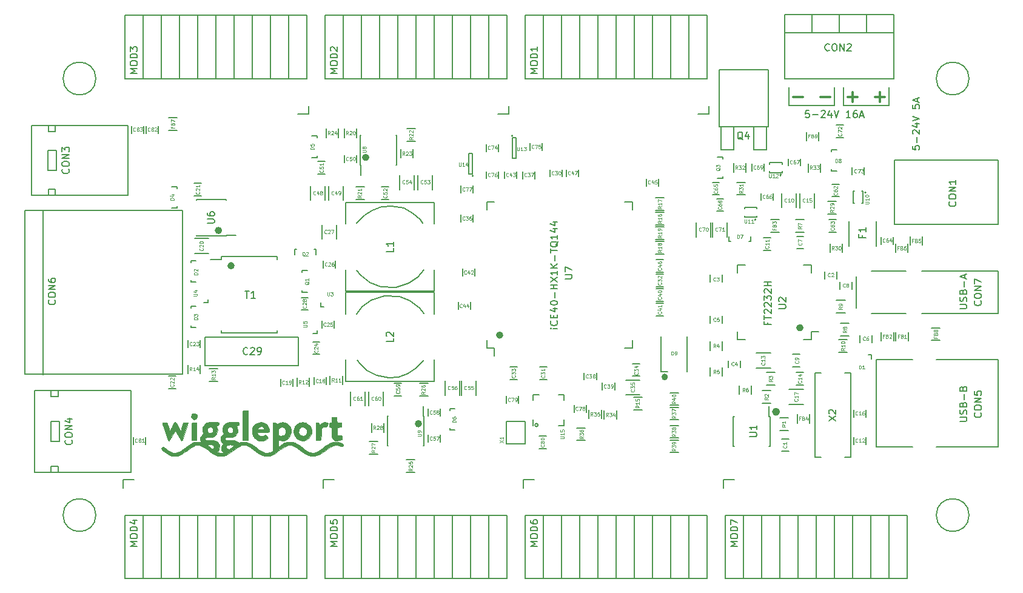
<source format=gbr>
G04 #@! TF.FileFunction,Legend,Top*
%FSLAX46Y46*%
G04 Gerber Fmt 4.6, Leading zero omitted, Abs format (unit mm)*
G04 Created by KiCad (PCBNEW 4.0.0-rc2-1-stable) date Monday, December 07, 2015 'PMt' 01:20:20 PM*
%MOMM*%
G01*
G04 APERTURE LIST*
%ADD10C,0.100000*%
%ADD11C,0.150000*%
%ADD12C,0.500000*%
%ADD13C,0.010000*%
%ADD14C,0.125000*%
%ADD15C,0.300000*%
G04 APERTURE END LIST*
D10*
D11*
X105940640Y-87284800D02*
X105940640Y-87894400D01*
X105940640Y-87894400D02*
X106372440Y-87904560D01*
X170162560Y-69581180D02*
X170162560Y-69381180D01*
X170262560Y-69481180D02*
G75*
G03X170262560Y-69481180I-100000J0D01*
G01*
X170362560Y-67781180D02*
X170362560Y-67981180D01*
X168662560Y-67781180D02*
X170362560Y-67781180D01*
X168662560Y-67981180D02*
X168662560Y-67781180D01*
X170362560Y-69181180D02*
X170362560Y-68981180D01*
X168662560Y-69181180D02*
X170362560Y-69181180D01*
X168662560Y-68981180D02*
X168662560Y-69181180D01*
D12*
X119854760Y-104236780D02*
G75*
G03X119854760Y-104236780I-254000J0D01*
G01*
D11*
X120397760Y-103177780D02*
X120252760Y-103177780D01*
X120397760Y-107327780D02*
X120252760Y-107327780D01*
X115247760Y-107327780D02*
X115392760Y-107327780D01*
X115247760Y-103177780D02*
X115392760Y-103177780D01*
X120397760Y-103177780D02*
X120397760Y-107327780D01*
X115247760Y-103177780D02*
X115247760Y-107327780D01*
X120252760Y-103177780D02*
X120252760Y-101777780D01*
X103370160Y-83067220D02*
X103370160Y-83115480D01*
X104071200Y-85866200D02*
X103370160Y-85866200D01*
X103370160Y-85866200D02*
X103370160Y-85617280D01*
X103370160Y-83067220D02*
X103370160Y-82866560D01*
X103370160Y-82866560D02*
X104071200Y-82866560D01*
X106104360Y-76445980D02*
X106104360Y-78445980D01*
X108154360Y-78445980D02*
X108154360Y-76445980D01*
X102061160Y-98987980D02*
X102061160Y-97987980D01*
X100361160Y-97987980D02*
X100361160Y-98987980D01*
X105101120Y-79895940D02*
X105052860Y-79895940D01*
X102302140Y-80596980D02*
X102302140Y-79895940D01*
X102302140Y-79895940D02*
X102551060Y-79895940D01*
X105101120Y-79895940D02*
X105301780Y-79895940D01*
X105301780Y-79895940D02*
X105301780Y-80596980D01*
X106734760Y-98765980D02*
X106734760Y-97765980D01*
X105034760Y-97765980D02*
X105034760Y-98765980D01*
X106579560Y-73037180D02*
X106579560Y-71037180D01*
X104529560Y-71037180D02*
X104529560Y-73037180D01*
X127290560Y-69607180D02*
G75*
G03X127290560Y-69607180I-100000J0D01*
G01*
X126640560Y-69357180D02*
X127140560Y-69357180D01*
X126640560Y-66457180D02*
X126640560Y-69357180D01*
X127140560Y-66457180D02*
X126640560Y-66457180D01*
X127140560Y-69357180D02*
X127140560Y-66457180D01*
X186264360Y-92667580D02*
X186264360Y-91467580D01*
X188014360Y-91467580D02*
X188014360Y-92667580D01*
X166631960Y-75804180D02*
X166631960Y-75604180D01*
X166731960Y-75704180D02*
G75*
G03X166731960Y-75704180I-100000J0D01*
G01*
X166831960Y-74004180D02*
X166831960Y-74204180D01*
X165131960Y-74004180D02*
X166831960Y-74004180D01*
X165131960Y-74204180D02*
X165131960Y-74004180D01*
X166831960Y-75404180D02*
X166831960Y-75204180D01*
X165131960Y-75404180D02*
X166831960Y-75404180D01*
X165131960Y-75204180D02*
X165131960Y-75404180D01*
D12*
X153995560Y-97913980D02*
X153995560Y-97513980D01*
X154195560Y-97713980D02*
G75*
G03X154195560Y-97713980I-200000J0D01*
G01*
D11*
X153495560Y-96963980D02*
X154395560Y-96963980D01*
X157095560Y-96963980D02*
X157095560Y-92063980D01*
X153495560Y-92063980D02*
X153495560Y-96963980D01*
X74566560Y-56035180D02*
G75*
G03X74566560Y-56035180I-2286000J0D01*
G01*
X74566560Y-116995180D02*
G75*
G03X74566560Y-116995180I-2286000J0D01*
G01*
X196486560Y-116995180D02*
G75*
G03X196486560Y-116995180I-2286000J0D01*
G01*
X196486560Y-56035180D02*
G75*
G03X196486560Y-56035180I-2286000J0D01*
G01*
X132786560Y-64053180D02*
G75*
G03X132786560Y-64053180I-100000J0D01*
G01*
X133236560Y-64303180D02*
X132736560Y-64303180D01*
X133236560Y-67203180D02*
X133236560Y-64303180D01*
X132736560Y-67203180D02*
X133236560Y-67203180D01*
X132736560Y-64303180D02*
X132736560Y-67203180D01*
D12*
X93694560Y-82174936D02*
G75*
G03X93694560Y-82174936I-254000J0D01*
G01*
D11*
X92105560Y-80913936D02*
X92105560Y-81268936D01*
X99855560Y-80913936D02*
X99855560Y-81268936D01*
X99855560Y-91563936D02*
X99855560Y-91208936D01*
X92105560Y-91563936D02*
X92105560Y-91208936D01*
X92105560Y-80913936D02*
X99855560Y-80913936D01*
X92105560Y-91563936D02*
X99855560Y-91563936D01*
X92105560Y-81268936D02*
X90580560Y-81268936D01*
X133582560Y-101382180D02*
X133582560Y-100382180D01*
X131882560Y-100382180D02*
X131882560Y-101382180D01*
X182909360Y-92873180D02*
X182909360Y-91873180D01*
X181209360Y-91873180D02*
X181209360Y-92873180D01*
X191890560Y-107476180D02*
X200526560Y-107476180D01*
X183508560Y-107476180D02*
X188588560Y-107476180D01*
X191890560Y-95284180D02*
X200526560Y-95284180D01*
X183508560Y-95284180D02*
X188588560Y-95284180D01*
X200526560Y-95284180D02*
X200526560Y-107476180D01*
X183508560Y-107476180D02*
X183508560Y-95284180D01*
X136316167Y-104422180D02*
G75*
G03X136316167Y-104422180I-223607J0D01*
G01*
X135642560Y-100172180D02*
X136417560Y-100172180D01*
X139942560Y-104472180D02*
X139167560Y-104472180D01*
X139942560Y-100172180D02*
X139167560Y-100172180D01*
X135642560Y-104472180D02*
X135642560Y-103697180D01*
X139942560Y-104472180D02*
X139942560Y-103697180D01*
X139942560Y-100172180D02*
X139942560Y-100947180D01*
X135642560Y-100172180D02*
X135642560Y-100947180D01*
X180115360Y-85430980D02*
X180115360Y-84430980D01*
X178415360Y-84430980D02*
X178415360Y-85430980D01*
X86700560Y-97310180D02*
X86700560Y-74450180D01*
X67200560Y-97310180D02*
X86700560Y-97310180D01*
X64660560Y-74450180D02*
X67200560Y-74450180D01*
X64660560Y-97310180D02*
X64660560Y-74450180D01*
X67200560Y-97310180D02*
X64660560Y-97310180D01*
X67200560Y-97380180D02*
X67200560Y-74380180D01*
X67200560Y-74450180D02*
X86700560Y-74450180D01*
X87432560Y-92603180D02*
X87432560Y-93603180D01*
X89132560Y-93603180D02*
X89132560Y-92603180D01*
D12*
X169533560Y-102378180D02*
X169533560Y-102678180D01*
X169833560Y-102578180D02*
G75*
G03X169833560Y-102578180I-300000J0D01*
G01*
D11*
X168708560Y-103203180D02*
X168563560Y-103203180D01*
X168708560Y-107353180D02*
X168563560Y-107353180D01*
X163558560Y-107353180D02*
X163703560Y-107353180D01*
X163558560Y-103203180D02*
X163703560Y-103203180D01*
X168708560Y-103203180D02*
X168708560Y-107353180D01*
X163558560Y-103203180D02*
X163558560Y-107353180D01*
X168563560Y-103203180D02*
X168563560Y-101803180D01*
D12*
X112492060Y-67051180D02*
G75*
G03X112492060Y-67051180I-254000J0D01*
G01*
D11*
X111441060Y-68110180D02*
X111586060Y-68110180D01*
X111441060Y-63960180D02*
X111586060Y-63960180D01*
X116591060Y-63960180D02*
X116446060Y-63960180D01*
X116591060Y-68110180D02*
X116446060Y-68110180D01*
X111441060Y-68110180D02*
X111441060Y-63960180D01*
X116591060Y-68110180D02*
X116591060Y-63960180D01*
X111586060Y-68110180D02*
X111586060Y-69510180D01*
D12*
X173118560Y-90833180D02*
G75*
G03X173118560Y-90833180I-254000J0D01*
G01*
D11*
X174483560Y-92452180D02*
X174483560Y-91377180D01*
X164133560Y-92452180D02*
X164133560Y-91377180D01*
X164133560Y-82102180D02*
X164133560Y-83177180D01*
X174483560Y-82102180D02*
X174483560Y-83177180D01*
X174483560Y-92452180D02*
X173408560Y-92452180D01*
X174483560Y-82102180D02*
X173408560Y-82102180D01*
X164133560Y-82102180D02*
X165208560Y-82102180D01*
X164133560Y-92452180D02*
X165208560Y-92452180D01*
X174483560Y-91377180D02*
X175508560Y-91377180D01*
D12*
X131199560Y-91862180D02*
G75*
G03X131199560Y-91862180I-254000J0D01*
G01*
D11*
X129152560Y-93655180D02*
X130227560Y-93655180D01*
X129152560Y-73305180D02*
X130227560Y-73305180D01*
X149502560Y-73305180D02*
X148427560Y-73305180D01*
X149502560Y-93655180D02*
X148427560Y-93655180D01*
X129152560Y-93655180D02*
X129152560Y-92580180D01*
X149502560Y-93655180D02*
X149502560Y-92580180D01*
X149502560Y-73305180D02*
X149502560Y-74380180D01*
X129152560Y-73305180D02*
X129152560Y-74380180D01*
X130227560Y-93655180D02*
X130227560Y-94755180D01*
D12*
X91932560Y-77244180D02*
G75*
G03X91932560Y-77244180I-254000J0D01*
G01*
D11*
X92737560Y-78041180D02*
X92737560Y-77896180D01*
X88587560Y-78041180D02*
X88587560Y-77896180D01*
X88587560Y-72891180D02*
X88587560Y-73036180D01*
X92737560Y-72891180D02*
X92737560Y-73036180D01*
X92737560Y-78041180D02*
X88587560Y-78041180D01*
X92737560Y-72891180D02*
X88587560Y-72891180D01*
X92737560Y-77896180D02*
X94137560Y-77896180D01*
X68286560Y-106711180D02*
X68286560Y-103911180D01*
X68286560Y-103911180D02*
X69486560Y-103911180D01*
X69486560Y-103911180D02*
X69486560Y-106711180D01*
X69486560Y-106711180D02*
X68286560Y-106711180D01*
X68336560Y-99577180D02*
X68336560Y-100427180D01*
X68336560Y-100427180D02*
X69336560Y-100427180D01*
X69336560Y-100427180D02*
X69336560Y-99577180D01*
X68336560Y-111063180D02*
X68336560Y-110213180D01*
X68336560Y-110213180D02*
X69336560Y-110213180D01*
X69336560Y-110213180D02*
X69336560Y-111063180D01*
X79486560Y-111021180D02*
X79486560Y-99601180D01*
X79486560Y-99577180D02*
X65986560Y-99577180D01*
X65986560Y-111063180D02*
X79486560Y-111063180D01*
X65986560Y-111021180D02*
X65986560Y-99601180D01*
X67868560Y-68865180D02*
X67868560Y-66065180D01*
X67868560Y-66065180D02*
X69068560Y-66065180D01*
X69068560Y-66065180D02*
X69068560Y-68865180D01*
X69068560Y-68865180D02*
X67868560Y-68865180D01*
X67918560Y-62615180D02*
X67918560Y-63465180D01*
X67918560Y-63465180D02*
X68918560Y-63465180D01*
X68918560Y-63465180D02*
X68918560Y-62615180D01*
X67918560Y-72315180D02*
X67918560Y-71465180D01*
X67918560Y-71465180D02*
X68918560Y-71465180D01*
X68918560Y-71465180D02*
X68918560Y-72315180D01*
X79068560Y-72315180D02*
X79068560Y-62615180D01*
X79068560Y-62615180D02*
X65568560Y-62615180D01*
X65568560Y-72315180D02*
X79068560Y-72315180D01*
X65568560Y-72315180D02*
X65568560Y-62615180D01*
X171340560Y-59765180D02*
X171340560Y-57225180D01*
X177690560Y-59765180D02*
X171340560Y-59765180D01*
X177690560Y-57225180D02*
X177690560Y-59765180D01*
X178960560Y-59765180D02*
X178960560Y-57225180D01*
X185310560Y-59765180D02*
X178960560Y-59765180D01*
X185310560Y-57225180D02*
X185310560Y-59765180D01*
X182135560Y-49605180D02*
X182135560Y-47065180D01*
X178325560Y-49605180D02*
X178325560Y-47065180D01*
X174515560Y-49605180D02*
X174515560Y-47065180D01*
X185945560Y-49605180D02*
X170705560Y-49605180D01*
X185940560Y-47065180D02*
X170700560Y-47065180D01*
X185940560Y-56065180D02*
X185940560Y-47065180D01*
X170705560Y-47065180D02*
X170705560Y-56065180D01*
X170705560Y-56065180D02*
X185945560Y-56065180D01*
X186050560Y-76411060D02*
X186050560Y-67409300D01*
X200550560Y-76411060D02*
X200550560Y-67409300D01*
X200550560Y-67409300D02*
X186049700Y-67409300D01*
X186049700Y-76411060D02*
X200550560Y-76411060D01*
X134502560Y-103881180D02*
X134502560Y-107081180D01*
X134502560Y-107081180D02*
X131902560Y-107081180D01*
X131902560Y-107081180D02*
X131902560Y-103881180D01*
X131902560Y-103881180D02*
X134502560Y-103881180D01*
X178032560Y-83983180D02*
X178032560Y-82983180D01*
X176332560Y-82983180D02*
X176332560Y-83983180D01*
X162030560Y-84459180D02*
X162030560Y-83459180D01*
X160330560Y-83459180D02*
X160330560Y-84459180D01*
X162870560Y-95413180D02*
X162870560Y-96413180D01*
X164570560Y-96413180D02*
X164570560Y-95413180D01*
X160330560Y-89206180D02*
X160330560Y-90206180D01*
X162030560Y-90206180D02*
X162030560Y-89206180D01*
X172405960Y-79770580D02*
X173405960Y-79770580D01*
X173405960Y-78070580D02*
X172405960Y-78070580D01*
X171840560Y-96255180D02*
X172840560Y-96255180D01*
X172840560Y-94555180D02*
X171840560Y-94555180D01*
X170315560Y-72053180D02*
X170315560Y-74053180D01*
X172365560Y-74053180D02*
X172365560Y-72053180D01*
X167792560Y-79999180D02*
X168792560Y-79999180D01*
X168792560Y-78299180D02*
X167792560Y-78299180D01*
X182096560Y-107097180D02*
X182096560Y-106097180D01*
X180396560Y-106097180D02*
X180396560Y-107097180D01*
X168760560Y-94380180D02*
X166760560Y-94380180D01*
X166760560Y-96430180D02*
X168760560Y-96430180D01*
X173364560Y-97095180D02*
X172364560Y-97095180D01*
X172364560Y-98795180D02*
X173364560Y-98795180D01*
X172855560Y-72077180D02*
X172855560Y-74077180D01*
X174905560Y-74077180D02*
X174905560Y-72077180D01*
X180396560Y-102287180D02*
X180396560Y-103287180D01*
X182096560Y-103287180D02*
X182096560Y-102287180D01*
X171356560Y-101510180D02*
X173356560Y-101510180D01*
X173356560Y-99460180D02*
X171356560Y-99460180D01*
X90322560Y-78378180D02*
X88322560Y-78378180D01*
X88322560Y-80428180D02*
X90322560Y-80428180D01*
X89306560Y-70679180D02*
X88306560Y-70679180D01*
X88306560Y-72379180D02*
X89306560Y-72379180D01*
X84718560Y-99303180D02*
X85718560Y-99303180D01*
X85718560Y-97603180D02*
X84718560Y-97603180D01*
X104841960Y-94527980D02*
X105841960Y-94527980D01*
X105841960Y-92827980D02*
X104841960Y-92827980D01*
X107826960Y-90891980D02*
X107826960Y-89891980D01*
X106126960Y-89891980D02*
X106126960Y-90891980D01*
X106330160Y-81484580D02*
X106330160Y-82484580D01*
X108030160Y-82484580D02*
X108030160Y-81484580D01*
X104235160Y-86630380D02*
X103235160Y-86630380D01*
X103235160Y-88330380D02*
X104235160Y-88330380D01*
X89830560Y-92135180D02*
X102830560Y-92135180D01*
X102830560Y-92135180D02*
X102830560Y-96135180D01*
X102830560Y-96135180D02*
X89830560Y-96135180D01*
X89830560Y-96135180D02*
X89830560Y-92135180D01*
X139678560Y-69743180D02*
X139678560Y-68743180D01*
X137978560Y-68743180D02*
X137978560Y-69743180D01*
X136534560Y-98033180D02*
X137534560Y-98033180D01*
X137534560Y-96333180D02*
X136534560Y-96333180D01*
X152806560Y-85079180D02*
X153806560Y-85079180D01*
X153806560Y-83379180D02*
X152806560Y-83379180D01*
X133375560Y-96333180D02*
X132375560Y-96333180D01*
X132375560Y-98033180D02*
X133375560Y-98033180D01*
X150520560Y-95901380D02*
X149520560Y-95901380D01*
X149520560Y-97601380D02*
X150520560Y-97601380D01*
X148521960Y-100163980D02*
X150521960Y-100163980D01*
X150521960Y-98113980D02*
X148521960Y-98113980D01*
X127232560Y-76077180D02*
X127232560Y-75077180D01*
X125532560Y-75077180D02*
X125532560Y-76077180D01*
X135868560Y-70013180D02*
X135868560Y-69013180D01*
X134168560Y-69013180D02*
X134168560Y-70013180D01*
X142753760Y-97105580D02*
X142753760Y-98105580D01*
X144453760Y-98105580D02*
X144453760Y-97105580D01*
X145293760Y-98502580D02*
X145293760Y-99502580D01*
X146993760Y-99502580D02*
X146993760Y-98502580D01*
X152790560Y-87111180D02*
X153790560Y-87111180D01*
X153790560Y-85411180D02*
X152790560Y-85411180D01*
X152790560Y-89143180D02*
X153790560Y-89143180D01*
X153790560Y-87443180D02*
X152790560Y-87443180D01*
X125761160Y-82602180D02*
X125761160Y-83602180D01*
X127461160Y-83602180D02*
X127461160Y-82602180D01*
X133328560Y-69997180D02*
X133328560Y-68997180D01*
X131628560Y-68997180D02*
X131628560Y-69997180D01*
X125153560Y-87269180D02*
X125153560Y-88269180D01*
X126853560Y-88269180D02*
X126853560Y-87269180D01*
X153156560Y-71029180D02*
X153156560Y-70029180D01*
X151456560Y-70029180D02*
X151456560Y-71029180D01*
X152806560Y-83047180D02*
X153806560Y-83047180D01*
X153806560Y-81347180D02*
X152806560Y-81347180D01*
X141964560Y-69743180D02*
X141964560Y-68743180D01*
X140264560Y-68743180D02*
X140264560Y-69743180D01*
X109119560Y-73037180D02*
X109119560Y-71037180D01*
X107069560Y-71037180D02*
X107069560Y-73037180D01*
X110976560Y-67745980D02*
X110976560Y-66745980D01*
X109276560Y-66745980D02*
X109276560Y-67745980D01*
X106578560Y-67631180D02*
X105578560Y-67631180D01*
X105578560Y-69331180D02*
X106578560Y-69331180D01*
X114468560Y-72887180D02*
X115468560Y-72887180D01*
X115468560Y-71187180D02*
X114468560Y-71187180D01*
X119515560Y-69537180D02*
X119515560Y-71537180D01*
X121565560Y-71537180D02*
X121565560Y-69537180D01*
X116975560Y-69537180D02*
X116975560Y-71537180D01*
X119025560Y-71537180D02*
X119025560Y-69537180D01*
X125611560Y-98239180D02*
X125611560Y-100239180D01*
X127661560Y-100239180D02*
X127661560Y-98239180D01*
X123325560Y-98239180D02*
X123325560Y-100239180D01*
X125375560Y-100239180D02*
X125375560Y-98239180D01*
X120960560Y-105811180D02*
X120960560Y-106811180D01*
X122660560Y-106811180D02*
X122660560Y-105811180D01*
X120960560Y-102153580D02*
X120960560Y-103153580D01*
X122660560Y-103153580D02*
X122660560Y-102153580D01*
X117246560Y-98619180D02*
X116246560Y-98619180D01*
X116246560Y-100319180D02*
X117246560Y-100319180D01*
X114707560Y-101739180D02*
X114707560Y-99739180D01*
X112657560Y-99739180D02*
X112657560Y-101739180D01*
X112167560Y-101739180D02*
X112167560Y-99739180D01*
X110117560Y-99739180D02*
X110117560Y-101739180D01*
X178326960Y-70831580D02*
X177326960Y-70831580D01*
X177326960Y-72531580D02*
X178326960Y-72531580D01*
X177920560Y-75759180D02*
X176920560Y-75759180D01*
X176920560Y-77459180D02*
X177920560Y-77459180D01*
X184206560Y-78157180D02*
X184206560Y-79157180D01*
X185906560Y-79157180D02*
X185906560Y-78157180D01*
X161639160Y-70577580D02*
X160639160Y-70577580D01*
X160639160Y-72277580D02*
X161639160Y-72277580D01*
X167442560Y-72045180D02*
X167442560Y-73045180D01*
X169142560Y-73045180D02*
X169142560Y-72045180D01*
X171252560Y-67219180D02*
X171252560Y-68219180D01*
X172952560Y-68219180D02*
X172952560Y-67219180D01*
X162229960Y-72838180D02*
X161229960Y-72838180D01*
X161229960Y-74538180D02*
X162229960Y-74538180D01*
X167872560Y-68965180D02*
X167872560Y-67965180D01*
X166172560Y-67965180D02*
X166172560Y-68965180D01*
X160427560Y-78141180D02*
X160427560Y-76141180D01*
X158377560Y-76141180D02*
X158377560Y-78141180D01*
X162713560Y-78141180D02*
X162713560Y-76141180D01*
X160663560Y-76141180D02*
X160663560Y-78141180D01*
X178968560Y-62551180D02*
X177968560Y-62551180D01*
X177968560Y-64251180D02*
X178968560Y-64251180D01*
X181842560Y-69473180D02*
X181842560Y-68473180D01*
X180142560Y-68473180D02*
X180142560Y-69473180D01*
X130788560Y-66203180D02*
X130788560Y-65203180D01*
X129088560Y-65203180D02*
X129088560Y-66203180D01*
X136884560Y-66060180D02*
X136884560Y-65060180D01*
X135184560Y-65060180D02*
X135184560Y-66060180D01*
X130788560Y-69997180D02*
X130788560Y-68997180D01*
X129088560Y-68997180D02*
X129088560Y-69997180D01*
X127232560Y-72013180D02*
X127232560Y-71013180D01*
X125532560Y-71013180D02*
X125532560Y-72013180D01*
X141331360Y-101626780D02*
X141331360Y-102626780D01*
X143031360Y-102626780D02*
X143031360Y-101626780D01*
X136439560Y-107685180D02*
X137439560Y-107685180D01*
X137439560Y-105985180D02*
X136439560Y-105985180D01*
X79812560Y-106097180D02*
X79812560Y-107097180D01*
X81512560Y-107097180D02*
X81512560Y-106097180D01*
X81590560Y-62663180D02*
X81590560Y-63663180D01*
X83290560Y-63663180D02*
X83290560Y-62663180D01*
X81258560Y-63663180D02*
X81258560Y-62663180D01*
X79558560Y-62663180D02*
X79558560Y-63663180D01*
X189860560Y-88880180D02*
X200540560Y-88880180D01*
X189860560Y-82880180D02*
X200540560Y-82880180D01*
X200540560Y-82880180D02*
X200540560Y-88880180D01*
X187680560Y-82880180D02*
X182860560Y-82880180D01*
X180767060Y-88080180D02*
X180767060Y-83680180D01*
X187680560Y-88880180D02*
X182860560Y-88880180D01*
X87868540Y-81660020D02*
X87868540Y-81708280D01*
X88569580Y-84459000D02*
X87868540Y-84459000D01*
X87868540Y-84459000D02*
X87868540Y-84210080D01*
X87868540Y-81660020D02*
X87868540Y-81459360D01*
X87868540Y-81459360D02*
X88569580Y-81459360D01*
X87868540Y-88010020D02*
X87868540Y-88058280D01*
X88569580Y-90809000D02*
X87868540Y-90809000D01*
X87868540Y-90809000D02*
X87868540Y-90560080D01*
X87868540Y-88010020D02*
X87868540Y-87809360D01*
X87868540Y-87809360D02*
X88569580Y-87809360D01*
X85869560Y-73910340D02*
X85869560Y-73862080D01*
X85168520Y-71111360D02*
X85869560Y-71111360D01*
X85869560Y-71111360D02*
X85869560Y-71360280D01*
X85869560Y-73910340D02*
X85869560Y-74111000D01*
X85869560Y-74111000D02*
X85168520Y-74111000D01*
X105442800Y-66859340D02*
X105442800Y-66811080D01*
X104741760Y-64060360D02*
X105442800Y-64060360D01*
X105442800Y-64060360D02*
X105442800Y-64309280D01*
X105442800Y-66859340D02*
X105442800Y-67060000D01*
X105442800Y-67060000D02*
X104741760Y-67060000D01*
X123969560Y-102300020D02*
X123969560Y-102348280D01*
X124670600Y-105099000D02*
X123969560Y-105099000D01*
X123969560Y-105099000D02*
X123969560Y-104850080D01*
X123969560Y-102300020D02*
X123969560Y-102099360D01*
X123969560Y-102099360D02*
X124670600Y-102099360D01*
X163183400Y-78801200D02*
X163231660Y-78801200D01*
X165982380Y-78100160D02*
X165982380Y-78801200D01*
X165982380Y-78801200D02*
X165733460Y-78801200D01*
X163183400Y-78801200D02*
X162982740Y-78801200D01*
X162982740Y-78801200D02*
X162982740Y-78100160D01*
X177294320Y-66166020D02*
X177294320Y-66214280D01*
X177995360Y-68965000D02*
X177294320Y-68965000D01*
X177294320Y-68965000D02*
X177294320Y-68716080D01*
X177294320Y-66166020D02*
X177294320Y-65965360D01*
X177294320Y-65965360D02*
X177995360Y-65965360D01*
X179747960Y-75999580D02*
X179747960Y-79453980D01*
X183507160Y-75999580D02*
X183507160Y-79453980D01*
X185956960Y-91467580D02*
X185956960Y-92667580D01*
X184206960Y-92667580D02*
X184206960Y-91467580D01*
X169974560Y-77484180D02*
X168774560Y-77484180D01*
X168774560Y-75734180D02*
X169974560Y-75734180D01*
X174247560Y-102933180D02*
X174247560Y-104133180D01*
X172497560Y-104133180D02*
X172497560Y-102933180D01*
X188245560Y-79307180D02*
X188245560Y-78107180D01*
X189995560Y-78107180D02*
X189995560Y-79307180D01*
X186213560Y-80323180D02*
X186213560Y-79123180D01*
X187963560Y-79123180D02*
X187963560Y-80323180D01*
X84700560Y-61510180D02*
X85900560Y-61510180D01*
X85900560Y-63260180D02*
X84700560Y-63260180D01*
X110939360Y-82829640D02*
X111538800Y-83530680D01*
X111538800Y-83530680D02*
X112839280Y-84531440D01*
X112839280Y-84531440D02*
X114337880Y-85130880D01*
X114337880Y-85130880D02*
X116438460Y-85229940D01*
X116438460Y-85229940D02*
X118239320Y-84630500D01*
X118239320Y-84630500D02*
X119537260Y-83731340D01*
X119537260Y-83731340D02*
X120337360Y-82730580D01*
X120238300Y-76230720D02*
X119839520Y-75730340D01*
X119839520Y-75730340D02*
X118838760Y-74831180D01*
X118838760Y-74831180D02*
X117538280Y-74130140D01*
X117538280Y-74130140D02*
X115839020Y-73830420D01*
X115839020Y-73830420D02*
X114439480Y-73929480D01*
X114439480Y-73929480D02*
X113139000Y-74429860D01*
X113139000Y-74429860D02*
X112039180Y-75130900D01*
X112039180Y-75130900D02*
X110939360Y-76230720D01*
X121838500Y-76329780D02*
X121838500Y-73330040D01*
X109438220Y-82730580D02*
X109438220Y-85730320D01*
X109438220Y-85730320D02*
X121838500Y-85730320D01*
X121838500Y-85730320D02*
X121838500Y-82730580D01*
X121838500Y-73330040D02*
X109438220Y-73330040D01*
X109438220Y-73330040D02*
X109438220Y-76329780D01*
X120337360Y-88803720D02*
X119737920Y-88102680D01*
X119737920Y-88102680D02*
X118437440Y-87101920D01*
X118437440Y-87101920D02*
X116938840Y-86502480D01*
X116938840Y-86502480D02*
X114838260Y-86403420D01*
X114838260Y-86403420D02*
X113037400Y-87002860D01*
X113037400Y-87002860D02*
X111739460Y-87902020D01*
X111739460Y-87902020D02*
X110939360Y-88902780D01*
X111038420Y-95402640D02*
X111437200Y-95903020D01*
X111437200Y-95903020D02*
X112437960Y-96802180D01*
X112437960Y-96802180D02*
X113738440Y-97503220D01*
X113738440Y-97503220D02*
X115437700Y-97802940D01*
X115437700Y-97802940D02*
X116837240Y-97703880D01*
X116837240Y-97703880D02*
X118137720Y-97203500D01*
X118137720Y-97203500D02*
X119237540Y-96502460D01*
X119237540Y-96502460D02*
X120337360Y-95402640D01*
X109438220Y-95303580D02*
X109438220Y-98303320D01*
X121838500Y-88902780D02*
X121838500Y-85903040D01*
X121838500Y-85903040D02*
X109438220Y-85903040D01*
X109438220Y-85903040D02*
X109438220Y-88902780D01*
X109438220Y-98303320D02*
X121838500Y-98303320D01*
X121838500Y-98303320D02*
X121838500Y-95303580D01*
X162084800Y-69780340D02*
X162084800Y-69732080D01*
X161383760Y-66981360D02*
X162084800Y-66981360D01*
X162084800Y-66981360D02*
X162084800Y-67230280D01*
X162084800Y-69780340D02*
X162084800Y-69981000D01*
X162084800Y-69981000D02*
X161383760Y-69981000D01*
X166387560Y-62766180D02*
X166387560Y-65941180D01*
X166387560Y-65941180D02*
X168165560Y-65941180D01*
X168165560Y-65941180D02*
X168165560Y-62766180D01*
X161815560Y-62766180D02*
X161815560Y-65941180D01*
X161815560Y-65941180D02*
X163593560Y-65941180D01*
X163593560Y-65941180D02*
X163593560Y-62766180D01*
X168419560Y-56670180D02*
X168419560Y-62766180D01*
X168419560Y-62766180D02*
X161561560Y-62766180D01*
X161561560Y-62766180D02*
X161561560Y-54892180D01*
X161561560Y-54765180D02*
X168419560Y-54765180D01*
X168419560Y-54892180D02*
X168419560Y-56670180D01*
X171239560Y-105144780D02*
X170039560Y-105144780D01*
X170039560Y-103394780D02*
X171239560Y-103394780D01*
X168826560Y-101360180D02*
X167626560Y-101360180D01*
X167626560Y-99610180D02*
X168826560Y-99610180D01*
X169400560Y-98820180D02*
X168200560Y-98820180D01*
X168200560Y-97070180D02*
X169400560Y-97070180D01*
X162055560Y-92773180D02*
X162055560Y-93973180D01*
X160305560Y-93973180D02*
X160305560Y-92773180D01*
X162055560Y-96395180D02*
X162055560Y-97595180D01*
X160305560Y-97595180D02*
X160305560Y-96395180D01*
X164369560Y-100135180D02*
X164369560Y-98935180D01*
X166119560Y-98935180D02*
X166119560Y-100135180D01*
X172264560Y-75734180D02*
X173464560Y-75734180D01*
X173464560Y-77484180D02*
X172264560Y-77484180D01*
X178512960Y-90237580D02*
X179712960Y-90237580D01*
X179712960Y-91987580D02*
X178512960Y-91987580D01*
X177979560Y-86986380D02*
X179179560Y-86986380D01*
X179179560Y-88736380D02*
X177979560Y-88736380D01*
X178299560Y-92498180D02*
X179499560Y-92498180D01*
X179499560Y-94248180D02*
X178299560Y-94248180D01*
X107270360Y-98763580D02*
X107270360Y-97563580D01*
X109020360Y-97563580D02*
X109020360Y-98763580D01*
X102647560Y-99017580D02*
X102647560Y-97817580D01*
X104397560Y-97817580D02*
X104397560Y-99017580D01*
X90410560Y-96562180D02*
X91610560Y-96562180D01*
X91610560Y-98312180D02*
X90410560Y-98312180D01*
X89157560Y-96009180D02*
X89157560Y-97209180D01*
X87407560Y-97209180D02*
X87407560Y-96009180D01*
X149622960Y-100524580D02*
X150822960Y-100524580D01*
X150822960Y-102274580D02*
X149622960Y-102274580D01*
X153906560Y-76468180D02*
X152706560Y-76468180D01*
X152706560Y-74718180D02*
X153906560Y-74718180D01*
X152706560Y-72686180D02*
X153906560Y-72686180D01*
X153906560Y-74436180D02*
X152706560Y-74436180D01*
X153906560Y-80532180D02*
X152706560Y-80532180D01*
X152706560Y-78782180D02*
X153906560Y-78782180D01*
X153906560Y-78500180D02*
X152706560Y-78500180D01*
X152706560Y-76750180D02*
X153906560Y-76750180D01*
X109242183Y-64248093D02*
X109242183Y-63048093D01*
X110992183Y-63048093D02*
X110992183Y-64248093D01*
X110862560Y-71162180D02*
X112062560Y-71162180D01*
X112062560Y-72912180D02*
X110862560Y-72912180D01*
X119174560Y-64784180D02*
X117974560Y-64784180D01*
X117974560Y-63034180D02*
X119174560Y-63034180D01*
X118875560Y-65915180D02*
X118875560Y-67115180D01*
X117125560Y-67115180D02*
X117125560Y-65915180D01*
X108452183Y-63048093D02*
X108452183Y-64248093D01*
X106702183Y-64248093D02*
X106702183Y-63048093D01*
X117923760Y-109287580D02*
X119123760Y-109287580D01*
X119123760Y-111037580D02*
X117923760Y-111037580D01*
X120952560Y-100344180D02*
X119752560Y-100344180D01*
X119752560Y-98594180D02*
X120952560Y-98594180D01*
X112716760Y-106722180D02*
X113916760Y-106722180D01*
X113916760Y-108472180D02*
X112716760Y-108472180D01*
X113061560Y-105403180D02*
X113061560Y-104203180D01*
X114811560Y-104203180D02*
X114811560Y-105403180D01*
X176770560Y-73194180D02*
X177970560Y-73194180D01*
X177970560Y-74944180D02*
X176770560Y-74944180D01*
X177069560Y-80323180D02*
X177069560Y-79123180D01*
X178819560Y-79123180D02*
X178819560Y-80323180D01*
X164075560Y-70527180D02*
X165275560Y-70527180D01*
X165275560Y-72277180D02*
X164075560Y-72277180D01*
X165357560Y-67881180D02*
X165357560Y-69081180D01*
X163607560Y-69081180D02*
X163607560Y-67881180D01*
X174021560Y-69147180D02*
X174021560Y-67947180D01*
X175771560Y-67947180D02*
X175771560Y-69147180D01*
X145548160Y-103584580D02*
X145548160Y-102384580D01*
X147298160Y-102384580D02*
X147298160Y-103584580D01*
X143389160Y-103513380D02*
X143389160Y-102313380D01*
X145139160Y-102313380D02*
X145139160Y-103513380D01*
X141718560Y-104817180D02*
X142918560Y-104817180D01*
X142918560Y-106567180D02*
X141718560Y-106567180D01*
X179935920Y-108874800D02*
X179935920Y-97175560D01*
X174937200Y-97175560D02*
X174937200Y-108874800D01*
X179935920Y-97175560D02*
X179087560Y-97175560D01*
X174937200Y-97175560D02*
X175785560Y-97175560D01*
X179935920Y-108874800D02*
X179087560Y-108874800D01*
X174937200Y-108874800D02*
X175785560Y-108874800D01*
X170316560Y-108066180D02*
X171316560Y-108066180D01*
X171316560Y-106366180D02*
X170316560Y-106366180D01*
X182092560Y-71945180D02*
X181892560Y-71945180D01*
X182092560Y-71945180D02*
G75*
G03X182092560Y-71945180I-100000J0D01*
G01*
X180292560Y-71745180D02*
X180492560Y-71745180D01*
X180292560Y-73445180D02*
X180292560Y-71745180D01*
X180492560Y-73445180D02*
X180292560Y-73445180D01*
X181692560Y-71745180D02*
X181492560Y-71745180D01*
X181692560Y-73445180D02*
X181692560Y-71745180D01*
X181492560Y-73445180D02*
X181692560Y-73445180D01*
X155902960Y-103696980D02*
X154702960Y-103696980D01*
X154702960Y-101946980D02*
X155902960Y-101946980D01*
X155902960Y-106236980D02*
X154702960Y-106236980D01*
X154702960Y-104486980D02*
X155902960Y-104486980D01*
X155902960Y-108268980D02*
X154702960Y-108268980D01*
X154702960Y-106518980D02*
X155902960Y-106518980D01*
X154702960Y-99914980D02*
X155902960Y-99914980D01*
X155902960Y-101664980D02*
X154702960Y-101664980D01*
X182831520Y-95194360D02*
X182831520Y-94584760D01*
X182831520Y-94584760D02*
X182399720Y-94574600D01*
X89631300Y-87338140D02*
X90240900Y-87338140D01*
X90240900Y-87338140D02*
X90251060Y-86906340D01*
X104876380Y-91671380D02*
X105485980Y-91671380D01*
X105485980Y-91671380D02*
X105496140Y-91239580D01*
X142130560Y-47205180D02*
X142130560Y-56035180D01*
X144670560Y-47205180D02*
X142130560Y-47205180D01*
X144670560Y-56035180D02*
X142130560Y-56035180D01*
X142130560Y-56035180D02*
X142130560Y-47205180D01*
X139590560Y-56035180D02*
X139590560Y-47205180D01*
X142130560Y-56035180D02*
X139590560Y-56035180D01*
X142130560Y-47205180D02*
X139590560Y-47205180D01*
X139590560Y-47205180D02*
X139590560Y-56035180D01*
X137050560Y-47205180D02*
X137050560Y-56035180D01*
X139590560Y-47205180D02*
X137050560Y-47205180D01*
X139590560Y-56035180D02*
X137050560Y-56035180D01*
X137050560Y-56035180D02*
X137050560Y-47205180D01*
X134510560Y-56035180D02*
X134510560Y-47205180D01*
X137050560Y-56035180D02*
X134510560Y-56035180D01*
X137050560Y-47205180D02*
X134510560Y-47205180D01*
X134510560Y-47205180D02*
X134510560Y-56035180D01*
X144670560Y-47205180D02*
X144670560Y-56035180D01*
X147210560Y-47205180D02*
X144670560Y-47205180D01*
X147210560Y-56035180D02*
X144670560Y-56035180D01*
X144670560Y-56035180D02*
X144670560Y-47205180D01*
X147210560Y-56035180D02*
X147210560Y-47205180D01*
X149750560Y-56035180D02*
X147210560Y-56035180D01*
X149750560Y-47205180D02*
X147210560Y-47205180D01*
X147210560Y-47205180D02*
X147210560Y-56035180D01*
X149750560Y-47205180D02*
X149750560Y-56035180D01*
X152290560Y-47205180D02*
X149750560Y-47205180D01*
X152290560Y-56035180D02*
X149750560Y-56035180D01*
X149750560Y-56035180D02*
X149750560Y-47205180D01*
X152290560Y-56035180D02*
X152290560Y-47205180D01*
X154830560Y-56035180D02*
X152290560Y-56035180D01*
X154830560Y-47205180D02*
X152290560Y-47205180D01*
X152290560Y-47205180D02*
X152290560Y-56035180D01*
X154830560Y-47205180D02*
X154830560Y-56035180D01*
X157370560Y-47205180D02*
X154830560Y-47205180D01*
X157370560Y-56035180D02*
X154830560Y-56035180D01*
X154830560Y-56035180D02*
X154830560Y-47205180D01*
X157370560Y-56035180D02*
X157370560Y-47205180D01*
X159910560Y-56035180D02*
X157370560Y-56035180D01*
X158640560Y-60995180D02*
X160190560Y-60995180D01*
X160190560Y-60995180D02*
X160190560Y-59845180D01*
X159910560Y-56035180D02*
X159910560Y-47205180D01*
X159910560Y-47205180D02*
X157370560Y-47205180D01*
X157370560Y-47205180D02*
X157370560Y-56035180D01*
X114190560Y-47205180D02*
X114190560Y-56035180D01*
X116730560Y-47205180D02*
X114190560Y-47205180D01*
X116730560Y-56035180D02*
X114190560Y-56035180D01*
X114190560Y-56035180D02*
X114190560Y-47205180D01*
X111650560Y-56035180D02*
X111650560Y-47205180D01*
X114190560Y-56035180D02*
X111650560Y-56035180D01*
X114190560Y-47205180D02*
X111650560Y-47205180D01*
X111650560Y-47205180D02*
X111650560Y-56035180D01*
X109110560Y-47205180D02*
X109110560Y-56035180D01*
X111650560Y-47205180D02*
X109110560Y-47205180D01*
X111650560Y-56035180D02*
X109110560Y-56035180D01*
X109110560Y-56035180D02*
X109110560Y-47205180D01*
X106570560Y-56035180D02*
X106570560Y-47205180D01*
X109110560Y-56035180D02*
X106570560Y-56035180D01*
X109110560Y-47205180D02*
X106570560Y-47205180D01*
X106570560Y-47205180D02*
X106570560Y-56035180D01*
X116730560Y-47205180D02*
X116730560Y-56035180D01*
X119270560Y-47205180D02*
X116730560Y-47205180D01*
X119270560Y-56035180D02*
X116730560Y-56035180D01*
X116730560Y-56035180D02*
X116730560Y-47205180D01*
X119270560Y-56035180D02*
X119270560Y-47205180D01*
X121810560Y-56035180D02*
X119270560Y-56035180D01*
X121810560Y-47205180D02*
X119270560Y-47205180D01*
X119270560Y-47205180D02*
X119270560Y-56035180D01*
X121810560Y-47205180D02*
X121810560Y-56035180D01*
X124350560Y-47205180D02*
X121810560Y-47205180D01*
X124350560Y-56035180D02*
X121810560Y-56035180D01*
X121810560Y-56035180D02*
X121810560Y-47205180D01*
X124350560Y-56035180D02*
X124350560Y-47205180D01*
X126890560Y-56035180D02*
X124350560Y-56035180D01*
X126890560Y-47205180D02*
X124350560Y-47205180D01*
X124350560Y-47205180D02*
X124350560Y-56035180D01*
X126890560Y-47205180D02*
X126890560Y-56035180D01*
X129430560Y-47205180D02*
X126890560Y-47205180D01*
X129430560Y-56035180D02*
X126890560Y-56035180D01*
X126890560Y-56035180D02*
X126890560Y-47205180D01*
X129430560Y-56035180D02*
X129430560Y-47205180D01*
X131970560Y-56035180D02*
X129430560Y-56035180D01*
X130700560Y-60995180D02*
X132250560Y-60995180D01*
X132250560Y-60995180D02*
X132250560Y-59845180D01*
X131970560Y-56035180D02*
X131970560Y-47205180D01*
X131970560Y-47205180D02*
X129430560Y-47205180D01*
X129430560Y-47205180D02*
X129430560Y-56035180D01*
X86250560Y-47205180D02*
X86250560Y-56035180D01*
X88790560Y-47205180D02*
X86250560Y-47205180D01*
X88790560Y-56035180D02*
X86250560Y-56035180D01*
X86250560Y-56035180D02*
X86250560Y-47205180D01*
X83710560Y-56035180D02*
X83710560Y-47205180D01*
X86250560Y-56035180D02*
X83710560Y-56035180D01*
X86250560Y-47205180D02*
X83710560Y-47205180D01*
X83710560Y-47205180D02*
X83710560Y-56035180D01*
X81170560Y-47205180D02*
X81170560Y-56035180D01*
X83710560Y-47205180D02*
X81170560Y-47205180D01*
X83710560Y-56035180D02*
X81170560Y-56035180D01*
X81170560Y-56035180D02*
X81170560Y-47205180D01*
X78630560Y-56035180D02*
X78630560Y-47205180D01*
X81170560Y-56035180D02*
X78630560Y-56035180D01*
X81170560Y-47205180D02*
X78630560Y-47205180D01*
X78630560Y-47205180D02*
X78630560Y-56035180D01*
X88790560Y-47205180D02*
X88790560Y-56035180D01*
X91330560Y-47205180D02*
X88790560Y-47205180D01*
X91330560Y-56035180D02*
X88790560Y-56035180D01*
X88790560Y-56035180D02*
X88790560Y-47205180D01*
X91330560Y-56035180D02*
X91330560Y-47205180D01*
X93870560Y-56035180D02*
X91330560Y-56035180D01*
X93870560Y-47205180D02*
X91330560Y-47205180D01*
X91330560Y-47205180D02*
X91330560Y-56035180D01*
X93870560Y-47205180D02*
X93870560Y-56035180D01*
X96410560Y-47205180D02*
X93870560Y-47205180D01*
X96410560Y-56035180D02*
X93870560Y-56035180D01*
X93870560Y-56035180D02*
X93870560Y-47205180D01*
X96410560Y-56035180D02*
X96410560Y-47205180D01*
X98950560Y-56035180D02*
X96410560Y-56035180D01*
X98950560Y-47205180D02*
X96410560Y-47205180D01*
X96410560Y-47205180D02*
X96410560Y-56035180D01*
X98950560Y-47205180D02*
X98950560Y-56035180D01*
X101490560Y-47205180D02*
X98950560Y-47205180D01*
X101490560Y-56035180D02*
X98950560Y-56035180D01*
X98950560Y-56035180D02*
X98950560Y-47205180D01*
X101490560Y-56035180D02*
X101490560Y-47205180D01*
X104030560Y-56035180D02*
X101490560Y-56035180D01*
X102760560Y-60995180D02*
X104310560Y-60995180D01*
X104310560Y-60995180D02*
X104310560Y-59845180D01*
X104030560Y-56035180D02*
X104030560Y-47205180D01*
X104030560Y-47205180D02*
X101490560Y-47205180D01*
X101490560Y-47205180D02*
X101490560Y-56035180D01*
X96410560Y-125825180D02*
X96410560Y-116995180D01*
X93870560Y-125825180D02*
X96410560Y-125825180D01*
X93870560Y-116995180D02*
X96410560Y-116995180D01*
X96410560Y-116995180D02*
X96410560Y-125825180D01*
X98950560Y-116995180D02*
X98950560Y-125825180D01*
X96410560Y-116995180D02*
X98950560Y-116995180D01*
X96410560Y-125825180D02*
X98950560Y-125825180D01*
X98950560Y-125825180D02*
X98950560Y-116995180D01*
X101490560Y-125825180D02*
X101490560Y-116995180D01*
X98950560Y-125825180D02*
X101490560Y-125825180D01*
X98950560Y-116995180D02*
X101490560Y-116995180D01*
X101490560Y-116995180D02*
X101490560Y-125825180D01*
X104030560Y-116995180D02*
X104030560Y-125825180D01*
X101490560Y-116995180D02*
X104030560Y-116995180D01*
X101490560Y-125825180D02*
X104030560Y-125825180D01*
X104030560Y-125825180D02*
X104030560Y-116995180D01*
X93870560Y-125825180D02*
X93870560Y-116995180D01*
X91330560Y-125825180D02*
X93870560Y-125825180D01*
X91330560Y-116995180D02*
X93870560Y-116995180D01*
X93870560Y-116995180D02*
X93870560Y-125825180D01*
X91330560Y-116995180D02*
X91330560Y-125825180D01*
X88790560Y-116995180D02*
X91330560Y-116995180D01*
X88790560Y-125825180D02*
X91330560Y-125825180D01*
X91330560Y-125825180D02*
X91330560Y-116995180D01*
X88790560Y-125825180D02*
X88790560Y-116995180D01*
X86250560Y-125825180D02*
X88790560Y-125825180D01*
X86250560Y-116995180D02*
X88790560Y-116995180D01*
X88790560Y-116995180D02*
X88790560Y-125825180D01*
X86250560Y-116995180D02*
X86250560Y-125825180D01*
X83710560Y-116995180D02*
X86250560Y-116995180D01*
X83710560Y-125825180D02*
X86250560Y-125825180D01*
X86250560Y-125825180D02*
X86250560Y-116995180D01*
X83710560Y-125825180D02*
X83710560Y-116995180D01*
X81170560Y-125825180D02*
X83710560Y-125825180D01*
X81170560Y-116995180D02*
X83710560Y-116995180D01*
X83710560Y-116995180D02*
X83710560Y-125825180D01*
X81170560Y-116995180D02*
X81170560Y-125825180D01*
X78630560Y-116995180D02*
X81170560Y-116995180D01*
X79900560Y-112035180D02*
X78350560Y-112035180D01*
X78350560Y-112035180D02*
X78350560Y-113185180D01*
X78630560Y-116995180D02*
X78630560Y-125825180D01*
X78630560Y-125825180D02*
X81170560Y-125825180D01*
X81170560Y-125825180D02*
X81170560Y-116995180D01*
X124350560Y-125825180D02*
X124350560Y-116995180D01*
X121810560Y-125825180D02*
X124350560Y-125825180D01*
X121810560Y-116995180D02*
X124350560Y-116995180D01*
X124350560Y-116995180D02*
X124350560Y-125825180D01*
X126890560Y-116995180D02*
X126890560Y-125825180D01*
X124350560Y-116995180D02*
X126890560Y-116995180D01*
X124350560Y-125825180D02*
X126890560Y-125825180D01*
X126890560Y-125825180D02*
X126890560Y-116995180D01*
X129430560Y-125825180D02*
X129430560Y-116995180D01*
X126890560Y-125825180D02*
X129430560Y-125825180D01*
X126890560Y-116995180D02*
X129430560Y-116995180D01*
X129430560Y-116995180D02*
X129430560Y-125825180D01*
X131970560Y-116995180D02*
X131970560Y-125825180D01*
X129430560Y-116995180D02*
X131970560Y-116995180D01*
X129430560Y-125825180D02*
X131970560Y-125825180D01*
X131970560Y-125825180D02*
X131970560Y-116995180D01*
X121810560Y-125825180D02*
X121810560Y-116995180D01*
X119270560Y-125825180D02*
X121810560Y-125825180D01*
X119270560Y-116995180D02*
X121810560Y-116995180D01*
X121810560Y-116995180D02*
X121810560Y-125825180D01*
X119270560Y-116995180D02*
X119270560Y-125825180D01*
X116730560Y-116995180D02*
X119270560Y-116995180D01*
X116730560Y-125825180D02*
X119270560Y-125825180D01*
X119270560Y-125825180D02*
X119270560Y-116995180D01*
X116730560Y-125825180D02*
X116730560Y-116995180D01*
X114190560Y-125825180D02*
X116730560Y-125825180D01*
X114190560Y-116995180D02*
X116730560Y-116995180D01*
X116730560Y-116995180D02*
X116730560Y-125825180D01*
X114190560Y-116995180D02*
X114190560Y-125825180D01*
X111650560Y-116995180D02*
X114190560Y-116995180D01*
X111650560Y-125825180D02*
X114190560Y-125825180D01*
X114190560Y-125825180D02*
X114190560Y-116995180D01*
X111650560Y-125825180D02*
X111650560Y-116995180D01*
X109110560Y-125825180D02*
X111650560Y-125825180D01*
X109110560Y-116995180D02*
X111650560Y-116995180D01*
X111650560Y-116995180D02*
X111650560Y-125825180D01*
X109110560Y-116995180D02*
X109110560Y-125825180D01*
X106570560Y-116995180D02*
X109110560Y-116995180D01*
X107840560Y-112035180D02*
X106290560Y-112035180D01*
X106290560Y-112035180D02*
X106290560Y-113185180D01*
X106570560Y-116995180D02*
X106570560Y-125825180D01*
X106570560Y-125825180D02*
X109110560Y-125825180D01*
X109110560Y-125825180D02*
X109110560Y-116995180D01*
X152290560Y-125825180D02*
X152290560Y-116995180D01*
X149750560Y-125825180D02*
X152290560Y-125825180D01*
X149750560Y-116995180D02*
X152290560Y-116995180D01*
X152290560Y-116995180D02*
X152290560Y-125825180D01*
X154830560Y-116995180D02*
X154830560Y-125825180D01*
X152290560Y-116995180D02*
X154830560Y-116995180D01*
X152290560Y-125825180D02*
X154830560Y-125825180D01*
X154830560Y-125825180D02*
X154830560Y-116995180D01*
X157370560Y-125825180D02*
X157370560Y-116995180D01*
X154830560Y-125825180D02*
X157370560Y-125825180D01*
X154830560Y-116995180D02*
X157370560Y-116995180D01*
X157370560Y-116995180D02*
X157370560Y-125825180D01*
X159910560Y-116995180D02*
X159910560Y-125825180D01*
X157370560Y-116995180D02*
X159910560Y-116995180D01*
X157370560Y-125825180D02*
X159910560Y-125825180D01*
X159910560Y-125825180D02*
X159910560Y-116995180D01*
X149750560Y-125825180D02*
X149750560Y-116995180D01*
X147210560Y-125825180D02*
X149750560Y-125825180D01*
X147210560Y-116995180D02*
X149750560Y-116995180D01*
X149750560Y-116995180D02*
X149750560Y-125825180D01*
X147210560Y-116995180D02*
X147210560Y-125825180D01*
X144670560Y-116995180D02*
X147210560Y-116995180D01*
X144670560Y-125825180D02*
X147210560Y-125825180D01*
X147210560Y-125825180D02*
X147210560Y-116995180D01*
X144670560Y-125825180D02*
X144670560Y-116995180D01*
X142130560Y-125825180D02*
X144670560Y-125825180D01*
X142130560Y-116995180D02*
X144670560Y-116995180D01*
X144670560Y-116995180D02*
X144670560Y-125825180D01*
X142130560Y-116995180D02*
X142130560Y-125825180D01*
X139590560Y-116995180D02*
X142130560Y-116995180D01*
X139590560Y-125825180D02*
X142130560Y-125825180D01*
X142130560Y-125825180D02*
X142130560Y-116995180D01*
X139590560Y-125825180D02*
X139590560Y-116995180D01*
X137050560Y-125825180D02*
X139590560Y-125825180D01*
X137050560Y-116995180D02*
X139590560Y-116995180D01*
X139590560Y-116995180D02*
X139590560Y-125825180D01*
X137050560Y-116995180D02*
X137050560Y-125825180D01*
X134510560Y-116995180D02*
X137050560Y-116995180D01*
X135780560Y-112035180D02*
X134230560Y-112035180D01*
X134230560Y-112035180D02*
X134230560Y-113185180D01*
X134510560Y-116995180D02*
X134510560Y-125825180D01*
X134510560Y-125825180D02*
X137050560Y-125825180D01*
X137050560Y-125825180D02*
X137050560Y-116995180D01*
X180230560Y-125825180D02*
X180230560Y-116995180D01*
X177690560Y-125825180D02*
X180230560Y-125825180D01*
X177690560Y-116995180D02*
X180230560Y-116995180D01*
X180230560Y-116995180D02*
X180230560Y-125825180D01*
X182770560Y-116995180D02*
X182770560Y-125825180D01*
X180230560Y-116995180D02*
X182770560Y-116995180D01*
X180230560Y-125825180D02*
X182770560Y-125825180D01*
X182770560Y-125825180D02*
X182770560Y-116995180D01*
X185310560Y-125825180D02*
X185310560Y-116995180D01*
X182770560Y-125825180D02*
X185310560Y-125825180D01*
X182770560Y-116995180D02*
X185310560Y-116995180D01*
X185310560Y-116995180D02*
X185310560Y-125825180D01*
X187850560Y-116995180D02*
X187850560Y-125825180D01*
X185310560Y-116995180D02*
X187850560Y-116995180D01*
X185310560Y-125825180D02*
X187850560Y-125825180D01*
X187850560Y-125825180D02*
X187850560Y-116995180D01*
X177690560Y-125825180D02*
X177690560Y-116995180D01*
X175150560Y-125825180D02*
X177690560Y-125825180D01*
X175150560Y-116995180D02*
X177690560Y-116995180D01*
X177690560Y-116995180D02*
X177690560Y-125825180D01*
X175150560Y-116995180D02*
X175150560Y-125825180D01*
X172610560Y-116995180D02*
X175150560Y-116995180D01*
X172610560Y-125825180D02*
X175150560Y-125825180D01*
X175150560Y-125825180D02*
X175150560Y-116995180D01*
X172610560Y-125825180D02*
X172610560Y-116995180D01*
X170070560Y-125825180D02*
X172610560Y-125825180D01*
X170070560Y-116995180D02*
X172610560Y-116995180D01*
X172610560Y-116995180D02*
X172610560Y-125825180D01*
X170070560Y-116995180D02*
X170070560Y-125825180D01*
X167530560Y-116995180D02*
X170070560Y-116995180D01*
X167530560Y-125825180D02*
X170070560Y-125825180D01*
X170070560Y-125825180D02*
X170070560Y-116995180D01*
X167530560Y-125825180D02*
X167530560Y-116995180D01*
X164990560Y-125825180D02*
X167530560Y-125825180D01*
X164990560Y-116995180D02*
X167530560Y-116995180D01*
X167530560Y-116995180D02*
X167530560Y-125825180D01*
X164990560Y-116995180D02*
X164990560Y-125825180D01*
X162450560Y-116995180D02*
X164990560Y-116995180D01*
X163720560Y-112035180D02*
X162170560Y-112035180D01*
X162170560Y-112035180D02*
X162170560Y-113185180D01*
X162450560Y-116995180D02*
X162450560Y-125825180D01*
X162450560Y-125825180D02*
X164990560Y-125825180D01*
X164990560Y-125825180D02*
X164990560Y-116995180D01*
X191248560Y-90847180D02*
X192448560Y-90847180D01*
X192448560Y-92597180D02*
X191248560Y-92597180D01*
X173767560Y-64697180D02*
X173767560Y-63497180D01*
X175517560Y-63497180D02*
X175517560Y-64697180D01*
D13*
G36*
X94222226Y-104001656D02*
X94367866Y-104012604D01*
X94462162Y-104037596D01*
X94516190Y-104079977D01*
X94541026Y-104143093D01*
X94547745Y-104230288D01*
X94547893Y-104254747D01*
X94540171Y-104362007D01*
X94501008Y-104420125D01*
X94406406Y-104461154D01*
X94389143Y-104466789D01*
X94259699Y-104511329D01*
X94199726Y-104549524D01*
X94197993Y-104600628D01*
X94243268Y-104683899D01*
X94253158Y-104699933D01*
X94327385Y-104879331D01*
X94366104Y-105098566D01*
X94365054Y-105318783D01*
X94336411Y-105458787D01*
X94244386Y-105638756D01*
X94096932Y-105820079D01*
X93918383Y-105975720D01*
X93809947Y-106043686D01*
X93718138Y-106086097D01*
X93621764Y-106112472D01*
X93498523Y-106125859D01*
X93326113Y-106129308D01*
X93193632Y-106127937D01*
X92980530Y-106127242D01*
X92835490Y-106134530D01*
X92742127Y-106151708D01*
X92684055Y-106180680D01*
X92675048Y-106188224D01*
X92607886Y-106292683D01*
X92623743Y-106401582D01*
X92677976Y-106468785D01*
X92726334Y-106499164D01*
X92802080Y-106519609D01*
X92920319Y-106531864D01*
X93096156Y-106537671D01*
X93285081Y-106538846D01*
X93605592Y-106546204D01*
X93858581Y-106570596D01*
X94060097Y-106615500D01*
X94226194Y-106684395D01*
X94361766Y-106772145D01*
X94510488Y-106885581D01*
X94781052Y-106812342D01*
X95073660Y-106760237D01*
X95363603Y-106759126D01*
X95563545Y-106783763D01*
X95762849Y-106835234D01*
X95972758Y-106919157D01*
X96204518Y-107041151D01*
X96469374Y-107206834D01*
X96778570Y-107421825D01*
X96969267Y-107561391D01*
X97269281Y-107781102D01*
X97514903Y-107953006D01*
X97717419Y-108082727D01*
X97888113Y-108175890D01*
X98038273Y-108238120D01*
X98179182Y-108275042D01*
X98322126Y-108292280D01*
X98442560Y-108295680D01*
X98632176Y-108289558D01*
X98777678Y-108265261D01*
X98919110Y-108213889D01*
X99014060Y-108168680D01*
X99268060Y-108041680D01*
X99289226Y-106073180D01*
X99295926Y-105450015D01*
X100010600Y-105450015D01*
X100015544Y-105613578D01*
X100034023Y-105736460D01*
X100049758Y-105775920D01*
X100148014Y-105859657D01*
X100299280Y-105909574D01*
X100478356Y-105924277D01*
X100660041Y-105902377D01*
X100819134Y-105842480D01*
X100853945Y-105820329D01*
X100995572Y-105671920D01*
X101077170Y-105485010D01*
X101099104Y-105280154D01*
X101061741Y-105077910D01*
X100965446Y-104898832D01*
X100835416Y-104778790D01*
X100650148Y-104701356D01*
X100459035Y-104695625D01*
X100281931Y-104756037D01*
X100138691Y-104877028D01*
X100069845Y-104993247D01*
X100038464Y-105112048D01*
X100018478Y-105273571D01*
X100010600Y-105450015D01*
X99295926Y-105450015D01*
X99310393Y-104104680D01*
X99521489Y-104104680D01*
X99651459Y-104109914D01*
X99725550Y-104134098D01*
X99772322Y-104189951D01*
X99789877Y-104224214D01*
X99834802Y-104302584D01*
X99874814Y-104312946D01*
X99917447Y-104282063D01*
X99996352Y-104226498D01*
X100116015Y-104156166D01*
X100178226Y-104123149D01*
X100384866Y-104053798D01*
X100629162Y-104025673D01*
X100874170Y-104039957D01*
X101075253Y-104094449D01*
X101277514Y-104215934D01*
X101471932Y-104392230D01*
X101631201Y-104595747D01*
X101702203Y-104727842D01*
X101798525Y-105044492D01*
X101821280Y-105359987D01*
X101775737Y-105663122D01*
X101667167Y-105942694D01*
X101500836Y-106187496D01*
X101282015Y-106386325D01*
X101015971Y-106527976D01*
X100830301Y-106582029D01*
X100669640Y-106605850D01*
X100523312Y-106600029D01*
X100345334Y-106562766D01*
X100208401Y-106528352D01*
X100108122Y-106504398D01*
X100068974Y-106496513D01*
X100061842Y-106535997D01*
X100056078Y-106643057D01*
X100052334Y-106800605D01*
X100051226Y-106962180D01*
X100052849Y-107149307D01*
X100057249Y-107300533D01*
X100063724Y-107398770D01*
X100070365Y-107427846D01*
X100111624Y-107405297D01*
X100203900Y-107345494D01*
X100329177Y-107260205D01*
X100362159Y-107237246D01*
X100546534Y-107117965D01*
X100756185Y-106996445D01*
X100925104Y-106909163D01*
X101063238Y-106846677D01*
X101177124Y-106806633D01*
X101293314Y-106784085D01*
X101438361Y-106774087D01*
X101638817Y-106771691D01*
X101663134Y-106771680D01*
X101865235Y-106772939D01*
X102010133Y-106780779D01*
X102125291Y-106801287D01*
X102238171Y-106840554D01*
X102376234Y-106904669D01*
X102467467Y-106950036D01*
X102625799Y-107038434D01*
X102829575Y-107165760D01*
X103057949Y-107318267D01*
X103290077Y-107482211D01*
X103416726Y-107575996D01*
X103719384Y-107800148D01*
X103970135Y-107974195D01*
X104180688Y-108103900D01*
X104362750Y-108195030D01*
X104528030Y-108253348D01*
X104688237Y-108284619D01*
X104855078Y-108294608D01*
X104876336Y-108294649D01*
X105030661Y-108288291D01*
X105173986Y-108266505D01*
X105317679Y-108223635D01*
X105473113Y-108154028D01*
X105651659Y-108052027D01*
X105864685Y-107911976D01*
X106123565Y-107728221D01*
X106350259Y-107561584D01*
X106682760Y-107321078D01*
X106964753Y-107132185D01*
X107207944Y-106989094D01*
X107424043Y-106885992D01*
X107624755Y-106817069D01*
X107821789Y-106776512D01*
X107960819Y-106762089D01*
X108205672Y-106763275D01*
X108450145Y-106795976D01*
X108677493Y-106854671D01*
X108870973Y-106933838D01*
X109013841Y-107027956D01*
X109089354Y-107131504D01*
X109090368Y-107134587D01*
X109104577Y-107271035D01*
X109054099Y-107363113D01*
X108948913Y-107406369D01*
X108798997Y-107396353D01*
X108634067Y-107338109D01*
X108490565Y-107281302D01*
X108343187Y-107250010D01*
X108157919Y-107238084D01*
X108076830Y-107237346D01*
X107915803Y-107242564D01*
X107770023Y-107262112D01*
X107627465Y-107301835D01*
X107476106Y-107367575D01*
X107303921Y-107465176D01*
X107098887Y-107600482D01*
X106848978Y-107779336D01*
X106634778Y-107938155D01*
X106263752Y-108206159D01*
X105940866Y-108417052D01*
X105656017Y-108575171D01*
X105399098Y-108684853D01*
X105160005Y-108750436D01*
X104928634Y-108776256D01*
X104702561Y-108767469D01*
X104509758Y-108736637D01*
X104316763Y-108681448D01*
X104113216Y-108596349D01*
X103888755Y-108475789D01*
X103633021Y-108314216D01*
X103335653Y-108106079D01*
X102995139Y-107852554D01*
X102792122Y-107705099D01*
X102579741Y-107562344D01*
X102382825Y-107440330D01*
X102226202Y-107355103D01*
X102222694Y-107353429D01*
X102057327Y-107278660D01*
X101932015Y-107236550D01*
X101812151Y-107219829D01*
X101663128Y-107221228D01*
X101607115Y-107224120D01*
X101422888Y-107244121D01*
X101248124Y-107286986D01*
X101068798Y-107359566D01*
X100870884Y-107468707D01*
X100640356Y-107621260D01*
X100363187Y-107824072D01*
X100335339Y-107845128D01*
X99987690Y-108103357D01*
X99692324Y-108310097D01*
X99438939Y-108470879D01*
X99217229Y-108591235D01*
X99016891Y-108676696D01*
X98827623Y-108732793D01*
X98639120Y-108765057D01*
X98617225Y-108767469D01*
X98352208Y-108773148D01*
X98084244Y-108731729D01*
X97803480Y-108639197D01*
X97500062Y-108491534D01*
X97164136Y-108284725D01*
X96804099Y-108028449D01*
X96493001Y-107797729D01*
X96237298Y-107614699D01*
X96026413Y-107473985D01*
X95849769Y-107370209D01*
X95696787Y-107297996D01*
X95556892Y-107251970D01*
X95419504Y-107226756D01*
X95274047Y-107216977D01*
X95205883Y-107216180D01*
X95049967Y-107222362D01*
X94919472Y-107247100D01*
X94780807Y-107299674D01*
X94624254Y-107376906D01*
X94483866Y-107458025D01*
X94295870Y-107578243D01*
X94079484Y-107724674D01*
X93853927Y-107884429D01*
X93715679Y-107986182D01*
X93389974Y-108223077D01*
X93113242Y-108407917D01*
X92873334Y-108547231D01*
X92658099Y-108647548D01*
X92455386Y-108715398D01*
X92292485Y-108750961D01*
X92056672Y-108775788D01*
X91825525Y-108764881D01*
X91589099Y-108714247D01*
X91337447Y-108619889D01*
X91060621Y-108477812D01*
X90748675Y-108284020D01*
X90391662Y-108034518D01*
X90251060Y-107930938D01*
X89962937Y-107719091D01*
X89728190Y-107554744D01*
X89534464Y-107432029D01*
X89369405Y-107345082D01*
X89220657Y-107288034D01*
X89075867Y-107255020D01*
X88922680Y-107240174D01*
X88790560Y-107237431D01*
X88603546Y-107240690D01*
X88469304Y-107255149D01*
X88356037Y-107287986D01*
X88231946Y-107346381D01*
X88176726Y-107376008D01*
X88055710Y-107449124D01*
X87885439Y-107561668D01*
X87683724Y-107701393D01*
X87468379Y-107856050D01*
X87333008Y-107956179D01*
X87026658Y-108181053D01*
X86771253Y-108357199D01*
X86554229Y-108491883D01*
X86363022Y-108592369D01*
X86185068Y-108665921D01*
X86015967Y-108717692D01*
X85676623Y-108773948D01*
X85348323Y-108757400D01*
X85154648Y-108715603D01*
X84886058Y-108620523D01*
X84595668Y-108471823D01*
X84272345Y-108263418D01*
X84101068Y-108139558D01*
X83891237Y-107967757D01*
X83759993Y-107822408D01*
X83706371Y-107700989D01*
X83729403Y-107600975D01*
X83828125Y-107519842D01*
X83858191Y-107505054D01*
X83930554Y-107482156D01*
X83999443Y-107494958D01*
X84092727Y-107551717D01*
X84145129Y-107590085D01*
X84511115Y-107854183D01*
X84829887Y-108057850D01*
X85113324Y-108201290D01*
X85373306Y-108284706D01*
X85621711Y-108308301D01*
X85870420Y-108272280D01*
X86131312Y-108176844D01*
X86416265Y-108022198D01*
X86737158Y-107808544D01*
X86970226Y-107638431D01*
X87313988Y-107385815D01*
X87583102Y-107198545D01*
X90151377Y-107198545D01*
X90163448Y-107227991D01*
X90227523Y-107295366D01*
X90328008Y-107387617D01*
X90449310Y-107491693D01*
X90575835Y-107594541D01*
X90691991Y-107683108D01*
X90782185Y-107744342D01*
X90828453Y-107765303D01*
X90877505Y-107742212D01*
X90951925Y-107688443D01*
X91026341Y-107580228D01*
X91048581Y-107441967D01*
X91014636Y-107312331D01*
X90994017Y-107282239D01*
X90889418Y-107212163D01*
X90727234Y-107166881D01*
X90531532Y-107148784D01*
X90326375Y-107160263D01*
X90151377Y-107198545D01*
X87583102Y-107198545D01*
X87604562Y-107183612D01*
X87852891Y-107026954D01*
X88069913Y-106910973D01*
X88266571Y-106830800D01*
X88453804Y-106781567D01*
X88642553Y-106758406D01*
X88843759Y-106756448D01*
X88941579Y-106761206D01*
X89113059Y-106771184D01*
X89214223Y-106772562D01*
X89259253Y-106762064D01*
X89262332Y-106736416D01*
X89237913Y-106692775D01*
X89156540Y-106487897D01*
X89155393Y-106272234D01*
X89232576Y-106055603D01*
X89386194Y-105847826D01*
X89404660Y-105828939D01*
X89504117Y-105726883D01*
X89552570Y-105660395D01*
X89558923Y-105605216D01*
X89532081Y-105537087D01*
X89520417Y-105513564D01*
X89440547Y-105262967D01*
X89436264Y-105104657D01*
X90102893Y-105104657D01*
X90123532Y-105287171D01*
X90192707Y-105415208D01*
X90305040Y-105501282D01*
X90467663Y-105547590D01*
X90641769Y-105525113D01*
X90797168Y-105438769D01*
X90820284Y-105417364D01*
X90894952Y-105317900D01*
X90925344Y-105196148D01*
X90928393Y-105116245D01*
X90918199Y-104981824D01*
X90874619Y-104887293D01*
X90784805Y-104794938D01*
X90681043Y-104713935D01*
X90589964Y-104683499D01*
X90469414Y-104689687D01*
X90467371Y-104689960D01*
X90286556Y-104749937D01*
X90164140Y-104869220D01*
X90106568Y-105040476D01*
X90102893Y-105104657D01*
X89436264Y-105104657D01*
X89433276Y-104994267D01*
X89495566Y-104727405D01*
X89624378Y-104482320D01*
X89690336Y-104398818D01*
X89807011Y-104274562D01*
X89918350Y-104181163D01*
X90039452Y-104113781D01*
X90185417Y-104067573D01*
X90371345Y-104037696D01*
X90612335Y-104019311D01*
X90909181Y-104007986D01*
X91197083Y-104001446D01*
X91411254Y-104003046D01*
X91562484Y-104016001D01*
X91661565Y-104043523D01*
X91719288Y-104088825D01*
X91746443Y-104155122D01*
X91753823Y-104245626D01*
X91753893Y-104259512D01*
X91744455Y-104338918D01*
X91702962Y-104394632D01*
X91609640Y-104447142D01*
X91545994Y-104474965D01*
X91338095Y-104562800D01*
X91417530Y-104672406D01*
X91519580Y-104881250D01*
X91557137Y-105120832D01*
X91532928Y-105370416D01*
X91449683Y-105609267D01*
X91310132Y-105816651D01*
X91260256Y-105867263D01*
X91126439Y-105979375D01*
X90995474Y-106055771D01*
X90846145Y-106102897D01*
X90657238Y-106127196D01*
X90407536Y-106135115D01*
X90378060Y-106135255D01*
X90184127Y-106138810D01*
X90019397Y-106147334D01*
X89903642Y-106159467D01*
X89859476Y-106170928D01*
X89818831Y-106239413D01*
X89808417Y-106344108D01*
X89828234Y-106442134D01*
X89859476Y-106483431D01*
X89918663Y-106496913D01*
X90046194Y-106511108D01*
X90225774Y-106524666D01*
X90441104Y-106536234D01*
X90547393Y-106540505D01*
X90805770Y-106551407D01*
X90995852Y-106564214D01*
X91134007Y-106581211D01*
X91236607Y-106604684D01*
X91320020Y-106636918D01*
X91351726Y-106652802D01*
X91582854Y-106815543D01*
X91741674Y-107016006D01*
X91826623Y-107245405D01*
X91836142Y-107494951D01*
X91768668Y-107755857D01*
X91622641Y-108019335D01*
X91600005Y-108050386D01*
X91498447Y-108186093D01*
X91594420Y-108239914D01*
X91677666Y-108264400D01*
X91812180Y-108282183D01*
X91972711Y-108292516D01*
X92134008Y-108294649D01*
X92270821Y-108287836D01*
X92357899Y-108271327D01*
X92372119Y-108262956D01*
X92366578Y-108218547D01*
X92311689Y-108164908D01*
X92205939Y-108052582D01*
X92116655Y-107890982D01*
X92060736Y-107715500D01*
X92050226Y-107617250D01*
X92064351Y-107497504D01*
X92774160Y-107497504D01*
X92787849Y-107578291D01*
X92847335Y-107673716D01*
X92955907Y-107757144D01*
X93078925Y-107803973D01*
X93110114Y-107807151D01*
X93170600Y-107783665D01*
X93279294Y-107719218D01*
X93417855Y-107625193D01*
X93499573Y-107565430D01*
X93639222Y-107458396D01*
X93749190Y-107369842D01*
X93814536Y-107312030D01*
X93826102Y-107297416D01*
X93791470Y-107246639D01*
X93690852Y-107203490D01*
X93542885Y-107172900D01*
X93366207Y-107159798D01*
X93306910Y-107160097D01*
X93062581Y-107186033D01*
X92893079Y-107250323D01*
X92797304Y-107353852D01*
X92774160Y-107497504D01*
X92064351Y-107497504D01*
X92069146Y-107456863D01*
X92134745Y-107313216D01*
X92260282Y-107157787D01*
X92267315Y-107150311D01*
X92389578Y-107020942D01*
X92259705Y-106924922D01*
X92094236Y-106755190D01*
X91997489Y-106552443D01*
X91969484Y-106333149D01*
X92010242Y-106113778D01*
X92119784Y-105910797D01*
X92258258Y-105770249D01*
X92383970Y-105671013D01*
X92303147Y-105438180D01*
X92257861Y-105289820D01*
X92227914Y-105157542D01*
X92222723Y-105112177D01*
X92900368Y-105112177D01*
X92931009Y-105276250D01*
X92987406Y-105372498D01*
X93134738Y-105506277D01*
X93299435Y-105558246D01*
X93476876Y-105527268D01*
X93525753Y-105504854D01*
X93655839Y-105397364D01*
X93725025Y-105255017D01*
X93737957Y-105096550D01*
X93699283Y-104940697D01*
X93613648Y-104806194D01*
X93485701Y-104711776D01*
X93320226Y-104676180D01*
X93152522Y-104713171D01*
X93020436Y-104811155D01*
X92933281Y-104950652D01*
X92900368Y-105112177D01*
X92222723Y-105112177D01*
X92220942Y-105096613D01*
X92249674Y-104887186D01*
X92331483Y-104659926D01*
X92452574Y-104448931D01*
X92515005Y-104369736D01*
X92624004Y-104256437D01*
X92734358Y-104170710D01*
X92860451Y-104108289D01*
X93016668Y-104064906D01*
X93217394Y-104036293D01*
X93477013Y-104018183D01*
X93732610Y-104008514D01*
X94014165Y-104001408D01*
X94222226Y-104001656D01*
X94222226Y-104001656D01*
G37*
X94222226Y-104001656D02*
X94367866Y-104012604D01*
X94462162Y-104037596D01*
X94516190Y-104079977D01*
X94541026Y-104143093D01*
X94547745Y-104230288D01*
X94547893Y-104254747D01*
X94540171Y-104362007D01*
X94501008Y-104420125D01*
X94406406Y-104461154D01*
X94389143Y-104466789D01*
X94259699Y-104511329D01*
X94199726Y-104549524D01*
X94197993Y-104600628D01*
X94243268Y-104683899D01*
X94253158Y-104699933D01*
X94327385Y-104879331D01*
X94366104Y-105098566D01*
X94365054Y-105318783D01*
X94336411Y-105458787D01*
X94244386Y-105638756D01*
X94096932Y-105820079D01*
X93918383Y-105975720D01*
X93809947Y-106043686D01*
X93718138Y-106086097D01*
X93621764Y-106112472D01*
X93498523Y-106125859D01*
X93326113Y-106129308D01*
X93193632Y-106127937D01*
X92980530Y-106127242D01*
X92835490Y-106134530D01*
X92742127Y-106151708D01*
X92684055Y-106180680D01*
X92675048Y-106188224D01*
X92607886Y-106292683D01*
X92623743Y-106401582D01*
X92677976Y-106468785D01*
X92726334Y-106499164D01*
X92802080Y-106519609D01*
X92920319Y-106531864D01*
X93096156Y-106537671D01*
X93285081Y-106538846D01*
X93605592Y-106546204D01*
X93858581Y-106570596D01*
X94060097Y-106615500D01*
X94226194Y-106684395D01*
X94361766Y-106772145D01*
X94510488Y-106885581D01*
X94781052Y-106812342D01*
X95073660Y-106760237D01*
X95363603Y-106759126D01*
X95563545Y-106783763D01*
X95762849Y-106835234D01*
X95972758Y-106919157D01*
X96204518Y-107041151D01*
X96469374Y-107206834D01*
X96778570Y-107421825D01*
X96969267Y-107561391D01*
X97269281Y-107781102D01*
X97514903Y-107953006D01*
X97717419Y-108082727D01*
X97888113Y-108175890D01*
X98038273Y-108238120D01*
X98179182Y-108275042D01*
X98322126Y-108292280D01*
X98442560Y-108295680D01*
X98632176Y-108289558D01*
X98777678Y-108265261D01*
X98919110Y-108213889D01*
X99014060Y-108168680D01*
X99268060Y-108041680D01*
X99289226Y-106073180D01*
X99295926Y-105450015D01*
X100010600Y-105450015D01*
X100015544Y-105613578D01*
X100034023Y-105736460D01*
X100049758Y-105775920D01*
X100148014Y-105859657D01*
X100299280Y-105909574D01*
X100478356Y-105924277D01*
X100660041Y-105902377D01*
X100819134Y-105842480D01*
X100853945Y-105820329D01*
X100995572Y-105671920D01*
X101077170Y-105485010D01*
X101099104Y-105280154D01*
X101061741Y-105077910D01*
X100965446Y-104898832D01*
X100835416Y-104778790D01*
X100650148Y-104701356D01*
X100459035Y-104695625D01*
X100281931Y-104756037D01*
X100138691Y-104877028D01*
X100069845Y-104993247D01*
X100038464Y-105112048D01*
X100018478Y-105273571D01*
X100010600Y-105450015D01*
X99295926Y-105450015D01*
X99310393Y-104104680D01*
X99521489Y-104104680D01*
X99651459Y-104109914D01*
X99725550Y-104134098D01*
X99772322Y-104189951D01*
X99789877Y-104224214D01*
X99834802Y-104302584D01*
X99874814Y-104312946D01*
X99917447Y-104282063D01*
X99996352Y-104226498D01*
X100116015Y-104156166D01*
X100178226Y-104123149D01*
X100384866Y-104053798D01*
X100629162Y-104025673D01*
X100874170Y-104039957D01*
X101075253Y-104094449D01*
X101277514Y-104215934D01*
X101471932Y-104392230D01*
X101631201Y-104595747D01*
X101702203Y-104727842D01*
X101798525Y-105044492D01*
X101821280Y-105359987D01*
X101775737Y-105663122D01*
X101667167Y-105942694D01*
X101500836Y-106187496D01*
X101282015Y-106386325D01*
X101015971Y-106527976D01*
X100830301Y-106582029D01*
X100669640Y-106605850D01*
X100523312Y-106600029D01*
X100345334Y-106562766D01*
X100208401Y-106528352D01*
X100108122Y-106504398D01*
X100068974Y-106496513D01*
X100061842Y-106535997D01*
X100056078Y-106643057D01*
X100052334Y-106800605D01*
X100051226Y-106962180D01*
X100052849Y-107149307D01*
X100057249Y-107300533D01*
X100063724Y-107398770D01*
X100070365Y-107427846D01*
X100111624Y-107405297D01*
X100203900Y-107345494D01*
X100329177Y-107260205D01*
X100362159Y-107237246D01*
X100546534Y-107117965D01*
X100756185Y-106996445D01*
X100925104Y-106909163D01*
X101063238Y-106846677D01*
X101177124Y-106806633D01*
X101293314Y-106784085D01*
X101438361Y-106774087D01*
X101638817Y-106771691D01*
X101663134Y-106771680D01*
X101865235Y-106772939D01*
X102010133Y-106780779D01*
X102125291Y-106801287D01*
X102238171Y-106840554D01*
X102376234Y-106904669D01*
X102467467Y-106950036D01*
X102625799Y-107038434D01*
X102829575Y-107165760D01*
X103057949Y-107318267D01*
X103290077Y-107482211D01*
X103416726Y-107575996D01*
X103719384Y-107800148D01*
X103970135Y-107974195D01*
X104180688Y-108103900D01*
X104362750Y-108195030D01*
X104528030Y-108253348D01*
X104688237Y-108284619D01*
X104855078Y-108294608D01*
X104876336Y-108294649D01*
X105030661Y-108288291D01*
X105173986Y-108266505D01*
X105317679Y-108223635D01*
X105473113Y-108154028D01*
X105651659Y-108052027D01*
X105864685Y-107911976D01*
X106123565Y-107728221D01*
X106350259Y-107561584D01*
X106682760Y-107321078D01*
X106964753Y-107132185D01*
X107207944Y-106989094D01*
X107424043Y-106885992D01*
X107624755Y-106817069D01*
X107821789Y-106776512D01*
X107960819Y-106762089D01*
X108205672Y-106763275D01*
X108450145Y-106795976D01*
X108677493Y-106854671D01*
X108870973Y-106933838D01*
X109013841Y-107027956D01*
X109089354Y-107131504D01*
X109090368Y-107134587D01*
X109104577Y-107271035D01*
X109054099Y-107363113D01*
X108948913Y-107406369D01*
X108798997Y-107396353D01*
X108634067Y-107338109D01*
X108490565Y-107281302D01*
X108343187Y-107250010D01*
X108157919Y-107238084D01*
X108076830Y-107237346D01*
X107915803Y-107242564D01*
X107770023Y-107262112D01*
X107627465Y-107301835D01*
X107476106Y-107367575D01*
X107303921Y-107465176D01*
X107098887Y-107600482D01*
X106848978Y-107779336D01*
X106634778Y-107938155D01*
X106263752Y-108206159D01*
X105940866Y-108417052D01*
X105656017Y-108575171D01*
X105399098Y-108684853D01*
X105160005Y-108750436D01*
X104928634Y-108776256D01*
X104702561Y-108767469D01*
X104509758Y-108736637D01*
X104316763Y-108681448D01*
X104113216Y-108596349D01*
X103888755Y-108475789D01*
X103633021Y-108314216D01*
X103335653Y-108106079D01*
X102995139Y-107852554D01*
X102792122Y-107705099D01*
X102579741Y-107562344D01*
X102382825Y-107440330D01*
X102226202Y-107355103D01*
X102222694Y-107353429D01*
X102057327Y-107278660D01*
X101932015Y-107236550D01*
X101812151Y-107219829D01*
X101663128Y-107221228D01*
X101607115Y-107224120D01*
X101422888Y-107244121D01*
X101248124Y-107286986D01*
X101068798Y-107359566D01*
X100870884Y-107468707D01*
X100640356Y-107621260D01*
X100363187Y-107824072D01*
X100335339Y-107845128D01*
X99987690Y-108103357D01*
X99692324Y-108310097D01*
X99438939Y-108470879D01*
X99217229Y-108591235D01*
X99016891Y-108676696D01*
X98827623Y-108732793D01*
X98639120Y-108765057D01*
X98617225Y-108767469D01*
X98352208Y-108773148D01*
X98084244Y-108731729D01*
X97803480Y-108639197D01*
X97500062Y-108491534D01*
X97164136Y-108284725D01*
X96804099Y-108028449D01*
X96493001Y-107797729D01*
X96237298Y-107614699D01*
X96026413Y-107473985D01*
X95849769Y-107370209D01*
X95696787Y-107297996D01*
X95556892Y-107251970D01*
X95419504Y-107226756D01*
X95274047Y-107216977D01*
X95205883Y-107216180D01*
X95049967Y-107222362D01*
X94919472Y-107247100D01*
X94780807Y-107299674D01*
X94624254Y-107376906D01*
X94483866Y-107458025D01*
X94295870Y-107578243D01*
X94079484Y-107724674D01*
X93853927Y-107884429D01*
X93715679Y-107986182D01*
X93389974Y-108223077D01*
X93113242Y-108407917D01*
X92873334Y-108547231D01*
X92658099Y-108647548D01*
X92455386Y-108715398D01*
X92292485Y-108750961D01*
X92056672Y-108775788D01*
X91825525Y-108764881D01*
X91589099Y-108714247D01*
X91337447Y-108619889D01*
X91060621Y-108477812D01*
X90748675Y-108284020D01*
X90391662Y-108034518D01*
X90251060Y-107930938D01*
X89962937Y-107719091D01*
X89728190Y-107554744D01*
X89534464Y-107432029D01*
X89369405Y-107345082D01*
X89220657Y-107288034D01*
X89075867Y-107255020D01*
X88922680Y-107240174D01*
X88790560Y-107237431D01*
X88603546Y-107240690D01*
X88469304Y-107255149D01*
X88356037Y-107287986D01*
X88231946Y-107346381D01*
X88176726Y-107376008D01*
X88055710Y-107449124D01*
X87885439Y-107561668D01*
X87683724Y-107701393D01*
X87468379Y-107856050D01*
X87333008Y-107956179D01*
X87026658Y-108181053D01*
X86771253Y-108357199D01*
X86554229Y-108491883D01*
X86363022Y-108592369D01*
X86185068Y-108665921D01*
X86015967Y-108717692D01*
X85676623Y-108773948D01*
X85348323Y-108757400D01*
X85154648Y-108715603D01*
X84886058Y-108620523D01*
X84595668Y-108471823D01*
X84272345Y-108263418D01*
X84101068Y-108139558D01*
X83891237Y-107967757D01*
X83759993Y-107822408D01*
X83706371Y-107700989D01*
X83729403Y-107600975D01*
X83828125Y-107519842D01*
X83858191Y-107505054D01*
X83930554Y-107482156D01*
X83999443Y-107494958D01*
X84092727Y-107551717D01*
X84145129Y-107590085D01*
X84511115Y-107854183D01*
X84829887Y-108057850D01*
X85113324Y-108201290D01*
X85373306Y-108284706D01*
X85621711Y-108308301D01*
X85870420Y-108272280D01*
X86131312Y-108176844D01*
X86416265Y-108022198D01*
X86737158Y-107808544D01*
X86970226Y-107638431D01*
X87313988Y-107385815D01*
X87583102Y-107198545D01*
X90151377Y-107198545D01*
X90163448Y-107227991D01*
X90227523Y-107295366D01*
X90328008Y-107387617D01*
X90449310Y-107491693D01*
X90575835Y-107594541D01*
X90691991Y-107683108D01*
X90782185Y-107744342D01*
X90828453Y-107765303D01*
X90877505Y-107742212D01*
X90951925Y-107688443D01*
X91026341Y-107580228D01*
X91048581Y-107441967D01*
X91014636Y-107312331D01*
X90994017Y-107282239D01*
X90889418Y-107212163D01*
X90727234Y-107166881D01*
X90531532Y-107148784D01*
X90326375Y-107160263D01*
X90151377Y-107198545D01*
X87583102Y-107198545D01*
X87604562Y-107183612D01*
X87852891Y-107026954D01*
X88069913Y-106910973D01*
X88266571Y-106830800D01*
X88453804Y-106781567D01*
X88642553Y-106758406D01*
X88843759Y-106756448D01*
X88941579Y-106761206D01*
X89113059Y-106771184D01*
X89214223Y-106772562D01*
X89259253Y-106762064D01*
X89262332Y-106736416D01*
X89237913Y-106692775D01*
X89156540Y-106487897D01*
X89155393Y-106272234D01*
X89232576Y-106055603D01*
X89386194Y-105847826D01*
X89404660Y-105828939D01*
X89504117Y-105726883D01*
X89552570Y-105660395D01*
X89558923Y-105605216D01*
X89532081Y-105537087D01*
X89520417Y-105513564D01*
X89440547Y-105262967D01*
X89436264Y-105104657D01*
X90102893Y-105104657D01*
X90123532Y-105287171D01*
X90192707Y-105415208D01*
X90305040Y-105501282D01*
X90467663Y-105547590D01*
X90641769Y-105525113D01*
X90797168Y-105438769D01*
X90820284Y-105417364D01*
X90894952Y-105317900D01*
X90925344Y-105196148D01*
X90928393Y-105116245D01*
X90918199Y-104981824D01*
X90874619Y-104887293D01*
X90784805Y-104794938D01*
X90681043Y-104713935D01*
X90589964Y-104683499D01*
X90469414Y-104689687D01*
X90467371Y-104689960D01*
X90286556Y-104749937D01*
X90164140Y-104869220D01*
X90106568Y-105040476D01*
X90102893Y-105104657D01*
X89436264Y-105104657D01*
X89433276Y-104994267D01*
X89495566Y-104727405D01*
X89624378Y-104482320D01*
X89690336Y-104398818D01*
X89807011Y-104274562D01*
X89918350Y-104181163D01*
X90039452Y-104113781D01*
X90185417Y-104067573D01*
X90371345Y-104037696D01*
X90612335Y-104019311D01*
X90909181Y-104007986D01*
X91197083Y-104001446D01*
X91411254Y-104003046D01*
X91562484Y-104016001D01*
X91661565Y-104043523D01*
X91719288Y-104088825D01*
X91746443Y-104155122D01*
X91753823Y-104245626D01*
X91753893Y-104259512D01*
X91744455Y-104338918D01*
X91702962Y-104394632D01*
X91609640Y-104447142D01*
X91545994Y-104474965D01*
X91338095Y-104562800D01*
X91417530Y-104672406D01*
X91519580Y-104881250D01*
X91557137Y-105120832D01*
X91532928Y-105370416D01*
X91449683Y-105609267D01*
X91310132Y-105816651D01*
X91260256Y-105867263D01*
X91126439Y-105979375D01*
X90995474Y-106055771D01*
X90846145Y-106102897D01*
X90657238Y-106127196D01*
X90407536Y-106135115D01*
X90378060Y-106135255D01*
X90184127Y-106138810D01*
X90019397Y-106147334D01*
X89903642Y-106159467D01*
X89859476Y-106170928D01*
X89818831Y-106239413D01*
X89808417Y-106344108D01*
X89828234Y-106442134D01*
X89859476Y-106483431D01*
X89918663Y-106496913D01*
X90046194Y-106511108D01*
X90225774Y-106524666D01*
X90441104Y-106536234D01*
X90547393Y-106540505D01*
X90805770Y-106551407D01*
X90995852Y-106564214D01*
X91134007Y-106581211D01*
X91236607Y-106604684D01*
X91320020Y-106636918D01*
X91351726Y-106652802D01*
X91582854Y-106815543D01*
X91741674Y-107016006D01*
X91826623Y-107245405D01*
X91836142Y-107494951D01*
X91768668Y-107755857D01*
X91622641Y-108019335D01*
X91600005Y-108050386D01*
X91498447Y-108186093D01*
X91594420Y-108239914D01*
X91677666Y-108264400D01*
X91812180Y-108282183D01*
X91972711Y-108292516D01*
X92134008Y-108294649D01*
X92270821Y-108287836D01*
X92357899Y-108271327D01*
X92372119Y-108262956D01*
X92366578Y-108218547D01*
X92311689Y-108164908D01*
X92205939Y-108052582D01*
X92116655Y-107890982D01*
X92060736Y-107715500D01*
X92050226Y-107617250D01*
X92064351Y-107497504D01*
X92774160Y-107497504D01*
X92787849Y-107578291D01*
X92847335Y-107673716D01*
X92955907Y-107757144D01*
X93078925Y-107803973D01*
X93110114Y-107807151D01*
X93170600Y-107783665D01*
X93279294Y-107719218D01*
X93417855Y-107625193D01*
X93499573Y-107565430D01*
X93639222Y-107458396D01*
X93749190Y-107369842D01*
X93814536Y-107312030D01*
X93826102Y-107297416D01*
X93791470Y-107246639D01*
X93690852Y-107203490D01*
X93542885Y-107172900D01*
X93366207Y-107159798D01*
X93306910Y-107160097D01*
X93062581Y-107186033D01*
X92893079Y-107250323D01*
X92797304Y-107353852D01*
X92774160Y-107497504D01*
X92064351Y-107497504D01*
X92069146Y-107456863D01*
X92134745Y-107313216D01*
X92260282Y-107157787D01*
X92267315Y-107150311D01*
X92389578Y-107020942D01*
X92259705Y-106924922D01*
X92094236Y-106755190D01*
X91997489Y-106552443D01*
X91969484Y-106333149D01*
X92010242Y-106113778D01*
X92119784Y-105910797D01*
X92258258Y-105770249D01*
X92383970Y-105671013D01*
X92303147Y-105438180D01*
X92257861Y-105289820D01*
X92227914Y-105157542D01*
X92222723Y-105112177D01*
X92900368Y-105112177D01*
X92931009Y-105276250D01*
X92987406Y-105372498D01*
X93134738Y-105506277D01*
X93299435Y-105558246D01*
X93476876Y-105527268D01*
X93525753Y-105504854D01*
X93655839Y-105397364D01*
X93725025Y-105255017D01*
X93737957Y-105096550D01*
X93699283Y-104940697D01*
X93613648Y-104806194D01*
X93485701Y-104711776D01*
X93320226Y-104676180D01*
X93152522Y-104713171D01*
X93020436Y-104811155D01*
X92933281Y-104950652D01*
X92900368Y-105112177D01*
X92222723Y-105112177D01*
X92220942Y-105096613D01*
X92249674Y-104887186D01*
X92331483Y-104659926D01*
X92452574Y-104448931D01*
X92515005Y-104369736D01*
X92624004Y-104256437D01*
X92734358Y-104170710D01*
X92860451Y-104108289D01*
X93016668Y-104064906D01*
X93217394Y-104036293D01*
X93477013Y-104018183D01*
X93732610Y-104008514D01*
X94014165Y-104001408D01*
X94222226Y-104001656D01*
G36*
X85694622Y-104030607D02*
X85748366Y-104081688D01*
X85815504Y-104176772D01*
X85902983Y-104324998D01*
X86017752Y-104535503D01*
X86085377Y-104662868D01*
X86190356Y-104858333D01*
X86281766Y-105022445D01*
X86352439Y-105142810D01*
X86395206Y-105207035D01*
X86404153Y-105214030D01*
X86423467Y-105169385D01*
X86463834Y-105059585D01*
X86519826Y-104899894D01*
X86586017Y-104705578D01*
X86604540Y-104650336D01*
X86786888Y-104104680D01*
X87075444Y-104092016D01*
X87226831Y-104091233D01*
X87345280Y-104101389D01*
X87404705Y-104120059D01*
X87402720Y-104169508D01*
X87376195Y-104286548D01*
X87329110Y-104459048D01*
X87265446Y-104674880D01*
X87189183Y-104921915D01*
X87104303Y-105188025D01*
X87014784Y-105461080D01*
X86924609Y-105728953D01*
X86837758Y-105979513D01*
X86758211Y-106200633D01*
X86689948Y-106380184D01*
X86636951Y-106506036D01*
X86603200Y-106566062D01*
X86601412Y-106567689D01*
X86523334Y-106600556D01*
X86485950Y-106597470D01*
X86449885Y-106555313D01*
X86381658Y-106450432D01*
X86288574Y-106295010D01*
X86177938Y-106101226D01*
X86062472Y-105891294D01*
X85942868Y-105671354D01*
X85835699Y-105476802D01*
X85747936Y-105320093D01*
X85686550Y-105213679D01*
X85658976Y-105170472D01*
X85629914Y-105194947D01*
X85568259Y-105283723D01*
X85480603Y-105426048D01*
X85373541Y-105611170D01*
X85253664Y-105828339D01*
X85239905Y-105853859D01*
X85116841Y-106078475D01*
X85003985Y-106276661D01*
X84908485Y-106436479D01*
X84837491Y-106545987D01*
X84798151Y-106593246D01*
X84796806Y-106593899D01*
X84712745Y-106594746D01*
X84690271Y-106584916D01*
X84664468Y-106538278D01*
X84617453Y-106423537D01*
X84553288Y-106252785D01*
X84476033Y-106038111D01*
X84389747Y-105791605D01*
X84298490Y-105525359D01*
X84206323Y-105251463D01*
X84117306Y-104982007D01*
X84035499Y-104729081D01*
X83964962Y-104504777D01*
X83909755Y-104321184D01*
X83873938Y-104190393D01*
X83861571Y-104124494D01*
X83862461Y-104119803D01*
X83917571Y-104096870D01*
X84029306Y-104084946D01*
X84170441Y-104083323D01*
X84313748Y-104091291D01*
X84432003Y-104108141D01*
X84497978Y-104133165D01*
X84500906Y-104136430D01*
X84528107Y-104195181D01*
X84574473Y-104317461D01*
X84633765Y-104486031D01*
X84699747Y-104683651D01*
X84707173Y-104706508D01*
X84771494Y-104900308D01*
X84827792Y-105061134D01*
X84870551Y-105173855D01*
X84894257Y-105223338D01*
X84895893Y-105224376D01*
X84921668Y-105189102D01*
X84979028Y-105091270D01*
X85060852Y-104943620D01*
X85160018Y-104758895D01*
X85223737Y-104637751D01*
X85333521Y-104433996D01*
X85435074Y-104257429D01*
X85520040Y-104121700D01*
X85580064Y-104040457D01*
X85599519Y-104023903D01*
X85647323Y-104014392D01*
X85694622Y-104030607D01*
X85694622Y-104030607D01*
G37*
X85694622Y-104030607D02*
X85748366Y-104081688D01*
X85815504Y-104176772D01*
X85902983Y-104324998D01*
X86017752Y-104535503D01*
X86085377Y-104662868D01*
X86190356Y-104858333D01*
X86281766Y-105022445D01*
X86352439Y-105142810D01*
X86395206Y-105207035D01*
X86404153Y-105214030D01*
X86423467Y-105169385D01*
X86463834Y-105059585D01*
X86519826Y-104899894D01*
X86586017Y-104705578D01*
X86604540Y-104650336D01*
X86786888Y-104104680D01*
X87075444Y-104092016D01*
X87226831Y-104091233D01*
X87345280Y-104101389D01*
X87404705Y-104120059D01*
X87402720Y-104169508D01*
X87376195Y-104286548D01*
X87329110Y-104459048D01*
X87265446Y-104674880D01*
X87189183Y-104921915D01*
X87104303Y-105188025D01*
X87014784Y-105461080D01*
X86924609Y-105728953D01*
X86837758Y-105979513D01*
X86758211Y-106200633D01*
X86689948Y-106380184D01*
X86636951Y-106506036D01*
X86603200Y-106566062D01*
X86601412Y-106567689D01*
X86523334Y-106600556D01*
X86485950Y-106597470D01*
X86449885Y-106555313D01*
X86381658Y-106450432D01*
X86288574Y-106295010D01*
X86177938Y-106101226D01*
X86062472Y-105891294D01*
X85942868Y-105671354D01*
X85835699Y-105476802D01*
X85747936Y-105320093D01*
X85686550Y-105213679D01*
X85658976Y-105170472D01*
X85629914Y-105194947D01*
X85568259Y-105283723D01*
X85480603Y-105426048D01*
X85373541Y-105611170D01*
X85253664Y-105828339D01*
X85239905Y-105853859D01*
X85116841Y-106078475D01*
X85003985Y-106276661D01*
X84908485Y-106436479D01*
X84837491Y-106545987D01*
X84798151Y-106593246D01*
X84796806Y-106593899D01*
X84712745Y-106594746D01*
X84690271Y-106584916D01*
X84664468Y-106538278D01*
X84617453Y-106423537D01*
X84553288Y-106252785D01*
X84476033Y-106038111D01*
X84389747Y-105791605D01*
X84298490Y-105525359D01*
X84206323Y-105251463D01*
X84117306Y-104982007D01*
X84035499Y-104729081D01*
X83964962Y-104504777D01*
X83909755Y-104321184D01*
X83873938Y-104190393D01*
X83861571Y-104124494D01*
X83862461Y-104119803D01*
X83917571Y-104096870D01*
X84029306Y-104084946D01*
X84170441Y-104083323D01*
X84313748Y-104091291D01*
X84432003Y-104108141D01*
X84497978Y-104133165D01*
X84500906Y-104136430D01*
X84528107Y-104195181D01*
X84574473Y-104317461D01*
X84633765Y-104486031D01*
X84699747Y-104683651D01*
X84707173Y-104706508D01*
X84771494Y-104900308D01*
X84827792Y-105061134D01*
X84870551Y-105173855D01*
X84894257Y-105223338D01*
X84895893Y-105224376D01*
X84921668Y-105189102D01*
X84979028Y-105091270D01*
X85060852Y-104943620D01*
X85160018Y-104758895D01*
X85223737Y-104637751D01*
X85333521Y-104433996D01*
X85435074Y-104257429D01*
X85520040Y-104121700D01*
X85580064Y-104040457D01*
X85599519Y-104023903D01*
X85647323Y-104014392D01*
X85694622Y-104030607D01*
G36*
X97955200Y-104057611D02*
X98212640Y-104164978D01*
X98433157Y-104332795D01*
X98606717Y-104555762D01*
X98723285Y-104828577D01*
X98766171Y-105051741D01*
X98778507Y-105178105D01*
X98778876Y-105273411D01*
X98757265Y-105342037D01*
X98703663Y-105388360D01*
X98608059Y-105416759D01*
X98460440Y-105431612D01*
X98250795Y-105437297D01*
X97969113Y-105438191D01*
X97882453Y-105438180D01*
X97078714Y-105438180D01*
X97105957Y-105554596D01*
X97153413Y-105654861D01*
X97240389Y-105768858D01*
X97279258Y-105808596D01*
X97377582Y-105890693D01*
X97470155Y-105931765D01*
X97594575Y-105945381D01*
X97660458Y-105946180D01*
X97929996Y-105911371D01*
X98071360Y-105856513D01*
X98247121Y-105766846D01*
X98429234Y-105959594D01*
X98538475Y-106087367D01*
X98580400Y-106181615D01*
X98554028Y-106261423D01*
X98458382Y-106345876D01*
X98407632Y-106380543D01*
X98147111Y-106508707D01*
X97847804Y-106584863D01*
X97542106Y-106602855D01*
X97355710Y-106580521D01*
X97149473Y-106520867D01*
X96970269Y-106424456D01*
X96787121Y-106273865D01*
X96753621Y-106241871D01*
X96579944Y-106043679D01*
X96467605Y-105836253D01*
X96407715Y-105596754D01*
X96391327Y-105311180D01*
X96425672Y-104963589D01*
X97148197Y-104963589D01*
X97149529Y-104969522D01*
X97195382Y-104978815D01*
X97307445Y-104984848D01*
X97467302Y-104986964D01*
X97602419Y-104985680D01*
X97799215Y-104980793D01*
X97925754Y-104972870D01*
X97996445Y-104959041D01*
X98025695Y-104936437D01*
X98027915Y-104902191D01*
X98027725Y-104901013D01*
X97989787Y-104823991D01*
X97911725Y-104729566D01*
X97889473Y-104707930D01*
X97732434Y-104613653D01*
X97560077Y-104592666D01*
X97393424Y-104641787D01*
X97253496Y-104757835D01*
X97217106Y-104809717D01*
X97167235Y-104903400D01*
X97148197Y-104963589D01*
X96425672Y-104963589D01*
X96426001Y-104960266D01*
X96526552Y-104662465D01*
X96693124Y-104417527D01*
X96925864Y-104225200D01*
X97061684Y-104151232D01*
X97369687Y-104045437D01*
X97670871Y-104015997D01*
X97955200Y-104057611D01*
X97955200Y-104057611D01*
G37*
X97955200Y-104057611D02*
X98212640Y-104164978D01*
X98433157Y-104332795D01*
X98606717Y-104555762D01*
X98723285Y-104828577D01*
X98766171Y-105051741D01*
X98778507Y-105178105D01*
X98778876Y-105273411D01*
X98757265Y-105342037D01*
X98703663Y-105388360D01*
X98608059Y-105416759D01*
X98460440Y-105431612D01*
X98250795Y-105437297D01*
X97969113Y-105438191D01*
X97882453Y-105438180D01*
X97078714Y-105438180D01*
X97105957Y-105554596D01*
X97153413Y-105654861D01*
X97240389Y-105768858D01*
X97279258Y-105808596D01*
X97377582Y-105890693D01*
X97470155Y-105931765D01*
X97594575Y-105945381D01*
X97660458Y-105946180D01*
X97929996Y-105911371D01*
X98071360Y-105856513D01*
X98247121Y-105766846D01*
X98429234Y-105959594D01*
X98538475Y-106087367D01*
X98580400Y-106181615D01*
X98554028Y-106261423D01*
X98458382Y-106345876D01*
X98407632Y-106380543D01*
X98147111Y-106508707D01*
X97847804Y-106584863D01*
X97542106Y-106602855D01*
X97355710Y-106580521D01*
X97149473Y-106520867D01*
X96970269Y-106424456D01*
X96787121Y-106273865D01*
X96753621Y-106241871D01*
X96579944Y-106043679D01*
X96467605Y-105836253D01*
X96407715Y-105596754D01*
X96391327Y-105311180D01*
X96425672Y-104963589D01*
X97148197Y-104963589D01*
X97149529Y-104969522D01*
X97195382Y-104978815D01*
X97307445Y-104984848D01*
X97467302Y-104986964D01*
X97602419Y-104985680D01*
X97799215Y-104980793D01*
X97925754Y-104972870D01*
X97996445Y-104959041D01*
X98025695Y-104936437D01*
X98027915Y-104902191D01*
X98027725Y-104901013D01*
X97989787Y-104823991D01*
X97911725Y-104729566D01*
X97889473Y-104707930D01*
X97732434Y-104613653D01*
X97560077Y-104592666D01*
X97393424Y-104641787D01*
X97253496Y-104757835D01*
X97217106Y-104809717D01*
X97167235Y-104903400D01*
X97148197Y-104963589D01*
X96425672Y-104963589D01*
X96426001Y-104960266D01*
X96526552Y-104662465D01*
X96693124Y-104417527D01*
X96925864Y-104225200D01*
X97061684Y-104151232D01*
X97369687Y-104045437D01*
X97670871Y-104015997D01*
X97955200Y-104057611D01*
G36*
X103717204Y-104051835D02*
X103938286Y-104116071D01*
X103958967Y-104125463D01*
X104233298Y-104300438D01*
X104452672Y-104532664D01*
X104609009Y-104809415D01*
X104694232Y-105117965D01*
X104707893Y-105305226D01*
X104675236Y-105614869D01*
X104572644Y-105888606D01*
X104393182Y-106144055D01*
X104365586Y-106174936D01*
X104117333Y-106391563D01*
X103841333Y-106533429D01*
X103546998Y-106597561D01*
X103243739Y-106580989D01*
X103149444Y-106559015D01*
X102844800Y-106433730D01*
X102590575Y-106245088D01*
X102393870Y-106002478D01*
X102261786Y-105715289D01*
X102201423Y-105392910D01*
X102201059Y-105382083D01*
X102880584Y-105382083D01*
X102932866Y-105574714D01*
X103046006Y-105744649D01*
X103220366Y-105875280D01*
X103247393Y-105888438D01*
X103424159Y-105928067D01*
X103616149Y-105905152D01*
X103761891Y-105839981D01*
X103904647Y-105699341D01*
X103996336Y-105511941D01*
X104030681Y-105302869D01*
X104001407Y-105097212D01*
X103967905Y-105016482D01*
X103844962Y-104854631D01*
X103680308Y-104742111D01*
X103495703Y-104688306D01*
X103312907Y-104702599D01*
X103272827Y-104716745D01*
X103085282Y-104834087D01*
X102957152Y-104995162D01*
X102888799Y-105183364D01*
X102880584Y-105382083D01*
X102201059Y-105382083D01*
X102198343Y-105301437D01*
X102238358Y-104987584D01*
X102353370Y-104693962D01*
X102533923Y-104434810D01*
X102770559Y-104224366D01*
X102996657Y-104099472D01*
X103210863Y-104042575D01*
X103462888Y-104027016D01*
X103717204Y-104051835D01*
X103717204Y-104051835D01*
G37*
X103717204Y-104051835D02*
X103938286Y-104116071D01*
X103958967Y-104125463D01*
X104233298Y-104300438D01*
X104452672Y-104532664D01*
X104609009Y-104809415D01*
X104694232Y-105117965D01*
X104707893Y-105305226D01*
X104675236Y-105614869D01*
X104572644Y-105888606D01*
X104393182Y-106144055D01*
X104365586Y-106174936D01*
X104117333Y-106391563D01*
X103841333Y-106533429D01*
X103546998Y-106597561D01*
X103243739Y-106580989D01*
X103149444Y-106559015D01*
X102844800Y-106433730D01*
X102590575Y-106245088D01*
X102393870Y-106002478D01*
X102261786Y-105715289D01*
X102201423Y-105392910D01*
X102201059Y-105382083D01*
X102880584Y-105382083D01*
X102932866Y-105574714D01*
X103046006Y-105744649D01*
X103220366Y-105875280D01*
X103247393Y-105888438D01*
X103424159Y-105928067D01*
X103616149Y-105905152D01*
X103761891Y-105839981D01*
X103904647Y-105699341D01*
X103996336Y-105511941D01*
X104030681Y-105302869D01*
X104001407Y-105097212D01*
X103967905Y-105016482D01*
X103844962Y-104854631D01*
X103680308Y-104742111D01*
X103495703Y-104688306D01*
X103312907Y-104702599D01*
X103272827Y-104716745D01*
X103085282Y-104834087D01*
X102957152Y-104995162D01*
X102888799Y-105183364D01*
X102880584Y-105382083D01*
X102201059Y-105382083D01*
X102198343Y-105301437D01*
X102238358Y-104987584D01*
X102353370Y-104693962D01*
X102533923Y-104434810D01*
X102770559Y-104224366D01*
X102996657Y-104099472D01*
X103210863Y-104042575D01*
X103462888Y-104027016D01*
X103717204Y-104051835D01*
G36*
X108212542Y-103690177D02*
X108224690Y-104080008D01*
X108877726Y-104104680D01*
X108877726Y-104697346D01*
X108221560Y-104722074D01*
X108221560Y-105241369D01*
X108224053Y-105499644D01*
X108235358Y-105683854D01*
X108261210Y-105804544D01*
X108307345Y-105872261D01*
X108379497Y-105897550D01*
X108483404Y-105890956D01*
X108566428Y-105875453D01*
X108697330Y-105852449D01*
X108792711Y-105843227D01*
X108823101Y-105846472D01*
X108857537Y-105900240D01*
X108898334Y-106007849D01*
X108937192Y-106139754D01*
X108965810Y-106266406D01*
X108975887Y-106358260D01*
X108972720Y-106379033D01*
X108912005Y-106436395D01*
X108787807Y-106491219D01*
X108621286Y-106538978D01*
X108433603Y-106575147D01*
X108245919Y-106595197D01*
X108079392Y-106594604D01*
X108009893Y-106584990D01*
X107810867Y-106517058D01*
X107665969Y-106399267D01*
X107602074Y-106309493D01*
X107572291Y-106249417D01*
X107550175Y-106172645D01*
X107534230Y-106065350D01*
X107522962Y-105913707D01*
X107514874Y-105703892D01*
X107508979Y-105448763D01*
X107494899Y-104718513D01*
X107354758Y-104718513D01*
X107255675Y-104706110D01*
X107197308Y-104657994D01*
X107169788Y-104557804D01*
X107163226Y-104401013D01*
X107170656Y-104236875D01*
X107199614Y-104140196D01*
X107260105Y-104094555D01*
X107356667Y-104083513D01*
X107498716Y-104083513D01*
X107510888Y-103691930D01*
X107523060Y-103300346D01*
X108200393Y-103300346D01*
X108212542Y-103690177D01*
X108212542Y-103690177D01*
G37*
X108212542Y-103690177D02*
X108224690Y-104080008D01*
X108877726Y-104104680D01*
X108877726Y-104697346D01*
X108221560Y-104722074D01*
X108221560Y-105241369D01*
X108224053Y-105499644D01*
X108235358Y-105683854D01*
X108261210Y-105804544D01*
X108307345Y-105872261D01*
X108379497Y-105897550D01*
X108483404Y-105890956D01*
X108566428Y-105875453D01*
X108697330Y-105852449D01*
X108792711Y-105843227D01*
X108823101Y-105846472D01*
X108857537Y-105900240D01*
X108898334Y-106007849D01*
X108937192Y-106139754D01*
X108965810Y-106266406D01*
X108975887Y-106358260D01*
X108972720Y-106379033D01*
X108912005Y-106436395D01*
X108787807Y-106491219D01*
X108621286Y-106538978D01*
X108433603Y-106575147D01*
X108245919Y-106595197D01*
X108079392Y-106594604D01*
X108009893Y-106584990D01*
X107810867Y-106517058D01*
X107665969Y-106399267D01*
X107602074Y-106309493D01*
X107572291Y-106249417D01*
X107550175Y-106172645D01*
X107534230Y-106065350D01*
X107522962Y-105913707D01*
X107514874Y-105703892D01*
X107508979Y-105448763D01*
X107494899Y-104718513D01*
X107354758Y-104718513D01*
X107255675Y-104706110D01*
X107197308Y-104657994D01*
X107169788Y-104557804D01*
X107163226Y-104401013D01*
X107170656Y-104236875D01*
X107199614Y-104140196D01*
X107260105Y-104094555D01*
X107356667Y-104083513D01*
X107498716Y-104083513D01*
X107510888Y-103691930D01*
X107523060Y-103300346D01*
X108200393Y-103300346D01*
X108212542Y-103690177D01*
G36*
X88284830Y-104091399D02*
X88307402Y-104092191D01*
X88642393Y-104104680D01*
X88642393Y-106517680D01*
X88298297Y-106529892D01*
X88122285Y-106533356D01*
X88013336Y-106526715D01*
X87954177Y-106507339D01*
X87927880Y-106473513D01*
X87919156Y-106409014D01*
X87912322Y-106275164D01*
X87907323Y-106085679D01*
X87904101Y-105854278D01*
X87902598Y-105594679D01*
X87902758Y-105320599D01*
X87904523Y-105045755D01*
X87907837Y-104783866D01*
X87912641Y-104548649D01*
X87918879Y-104353822D01*
X87926494Y-104213102D01*
X87935427Y-104140208D01*
X87937634Y-104134524D01*
X87988673Y-104104859D01*
X88100828Y-104090893D01*
X88284830Y-104091399D01*
X88284830Y-104091399D01*
G37*
X88284830Y-104091399D02*
X88307402Y-104092191D01*
X88642393Y-104104680D01*
X88642393Y-106517680D01*
X88298297Y-106529892D01*
X88122285Y-106533356D01*
X88013336Y-106526715D01*
X87954177Y-106507339D01*
X87927880Y-106473513D01*
X87919156Y-106409014D01*
X87912322Y-106275164D01*
X87907323Y-106085679D01*
X87904101Y-105854278D01*
X87902598Y-105594679D01*
X87902758Y-105320599D01*
X87904523Y-105045755D01*
X87907837Y-104783866D01*
X87912641Y-104548649D01*
X87918879Y-104353822D01*
X87926494Y-104213102D01*
X87935427Y-104140208D01*
X87937634Y-104134524D01*
X87988673Y-104104859D01*
X88100828Y-104090893D01*
X88284830Y-104091399D01*
G36*
X95439163Y-102398066D02*
X95461735Y-102398858D01*
X95796726Y-102411346D01*
X95796726Y-106517680D01*
X95456104Y-106529835D01*
X95293560Y-106532041D01*
X95164957Y-106527086D01*
X95092619Y-106516032D01*
X95085688Y-106512197D01*
X95078628Y-106463977D01*
X95072594Y-106341223D01*
X95067570Y-106154062D01*
X95063541Y-105912621D01*
X95060490Y-105627025D01*
X95058402Y-105307401D01*
X95057262Y-104963877D01*
X95057053Y-104606578D01*
X95057761Y-104245631D01*
X95059369Y-103891162D01*
X95061863Y-103553298D01*
X95065226Y-103242166D01*
X95069442Y-102967891D01*
X95074497Y-102740602D01*
X95080374Y-102570423D01*
X95087059Y-102467482D01*
X95091967Y-102441191D01*
X95143006Y-102411525D01*
X95255161Y-102397560D01*
X95439163Y-102398066D01*
X95439163Y-102398066D01*
G37*
X95439163Y-102398066D02*
X95461735Y-102398858D01*
X95796726Y-102411346D01*
X95796726Y-106517680D01*
X95456104Y-106529835D01*
X95293560Y-106532041D01*
X95164957Y-106527086D01*
X95092619Y-106516032D01*
X95085688Y-106512197D01*
X95078628Y-106463977D01*
X95072594Y-106341223D01*
X95067570Y-106154062D01*
X95063541Y-105912621D01*
X95060490Y-105627025D01*
X95058402Y-105307401D01*
X95057262Y-104963877D01*
X95057053Y-104606578D01*
X95057761Y-104245631D01*
X95059369Y-103891162D01*
X95061863Y-103553298D01*
X95065226Y-103242166D01*
X95069442Y-102967891D01*
X95074497Y-102740602D01*
X95080374Y-102570423D01*
X95087059Y-102467482D01*
X95091967Y-102441191D01*
X95143006Y-102411525D01*
X95255161Y-102397560D01*
X95439163Y-102398066D01*
G36*
X106754769Y-104040785D02*
X106902360Y-104082725D01*
X106982312Y-104148139D01*
X106993893Y-104191477D01*
X106974087Y-104259806D01*
X106922665Y-104373637D01*
X106864718Y-104483014D01*
X106735544Y-104711898D01*
X106487354Y-104704622D01*
X106334898Y-104706085D01*
X106235038Y-104727132D01*
X106156452Y-104776114D01*
X106129695Y-104799975D01*
X106020226Y-104902605D01*
X106020226Y-105669925D01*
X106018038Y-105980906D01*
X106011240Y-106213003D01*
X105999478Y-106371893D01*
X105982400Y-106463254D01*
X105969426Y-106488046D01*
X105901439Y-106516062D01*
X105781278Y-106533318D01*
X105634360Y-106539915D01*
X105486103Y-106535953D01*
X105361922Y-106521531D01*
X105287235Y-106496749D01*
X105277366Y-106485329D01*
X105272371Y-106430343D01*
X105268629Y-106302180D01*
X105266227Y-106112322D01*
X105265251Y-105872250D01*
X105265789Y-105593447D01*
X105267928Y-105287393D01*
X105268111Y-105268245D01*
X105279393Y-104104680D01*
X105480063Y-104091794D01*
X105603658Y-104088158D01*
X105673878Y-104108304D01*
X105721623Y-104167881D01*
X105752717Y-104229859D01*
X105824701Y-104380810D01*
X105954213Y-104258408D01*
X106112961Y-104128875D01*
X106268108Y-104056717D01*
X106454751Y-104028230D01*
X106549393Y-104025990D01*
X106754769Y-104040785D01*
X106754769Y-104040785D01*
G37*
X106754769Y-104040785D02*
X106902360Y-104082725D01*
X106982312Y-104148139D01*
X106993893Y-104191477D01*
X106974087Y-104259806D01*
X106922665Y-104373637D01*
X106864718Y-104483014D01*
X106735544Y-104711898D01*
X106487354Y-104704622D01*
X106334898Y-104706085D01*
X106235038Y-104727132D01*
X106156452Y-104776114D01*
X106129695Y-104799975D01*
X106020226Y-104902605D01*
X106020226Y-105669925D01*
X106018038Y-105980906D01*
X106011240Y-106213003D01*
X105999478Y-106371893D01*
X105982400Y-106463254D01*
X105969426Y-106488046D01*
X105901439Y-106516062D01*
X105781278Y-106533318D01*
X105634360Y-106539915D01*
X105486103Y-106535953D01*
X105361922Y-106521531D01*
X105287235Y-106496749D01*
X105277366Y-106485329D01*
X105272371Y-106430343D01*
X105268629Y-106302180D01*
X105266227Y-106112322D01*
X105265251Y-105872250D01*
X105265789Y-105593447D01*
X105267928Y-105287393D01*
X105268111Y-105268245D01*
X105279393Y-104104680D01*
X105480063Y-104091794D01*
X105603658Y-104088158D01*
X105673878Y-104108304D01*
X105721623Y-104167881D01*
X105752717Y-104229859D01*
X105824701Y-104380810D01*
X105954213Y-104258408D01*
X106112961Y-104128875D01*
X106268108Y-104056717D01*
X106454751Y-104028230D01*
X106549393Y-104025990D01*
X106754769Y-104040785D01*
G36*
X88414390Y-102807399D02*
X88511879Y-102860278D01*
X88583225Y-102931559D01*
X88686035Y-103096040D01*
X88706160Y-103261602D01*
X88643617Y-103420441D01*
X88582149Y-103494103D01*
X88429383Y-103593625D01*
X88256703Y-103621590D01*
X88087807Y-103576825D01*
X88007136Y-103522530D01*
X87905748Y-103379974D01*
X87873007Y-103253368D01*
X87866456Y-103131666D01*
X87896636Y-103040197D01*
X87977125Y-102936896D01*
X88076630Y-102842638D01*
X88175362Y-102801753D01*
X88282560Y-102794270D01*
X88414390Y-102807399D01*
X88414390Y-102807399D01*
G37*
X88414390Y-102807399D02*
X88511879Y-102860278D01*
X88583225Y-102931559D01*
X88686035Y-103096040D01*
X88706160Y-103261602D01*
X88643617Y-103420441D01*
X88582149Y-103494103D01*
X88429383Y-103593625D01*
X88256703Y-103621590D01*
X88087807Y-103576825D01*
X88007136Y-103522530D01*
X87905748Y-103379974D01*
X87873007Y-103253368D01*
X87866456Y-103131666D01*
X87896636Y-103040197D01*
X87977125Y-102936896D01*
X88076630Y-102842638D01*
X88175362Y-102801753D01*
X88282560Y-102794270D01*
X88414390Y-102807399D01*
D14*
X106890648Y-85850210D02*
X106890648Y-86254972D01*
X106914457Y-86302591D01*
X106938267Y-86326401D01*
X106985886Y-86350210D01*
X107081124Y-86350210D01*
X107128743Y-86326401D01*
X107152552Y-86302591D01*
X107176362Y-86254972D01*
X107176362Y-85850210D01*
X107366839Y-85850210D02*
X107676362Y-85850210D01*
X107509696Y-86040687D01*
X107581124Y-86040687D01*
X107628743Y-86064496D01*
X107652553Y-86088306D01*
X107676362Y-86135925D01*
X107676362Y-86254972D01*
X107652553Y-86302591D01*
X107628743Y-86326401D01*
X107581124Y-86350210D01*
X107438267Y-86350210D01*
X107390648Y-86326401D01*
X107366839Y-86302591D01*
X168562513Y-69350370D02*
X168562513Y-69755132D01*
X168586322Y-69802751D01*
X168610132Y-69826561D01*
X168657751Y-69850370D01*
X168752989Y-69850370D01*
X168800608Y-69826561D01*
X168824417Y-69802751D01*
X168848227Y-69755132D01*
X168848227Y-69350370D01*
X169348227Y-69850370D02*
X169062513Y-69850370D01*
X169205370Y-69850370D02*
X169205370Y-69350370D01*
X169157751Y-69421799D01*
X169110132Y-69469418D01*
X169062513Y-69493228D01*
X169538703Y-69397990D02*
X169562513Y-69374180D01*
X169610132Y-69350370D01*
X169729179Y-69350370D01*
X169776798Y-69374180D01*
X169800608Y-69397990D01*
X169824417Y-69445609D01*
X169824417Y-69493228D01*
X169800608Y-69564656D01*
X169514894Y-69850370D01*
X169824417Y-69850370D01*
X119501450Y-105967232D02*
X119906212Y-105967232D01*
X119953831Y-105943423D01*
X119977641Y-105919613D01*
X120001450Y-105871994D01*
X120001450Y-105776756D01*
X119977641Y-105729137D01*
X119953831Y-105705328D01*
X119906212Y-105681518D01*
X119501450Y-105681518D01*
X120001450Y-105419613D02*
X120001450Y-105324375D01*
X119977641Y-105276756D01*
X119953831Y-105252946D01*
X119882403Y-105205327D01*
X119787165Y-105181518D01*
X119596689Y-105181518D01*
X119549070Y-105205327D01*
X119525260Y-105229137D01*
X119501450Y-105276756D01*
X119501450Y-105371994D01*
X119525260Y-105419613D01*
X119549070Y-105443422D01*
X119596689Y-105467232D01*
X119715736Y-105467232D01*
X119763355Y-105443422D01*
X119787165Y-105419613D01*
X119810974Y-105371994D01*
X119810974Y-105276756D01*
X119787165Y-105229137D01*
X119763355Y-105205327D01*
X119715736Y-105181518D01*
X104294210Y-84413999D02*
X104270400Y-84461618D01*
X104222781Y-84509237D01*
X104151352Y-84580666D01*
X104127543Y-84628285D01*
X104127543Y-84675904D01*
X104246590Y-84652094D02*
X104222781Y-84699713D01*
X104175162Y-84747332D01*
X104079924Y-84771142D01*
X103913257Y-84771142D01*
X103818019Y-84747332D01*
X103770400Y-84699713D01*
X103746590Y-84652094D01*
X103746590Y-84556856D01*
X103770400Y-84509237D01*
X103818019Y-84461618D01*
X103913257Y-84437809D01*
X104079924Y-84437809D01*
X104175162Y-84461618D01*
X104222781Y-84509237D01*
X104246590Y-84556856D01*
X104246590Y-84652094D01*
X104246590Y-83961618D02*
X104246590Y-84247332D01*
X104246590Y-84104475D02*
X103746590Y-84104475D01*
X103818019Y-84152094D01*
X103865638Y-84199713D01*
X103889448Y-84247332D01*
X106807932Y-77624551D02*
X106784122Y-77648361D01*
X106712694Y-77672170D01*
X106665075Y-77672170D01*
X106593646Y-77648361D01*
X106546027Y-77600742D01*
X106522218Y-77553123D01*
X106498408Y-77457885D01*
X106498408Y-77386456D01*
X106522218Y-77291218D01*
X106546027Y-77243599D01*
X106593646Y-77195980D01*
X106665075Y-77172170D01*
X106712694Y-77172170D01*
X106784122Y-77195980D01*
X106807932Y-77219790D01*
X106998408Y-77219790D02*
X107022218Y-77195980D01*
X107069837Y-77172170D01*
X107188884Y-77172170D01*
X107236503Y-77195980D01*
X107260313Y-77219790D01*
X107284122Y-77267409D01*
X107284122Y-77315028D01*
X107260313Y-77386456D01*
X106974599Y-77672170D01*
X107284122Y-77672170D01*
X107450789Y-77172170D02*
X107784122Y-77172170D01*
X107569836Y-77672170D01*
X100889732Y-98666551D02*
X100865922Y-98690361D01*
X100794494Y-98714170D01*
X100746875Y-98714170D01*
X100675446Y-98690361D01*
X100627827Y-98642742D01*
X100604018Y-98595123D01*
X100580208Y-98499885D01*
X100580208Y-98428456D01*
X100604018Y-98333218D01*
X100627827Y-98285599D01*
X100675446Y-98237980D01*
X100746875Y-98214170D01*
X100794494Y-98214170D01*
X100865922Y-98237980D01*
X100889732Y-98261790D01*
X101365922Y-98714170D02*
X101080208Y-98714170D01*
X101223065Y-98714170D02*
X101223065Y-98214170D01*
X101175446Y-98285599D01*
X101127827Y-98333218D01*
X101080208Y-98357028D01*
X101604017Y-98714170D02*
X101699255Y-98714170D01*
X101746874Y-98690361D01*
X101770684Y-98666551D01*
X101818303Y-98595123D01*
X101842112Y-98499885D01*
X101842112Y-98309409D01*
X101818303Y-98261790D01*
X101794493Y-98237980D01*
X101746874Y-98214170D01*
X101651636Y-98214170D01*
X101604017Y-98237980D01*
X101580208Y-98261790D01*
X101556398Y-98309409D01*
X101556398Y-98428456D01*
X101580208Y-98476075D01*
X101604017Y-98499885D01*
X101651636Y-98523694D01*
X101746874Y-98523694D01*
X101794493Y-98499885D01*
X101818303Y-98476075D01*
X101842112Y-98428456D01*
X103754341Y-80819990D02*
X103706722Y-80796180D01*
X103659103Y-80748561D01*
X103587674Y-80677132D01*
X103540055Y-80653323D01*
X103492436Y-80653323D01*
X103516246Y-80772370D02*
X103468627Y-80748561D01*
X103421008Y-80700942D01*
X103397198Y-80605704D01*
X103397198Y-80439037D01*
X103421008Y-80343799D01*
X103468627Y-80296180D01*
X103516246Y-80272370D01*
X103611484Y-80272370D01*
X103659103Y-80296180D01*
X103706722Y-80343799D01*
X103730531Y-80439037D01*
X103730531Y-80605704D01*
X103706722Y-80700942D01*
X103659103Y-80748561D01*
X103611484Y-80772370D01*
X103516246Y-80772370D01*
X103921008Y-80319990D02*
X103944818Y-80296180D01*
X103992437Y-80272370D01*
X104111484Y-80272370D01*
X104159103Y-80296180D01*
X104182913Y-80319990D01*
X104206722Y-80367609D01*
X104206722Y-80415228D01*
X104182913Y-80486656D01*
X103897199Y-80772370D01*
X104206722Y-80772370D01*
X105563332Y-98444551D02*
X105539522Y-98468361D01*
X105468094Y-98492170D01*
X105420475Y-98492170D01*
X105349046Y-98468361D01*
X105301427Y-98420742D01*
X105277618Y-98373123D01*
X105253808Y-98277885D01*
X105253808Y-98206456D01*
X105277618Y-98111218D01*
X105301427Y-98063599D01*
X105349046Y-98015980D01*
X105420475Y-97992170D01*
X105468094Y-97992170D01*
X105539522Y-98015980D01*
X105563332Y-98039790D01*
X106039522Y-98492170D02*
X105753808Y-98492170D01*
X105896665Y-98492170D02*
X105896665Y-97992170D01*
X105849046Y-98063599D01*
X105801427Y-98111218D01*
X105753808Y-98135028D01*
X106325236Y-98206456D02*
X106277617Y-98182647D01*
X106253808Y-98158837D01*
X106229998Y-98111218D01*
X106229998Y-98087409D01*
X106253808Y-98039790D01*
X106277617Y-98015980D01*
X106325236Y-97992170D01*
X106420474Y-97992170D01*
X106468093Y-98015980D01*
X106491903Y-98039790D01*
X106515712Y-98087409D01*
X106515712Y-98111218D01*
X106491903Y-98158837D01*
X106468093Y-98182647D01*
X106420474Y-98206456D01*
X106325236Y-98206456D01*
X106277617Y-98230266D01*
X106253808Y-98254075D01*
X106229998Y-98301694D01*
X106229998Y-98396932D01*
X106253808Y-98444551D01*
X106277617Y-98468361D01*
X106325236Y-98492170D01*
X106420474Y-98492170D01*
X106468093Y-98468361D01*
X106491903Y-98444551D01*
X106515712Y-98396932D01*
X106515712Y-98301694D01*
X106491903Y-98254075D01*
X106468093Y-98230266D01*
X106420474Y-98206456D01*
X105233132Y-72215751D02*
X105209322Y-72239561D01*
X105137894Y-72263370D01*
X105090275Y-72263370D01*
X105018846Y-72239561D01*
X104971227Y-72191942D01*
X104947418Y-72144323D01*
X104923608Y-72049085D01*
X104923608Y-71977656D01*
X104947418Y-71882418D01*
X104971227Y-71834799D01*
X105018846Y-71787180D01*
X105090275Y-71763370D01*
X105137894Y-71763370D01*
X105209322Y-71787180D01*
X105233132Y-71810990D01*
X105661703Y-71930037D02*
X105661703Y-72263370D01*
X105542656Y-71739561D02*
X105423608Y-72096704D01*
X105733132Y-72096704D01*
X105995036Y-71977656D02*
X105947417Y-71953847D01*
X105923608Y-71930037D01*
X105899798Y-71882418D01*
X105899798Y-71858609D01*
X105923608Y-71810990D01*
X105947417Y-71787180D01*
X105995036Y-71763370D01*
X106090274Y-71763370D01*
X106137893Y-71787180D01*
X106161703Y-71810990D01*
X106185512Y-71858609D01*
X106185512Y-71882418D01*
X106161703Y-71930037D01*
X106137893Y-71953847D01*
X106090274Y-71977656D01*
X105995036Y-71977656D01*
X105947417Y-72001466D01*
X105923608Y-72025275D01*
X105899798Y-72072894D01*
X105899798Y-72168132D01*
X105923608Y-72215751D01*
X105947417Y-72239561D01*
X105995036Y-72263370D01*
X106090274Y-72263370D01*
X106137893Y-72239561D01*
X106161703Y-72215751D01*
X106185512Y-72168132D01*
X106185512Y-72072894D01*
X106161703Y-72025275D01*
X106137893Y-72001466D01*
X106090274Y-71977656D01*
X125255513Y-67760370D02*
X125255513Y-68165132D01*
X125279322Y-68212751D01*
X125303132Y-68236561D01*
X125350751Y-68260370D01*
X125445989Y-68260370D01*
X125493608Y-68236561D01*
X125517417Y-68212751D01*
X125541227Y-68165132D01*
X125541227Y-67760370D01*
X126041227Y-68260370D02*
X125755513Y-68260370D01*
X125898370Y-68260370D02*
X125898370Y-67760370D01*
X125850751Y-67831799D01*
X125803132Y-67879418D01*
X125755513Y-67903228D01*
X126469798Y-67927037D02*
X126469798Y-68260370D01*
X126350751Y-67736561D02*
X126231703Y-68093704D01*
X126541227Y-68093704D01*
X186722694Y-92031866D02*
X186556028Y-92031866D01*
X186556028Y-92293770D02*
X186556028Y-91793770D01*
X186794123Y-91793770D01*
X187151265Y-92031866D02*
X187222694Y-92055675D01*
X187246503Y-92079485D01*
X187270313Y-92127104D01*
X187270313Y-92198532D01*
X187246503Y-92246151D01*
X187222694Y-92269961D01*
X187175075Y-92293770D01*
X186984599Y-92293770D01*
X186984599Y-91793770D01*
X187151265Y-91793770D01*
X187198884Y-91817580D01*
X187222694Y-91841390D01*
X187246503Y-91889009D01*
X187246503Y-91936628D01*
X187222694Y-91984247D01*
X187198884Y-92008056D01*
X187151265Y-92031866D01*
X186984599Y-92031866D01*
X187746503Y-92293770D02*
X187460789Y-92293770D01*
X187603646Y-92293770D02*
X187603646Y-91793770D01*
X187556027Y-91865199D01*
X187508408Y-91912818D01*
X187460789Y-91936628D01*
X165121913Y-75700370D02*
X165121913Y-76105132D01*
X165145722Y-76152751D01*
X165169532Y-76176561D01*
X165217151Y-76200370D01*
X165312389Y-76200370D01*
X165360008Y-76176561D01*
X165383817Y-76152751D01*
X165407627Y-76105132D01*
X165407627Y-75700370D01*
X165907627Y-76200370D02*
X165621913Y-76200370D01*
X165764770Y-76200370D02*
X165764770Y-75700370D01*
X165717151Y-75771799D01*
X165669532Y-75819418D01*
X165621913Y-75843228D01*
X166383817Y-76200370D02*
X166098103Y-76200370D01*
X166240960Y-76200370D02*
X166240960Y-75700370D01*
X166193341Y-75771799D01*
X166145722Y-75819418D01*
X166098103Y-75843228D01*
X154926513Y-94640170D02*
X154926513Y-94140170D01*
X155045560Y-94140170D01*
X155116989Y-94163980D01*
X155164608Y-94211599D01*
X155188417Y-94259218D01*
X155212227Y-94354456D01*
X155212227Y-94425885D01*
X155188417Y-94521123D01*
X155164608Y-94568742D01*
X155116989Y-94616361D01*
X155045560Y-94640170D01*
X154926513Y-94640170D01*
X155450322Y-94640170D02*
X155545560Y-94640170D01*
X155593179Y-94616361D01*
X155616989Y-94592551D01*
X155664608Y-94521123D01*
X155688417Y-94425885D01*
X155688417Y-94235409D01*
X155664608Y-94187790D01*
X155640798Y-94163980D01*
X155593179Y-94140170D01*
X155497941Y-94140170D01*
X155450322Y-94163980D01*
X155426513Y-94187790D01*
X155402703Y-94235409D01*
X155402703Y-94354456D01*
X155426513Y-94402075D01*
X155450322Y-94425885D01*
X155497941Y-94449694D01*
X155593179Y-94449694D01*
X155640798Y-94425885D01*
X155664608Y-94402075D01*
X155688417Y-94354456D01*
X133383513Y-65606370D02*
X133383513Y-66011132D01*
X133407322Y-66058751D01*
X133431132Y-66082561D01*
X133478751Y-66106370D01*
X133573989Y-66106370D01*
X133621608Y-66082561D01*
X133645417Y-66058751D01*
X133669227Y-66011132D01*
X133669227Y-65606370D01*
X134169227Y-66106370D02*
X133883513Y-66106370D01*
X134026370Y-66106370D02*
X134026370Y-65606370D01*
X133978751Y-65677799D01*
X133931132Y-65725418D01*
X133883513Y-65749228D01*
X134335894Y-65606370D02*
X134645417Y-65606370D01*
X134478751Y-65796847D01*
X134550179Y-65796847D01*
X134597798Y-65820656D01*
X134621608Y-65844466D01*
X134645417Y-65892085D01*
X134645417Y-66011132D01*
X134621608Y-66058751D01*
X134597798Y-66082561D01*
X134550179Y-66106370D01*
X134407322Y-66106370D01*
X134359703Y-66082561D01*
X134335894Y-66058751D01*
D11*
X95398595Y-85713561D02*
X95970024Y-85713561D01*
X95684309Y-86713561D02*
X95684309Y-85713561D01*
X96827167Y-86713561D02*
X96255738Y-86713561D01*
X96541452Y-86713561D02*
X96541452Y-85713561D01*
X96446214Y-85856418D01*
X96350976Y-85951656D01*
X96255738Y-85999275D01*
D14*
X132411132Y-101076751D02*
X132387322Y-101100561D01*
X132315894Y-101124370D01*
X132268275Y-101124370D01*
X132196846Y-101100561D01*
X132149227Y-101052942D01*
X132125418Y-101005323D01*
X132101608Y-100910085D01*
X132101608Y-100838656D01*
X132125418Y-100743418D01*
X132149227Y-100695799D01*
X132196846Y-100648180D01*
X132268275Y-100624370D01*
X132315894Y-100624370D01*
X132387322Y-100648180D01*
X132411132Y-100671990D01*
X132577799Y-100624370D02*
X132911132Y-100624370D01*
X132696846Y-101124370D01*
X133125417Y-101124370D02*
X133220655Y-101124370D01*
X133268274Y-101100561D01*
X133292084Y-101076751D01*
X133339703Y-101005323D01*
X133363512Y-100910085D01*
X133363512Y-100719609D01*
X133339703Y-100671990D01*
X133315893Y-100648180D01*
X133268274Y-100624370D01*
X133173036Y-100624370D01*
X133125417Y-100648180D01*
X133101608Y-100671990D01*
X133077798Y-100719609D01*
X133077798Y-100838656D01*
X133101608Y-100886275D01*
X133125417Y-100910085D01*
X133173036Y-100933894D01*
X133268274Y-100933894D01*
X133315893Y-100910085D01*
X133339703Y-100886275D01*
X133363512Y-100838656D01*
X181976027Y-92535751D02*
X181952217Y-92559561D01*
X181880789Y-92583370D01*
X181833170Y-92583370D01*
X181761741Y-92559561D01*
X181714122Y-92511942D01*
X181690313Y-92464323D01*
X181666503Y-92369085D01*
X181666503Y-92297656D01*
X181690313Y-92202418D01*
X181714122Y-92154799D01*
X181761741Y-92107180D01*
X181833170Y-92083370D01*
X181880789Y-92083370D01*
X181952217Y-92107180D01*
X181976027Y-92130990D01*
X182404598Y-92083370D02*
X182309360Y-92083370D01*
X182261741Y-92107180D01*
X182237932Y-92130990D01*
X182190313Y-92202418D01*
X182166503Y-92297656D01*
X182166503Y-92488132D01*
X182190313Y-92535751D01*
X182214122Y-92559561D01*
X182261741Y-92583370D01*
X182356979Y-92583370D01*
X182404598Y-92559561D01*
X182428408Y-92535751D01*
X182452217Y-92488132D01*
X182452217Y-92369085D01*
X182428408Y-92321466D01*
X182404598Y-92297656D01*
X182356979Y-92273847D01*
X182261741Y-92273847D01*
X182214122Y-92297656D01*
X182190313Y-92321466D01*
X182166503Y-92369085D01*
D11*
X198113703Y-102715465D02*
X198161322Y-102763084D01*
X198208941Y-102905941D01*
X198208941Y-103001179D01*
X198161322Y-103144037D01*
X198066084Y-103239275D01*
X197970846Y-103286894D01*
X197780370Y-103334513D01*
X197637512Y-103334513D01*
X197447036Y-103286894D01*
X197351798Y-103239275D01*
X197256560Y-103144037D01*
X197208941Y-103001179D01*
X197208941Y-102905941D01*
X197256560Y-102763084D01*
X197304179Y-102715465D01*
X197208941Y-102096418D02*
X197208941Y-101905941D01*
X197256560Y-101810703D01*
X197351798Y-101715465D01*
X197542274Y-101667846D01*
X197875608Y-101667846D01*
X198066084Y-101715465D01*
X198161322Y-101810703D01*
X198208941Y-101905941D01*
X198208941Y-102096418D01*
X198161322Y-102191656D01*
X198066084Y-102286894D01*
X197875608Y-102334513D01*
X197542274Y-102334513D01*
X197351798Y-102286894D01*
X197256560Y-102191656D01*
X197208941Y-102096418D01*
X198208941Y-101239275D02*
X197208941Y-101239275D01*
X198208941Y-100667846D01*
X197208941Y-100667846D01*
X197208941Y-99715465D02*
X197208941Y-100191656D01*
X197685131Y-100239275D01*
X197637512Y-100191656D01*
X197589893Y-100096418D01*
X197589893Y-99858322D01*
X197637512Y-99763084D01*
X197685131Y-99715465D01*
X197780370Y-99667846D01*
X198018465Y-99667846D01*
X198113703Y-99715465D01*
X198161322Y-99763084D01*
X198208941Y-99858322D01*
X198208941Y-100096418D01*
X198161322Y-100191656D01*
X198113703Y-100239275D01*
X195176941Y-103882132D02*
X195986465Y-103882132D01*
X196081703Y-103834513D01*
X196129322Y-103786894D01*
X196176941Y-103691656D01*
X196176941Y-103501179D01*
X196129322Y-103405941D01*
X196081703Y-103358322D01*
X195986465Y-103310703D01*
X195176941Y-103310703D01*
X196129322Y-102882132D02*
X196176941Y-102739275D01*
X196176941Y-102501179D01*
X196129322Y-102405941D01*
X196081703Y-102358322D01*
X195986465Y-102310703D01*
X195891227Y-102310703D01*
X195795989Y-102358322D01*
X195748370Y-102405941D01*
X195700750Y-102501179D01*
X195653131Y-102691656D01*
X195605512Y-102786894D01*
X195557893Y-102834513D01*
X195462655Y-102882132D01*
X195367417Y-102882132D01*
X195272179Y-102834513D01*
X195224560Y-102786894D01*
X195176941Y-102691656D01*
X195176941Y-102453560D01*
X195224560Y-102310703D01*
X195653131Y-101548798D02*
X195700750Y-101405941D01*
X195748370Y-101358322D01*
X195843608Y-101310703D01*
X195986465Y-101310703D01*
X196081703Y-101358322D01*
X196129322Y-101405941D01*
X196176941Y-101501179D01*
X196176941Y-101882132D01*
X195176941Y-101882132D01*
X195176941Y-101548798D01*
X195224560Y-101453560D01*
X195272179Y-101405941D01*
X195367417Y-101358322D01*
X195462655Y-101358322D01*
X195557893Y-101405941D01*
X195605512Y-101453560D01*
X195653131Y-101548798D01*
X195653131Y-101882132D01*
X195795989Y-100882132D02*
X195795989Y-100120227D01*
X195653131Y-99310703D02*
X195700750Y-99167846D01*
X195748370Y-99120227D01*
X195843608Y-99072608D01*
X195986465Y-99072608D01*
X196081703Y-99120227D01*
X196129322Y-99167846D01*
X196176941Y-99263084D01*
X196176941Y-99644037D01*
X195176941Y-99644037D01*
X195176941Y-99310703D01*
X195224560Y-99215465D01*
X195272179Y-99167846D01*
X195367417Y-99120227D01*
X195462655Y-99120227D01*
X195557893Y-99167846D01*
X195605512Y-99215465D01*
X195653131Y-99310703D01*
X195653131Y-99644037D01*
D14*
X139443750Y-106311227D02*
X139848512Y-106311227D01*
X139896131Y-106287418D01*
X139919941Y-106263608D01*
X139943750Y-106215989D01*
X139943750Y-106120751D01*
X139919941Y-106073132D01*
X139896131Y-106049323D01*
X139848512Y-106025513D01*
X139443750Y-106025513D01*
X139943750Y-105525513D02*
X139943750Y-105811227D01*
X139943750Y-105668370D02*
X139443750Y-105668370D01*
X139515179Y-105715989D01*
X139562798Y-105763608D01*
X139586608Y-105811227D01*
X139443750Y-105073132D02*
X139443750Y-105311227D01*
X139681846Y-105335037D01*
X139658036Y-105311227D01*
X139634227Y-105263608D01*
X139634227Y-105144561D01*
X139658036Y-105096942D01*
X139681846Y-105073132D01*
X139729465Y-105049323D01*
X139848512Y-105049323D01*
X139896131Y-105073132D01*
X139919941Y-105096942D01*
X139943750Y-105144561D01*
X139943750Y-105263608D01*
X139919941Y-105311227D01*
X139896131Y-105335037D01*
X179182027Y-85109551D02*
X179158217Y-85133361D01*
X179086789Y-85157170D01*
X179039170Y-85157170D01*
X178967741Y-85133361D01*
X178920122Y-85085742D01*
X178896313Y-85038123D01*
X178872503Y-84942885D01*
X178872503Y-84871456D01*
X178896313Y-84776218D01*
X178920122Y-84728599D01*
X178967741Y-84680980D01*
X179039170Y-84657170D01*
X179086789Y-84657170D01*
X179158217Y-84680980D01*
X179182027Y-84704790D01*
X179467741Y-84871456D02*
X179420122Y-84847647D01*
X179396313Y-84823837D01*
X179372503Y-84776218D01*
X179372503Y-84752409D01*
X179396313Y-84704790D01*
X179420122Y-84680980D01*
X179467741Y-84657170D01*
X179562979Y-84657170D01*
X179610598Y-84680980D01*
X179634408Y-84704790D01*
X179658217Y-84752409D01*
X179658217Y-84776218D01*
X179634408Y-84823837D01*
X179610598Y-84847647D01*
X179562979Y-84871456D01*
X179467741Y-84871456D01*
X179420122Y-84895266D01*
X179396313Y-84919075D01*
X179372503Y-84966694D01*
X179372503Y-85061932D01*
X179396313Y-85109551D01*
X179420122Y-85133361D01*
X179467741Y-85157170D01*
X179562979Y-85157170D01*
X179610598Y-85133361D01*
X179634408Y-85109551D01*
X179658217Y-85061932D01*
X179658217Y-84966694D01*
X179634408Y-84919075D01*
X179610598Y-84895266D01*
X179562979Y-84871456D01*
D11*
X68827703Y-86967465D02*
X68875322Y-87015084D01*
X68922941Y-87157941D01*
X68922941Y-87253179D01*
X68875322Y-87396037D01*
X68780084Y-87491275D01*
X68684846Y-87538894D01*
X68494370Y-87586513D01*
X68351512Y-87586513D01*
X68161036Y-87538894D01*
X68065798Y-87491275D01*
X67970560Y-87396037D01*
X67922941Y-87253179D01*
X67922941Y-87157941D01*
X67970560Y-87015084D01*
X68018179Y-86967465D01*
X67922941Y-86348418D02*
X67922941Y-86157941D01*
X67970560Y-86062703D01*
X68065798Y-85967465D01*
X68256274Y-85919846D01*
X68589608Y-85919846D01*
X68780084Y-85967465D01*
X68875322Y-86062703D01*
X68922941Y-86157941D01*
X68922941Y-86348418D01*
X68875322Y-86443656D01*
X68780084Y-86538894D01*
X68589608Y-86586513D01*
X68256274Y-86586513D01*
X68065798Y-86538894D01*
X67970560Y-86443656D01*
X67922941Y-86348418D01*
X68922941Y-85491275D02*
X67922941Y-85491275D01*
X68922941Y-84919846D01*
X67922941Y-84919846D01*
X67922941Y-84015084D02*
X67922941Y-84205561D01*
X67970560Y-84300799D01*
X68018179Y-84348418D01*
X68161036Y-84443656D01*
X68351512Y-84491275D01*
X68732465Y-84491275D01*
X68827703Y-84443656D01*
X68875322Y-84396037D01*
X68922941Y-84300799D01*
X68922941Y-84110322D01*
X68875322Y-84015084D01*
X68827703Y-83967465D01*
X68732465Y-83919846D01*
X68494370Y-83919846D01*
X68399131Y-83967465D01*
X68351512Y-84015084D01*
X68303893Y-84110322D01*
X68303893Y-84300799D01*
X68351512Y-84396037D01*
X68399131Y-84443656D01*
X68494370Y-84491275D01*
D14*
X87961132Y-93281751D02*
X87937322Y-93305561D01*
X87865894Y-93329370D01*
X87818275Y-93329370D01*
X87746846Y-93305561D01*
X87699227Y-93257942D01*
X87675418Y-93210323D01*
X87651608Y-93115085D01*
X87651608Y-93043656D01*
X87675418Y-92948418D01*
X87699227Y-92900799D01*
X87746846Y-92853180D01*
X87818275Y-92829370D01*
X87865894Y-92829370D01*
X87937322Y-92853180D01*
X87961132Y-92876990D01*
X88151608Y-92876990D02*
X88175418Y-92853180D01*
X88223037Y-92829370D01*
X88342084Y-92829370D01*
X88389703Y-92853180D01*
X88413513Y-92876990D01*
X88437322Y-92924609D01*
X88437322Y-92972228D01*
X88413513Y-93043656D01*
X88127799Y-93329370D01*
X88437322Y-93329370D01*
X88603989Y-92829370D02*
X88913512Y-92829370D01*
X88746846Y-93019847D01*
X88818274Y-93019847D01*
X88865893Y-93043656D01*
X88889703Y-93067466D01*
X88913512Y-93115085D01*
X88913512Y-93234132D01*
X88889703Y-93281751D01*
X88865893Y-93305561D01*
X88818274Y-93329370D01*
X88675417Y-93329370D01*
X88627798Y-93305561D01*
X88603989Y-93281751D01*
D11*
X165839941Y-106040085D02*
X166649465Y-106040085D01*
X166744703Y-105992466D01*
X166792322Y-105944847D01*
X166839941Y-105849609D01*
X166839941Y-105659132D01*
X166792322Y-105563894D01*
X166744703Y-105516275D01*
X166649465Y-105468656D01*
X165839941Y-105468656D01*
X166839941Y-104468656D02*
X166839941Y-105040085D01*
X166839941Y-104754371D02*
X165839941Y-104754371D01*
X165982798Y-104849609D01*
X166078036Y-104944847D01*
X166125655Y-105040085D01*
D14*
X111789750Y-66336632D02*
X112194512Y-66336632D01*
X112242131Y-66312823D01*
X112265941Y-66289013D01*
X112289750Y-66241394D01*
X112289750Y-66146156D01*
X112265941Y-66098537D01*
X112242131Y-66074728D01*
X112194512Y-66050918D01*
X111789750Y-66050918D01*
X112004036Y-65741394D02*
X111980227Y-65789013D01*
X111956417Y-65812822D01*
X111908798Y-65836632D01*
X111884989Y-65836632D01*
X111837370Y-65812822D01*
X111813560Y-65789013D01*
X111789750Y-65741394D01*
X111789750Y-65646156D01*
X111813560Y-65598537D01*
X111837370Y-65574727D01*
X111884989Y-65550918D01*
X111908798Y-65550918D01*
X111956417Y-65574727D01*
X111980227Y-65598537D01*
X112004036Y-65646156D01*
X112004036Y-65741394D01*
X112027846Y-65789013D01*
X112051655Y-65812822D01*
X112099274Y-65836632D01*
X112194512Y-65836632D01*
X112242131Y-65812822D01*
X112265941Y-65789013D01*
X112289750Y-65741394D01*
X112289750Y-65646156D01*
X112265941Y-65598537D01*
X112242131Y-65574727D01*
X112194512Y-65550918D01*
X112099274Y-65550918D01*
X112051655Y-65574727D01*
X112027846Y-65598537D01*
X112004036Y-65646156D01*
D11*
X169903941Y-88166085D02*
X170713465Y-88166085D01*
X170808703Y-88118466D01*
X170856322Y-88070847D01*
X170903941Y-87975609D01*
X170903941Y-87785132D01*
X170856322Y-87689894D01*
X170808703Y-87642275D01*
X170713465Y-87594656D01*
X169903941Y-87594656D01*
X169999179Y-87166085D02*
X169951560Y-87118466D01*
X169903941Y-87023228D01*
X169903941Y-86785132D01*
X169951560Y-86689894D01*
X169999179Y-86642275D01*
X170094417Y-86594656D01*
X170189655Y-86594656D01*
X170332512Y-86642275D01*
X170903941Y-87213704D01*
X170903941Y-86594656D01*
X168348131Y-90070846D02*
X168348131Y-90404180D01*
X168871941Y-90404180D02*
X167871941Y-90404180D01*
X167871941Y-89927989D01*
X167871941Y-89689894D02*
X167871941Y-89118465D01*
X168871941Y-89404180D02*
X167871941Y-89404180D01*
X167967179Y-88832751D02*
X167919560Y-88785132D01*
X167871941Y-88689894D01*
X167871941Y-88451798D01*
X167919560Y-88356560D01*
X167967179Y-88308941D01*
X168062417Y-88261322D01*
X168157655Y-88261322D01*
X168300512Y-88308941D01*
X168871941Y-88880370D01*
X168871941Y-88261322D01*
X167967179Y-87880370D02*
X167919560Y-87832751D01*
X167871941Y-87737513D01*
X167871941Y-87499417D01*
X167919560Y-87404179D01*
X167967179Y-87356560D01*
X168062417Y-87308941D01*
X168157655Y-87308941D01*
X168300512Y-87356560D01*
X168871941Y-87927989D01*
X168871941Y-87308941D01*
X167871941Y-86975608D02*
X167871941Y-86356560D01*
X168252893Y-86689894D01*
X168252893Y-86547036D01*
X168300512Y-86451798D01*
X168348131Y-86404179D01*
X168443370Y-86356560D01*
X168681465Y-86356560D01*
X168776703Y-86404179D01*
X168824322Y-86451798D01*
X168871941Y-86547036D01*
X168871941Y-86832751D01*
X168824322Y-86927989D01*
X168776703Y-86975608D01*
X167967179Y-85975608D02*
X167919560Y-85927989D01*
X167871941Y-85832751D01*
X167871941Y-85594655D01*
X167919560Y-85499417D01*
X167967179Y-85451798D01*
X168062417Y-85404179D01*
X168157655Y-85404179D01*
X168300512Y-85451798D01*
X168871941Y-86023227D01*
X168871941Y-85404179D01*
X168871941Y-84975608D02*
X167871941Y-84975608D01*
X168348131Y-84975608D02*
X168348131Y-84404179D01*
X168871941Y-84404179D02*
X167871941Y-84404179D01*
X140058941Y-83975085D02*
X140868465Y-83975085D01*
X140963703Y-83927466D01*
X141011322Y-83879847D01*
X141058941Y-83784609D01*
X141058941Y-83594132D01*
X141011322Y-83498894D01*
X140963703Y-83451275D01*
X140868465Y-83403656D01*
X140058941Y-83403656D01*
X140058941Y-83022704D02*
X140058941Y-82356037D01*
X141058941Y-82784609D01*
X139026941Y-90932561D02*
X138360274Y-90932561D01*
X138026941Y-90932561D02*
X138074560Y-90980180D01*
X138122179Y-90932561D01*
X138074560Y-90884942D01*
X138026941Y-90932561D01*
X138122179Y-90932561D01*
X138931703Y-89884942D02*
X138979322Y-89932561D01*
X139026941Y-90075418D01*
X139026941Y-90170656D01*
X138979322Y-90313514D01*
X138884084Y-90408752D01*
X138788846Y-90456371D01*
X138598370Y-90503990D01*
X138455512Y-90503990D01*
X138265036Y-90456371D01*
X138169798Y-90408752D01*
X138074560Y-90313514D01*
X138026941Y-90170656D01*
X138026941Y-90075418D01*
X138074560Y-89932561D01*
X138122179Y-89884942D01*
X138503131Y-89456371D02*
X138503131Y-89123037D01*
X139026941Y-88980180D02*
X139026941Y-89456371D01*
X138026941Y-89456371D01*
X138026941Y-88980180D01*
X138360274Y-88123037D02*
X139026941Y-88123037D01*
X137979322Y-88361133D02*
X138693608Y-88599228D01*
X138693608Y-87980180D01*
X138026941Y-87408752D02*
X138026941Y-87313513D01*
X138074560Y-87218275D01*
X138122179Y-87170656D01*
X138217417Y-87123037D01*
X138407893Y-87075418D01*
X138645989Y-87075418D01*
X138836465Y-87123037D01*
X138931703Y-87170656D01*
X138979322Y-87218275D01*
X139026941Y-87313513D01*
X139026941Y-87408752D01*
X138979322Y-87503990D01*
X138931703Y-87551609D01*
X138836465Y-87599228D01*
X138645989Y-87646847D01*
X138407893Y-87646847D01*
X138217417Y-87599228D01*
X138122179Y-87551609D01*
X138074560Y-87503990D01*
X138026941Y-87408752D01*
X138645989Y-86646847D02*
X138645989Y-85884942D01*
X139026941Y-85408752D02*
X138026941Y-85408752D01*
X138503131Y-85408752D02*
X138503131Y-84837323D01*
X139026941Y-84837323D02*
X138026941Y-84837323D01*
X138026941Y-84456371D02*
X139026941Y-83789704D01*
X138026941Y-83789704D02*
X139026941Y-84456371D01*
X139026941Y-82884942D02*
X139026941Y-83456371D01*
X139026941Y-83170657D02*
X138026941Y-83170657D01*
X138169798Y-83265895D01*
X138265036Y-83361133D01*
X138312655Y-83456371D01*
X139026941Y-82456371D02*
X138026941Y-82456371D01*
X139026941Y-81884942D02*
X138455512Y-82313514D01*
X138026941Y-81884942D02*
X138598370Y-82456371D01*
X138645989Y-81456371D02*
X138645989Y-80694466D01*
X138026941Y-80361133D02*
X138026941Y-79789704D01*
X139026941Y-80075419D02*
X138026941Y-80075419D01*
X139122179Y-78789704D02*
X139074560Y-78884942D01*
X138979322Y-78980180D01*
X138836465Y-79123037D01*
X138788846Y-79218276D01*
X138788846Y-79313514D01*
X139026941Y-79265895D02*
X138979322Y-79361133D01*
X138884084Y-79456371D01*
X138693608Y-79503990D01*
X138360274Y-79503990D01*
X138169798Y-79456371D01*
X138074560Y-79361133D01*
X138026941Y-79265895D01*
X138026941Y-79075418D01*
X138074560Y-78980180D01*
X138169798Y-78884942D01*
X138360274Y-78837323D01*
X138693608Y-78837323D01*
X138884084Y-78884942D01*
X138979322Y-78980180D01*
X139026941Y-79075418D01*
X139026941Y-79265895D01*
X139026941Y-77884942D02*
X139026941Y-78456371D01*
X139026941Y-78170657D02*
X138026941Y-78170657D01*
X138169798Y-78265895D01*
X138265036Y-78361133D01*
X138312655Y-78456371D01*
X138360274Y-77027799D02*
X139026941Y-77027799D01*
X137979322Y-77265895D02*
X138693608Y-77503990D01*
X138693608Y-76884942D01*
X138360274Y-76075418D02*
X139026941Y-76075418D01*
X137979322Y-76313514D02*
X138693608Y-76551609D01*
X138693608Y-75932561D01*
X90114941Y-76228085D02*
X90924465Y-76228085D01*
X91019703Y-76180466D01*
X91067322Y-76132847D01*
X91114941Y-76037609D01*
X91114941Y-75847132D01*
X91067322Y-75751894D01*
X91019703Y-75704275D01*
X90924465Y-75656656D01*
X90114941Y-75656656D01*
X90114941Y-74751894D02*
X90114941Y-74942371D01*
X90162560Y-75037609D01*
X90210179Y-75085228D01*
X90353036Y-75180466D01*
X90543512Y-75228085D01*
X90924465Y-75228085D01*
X91019703Y-75180466D01*
X91067322Y-75132847D01*
X91114941Y-75037609D01*
X91114941Y-74847132D01*
X91067322Y-74751894D01*
X91019703Y-74704275D01*
X90924465Y-74656656D01*
X90686370Y-74656656D01*
X90591131Y-74704275D01*
X90543512Y-74751894D01*
X90495893Y-74847132D01*
X90495893Y-75037609D01*
X90543512Y-75132847D01*
X90591131Y-75180466D01*
X90686370Y-75228085D01*
X71169703Y-106525465D02*
X71217322Y-106573084D01*
X71264941Y-106715941D01*
X71264941Y-106811179D01*
X71217322Y-106954037D01*
X71122084Y-107049275D01*
X71026846Y-107096894D01*
X70836370Y-107144513D01*
X70693512Y-107144513D01*
X70503036Y-107096894D01*
X70407798Y-107049275D01*
X70312560Y-106954037D01*
X70264941Y-106811179D01*
X70264941Y-106715941D01*
X70312560Y-106573084D01*
X70360179Y-106525465D01*
X70264941Y-105906418D02*
X70264941Y-105715941D01*
X70312560Y-105620703D01*
X70407798Y-105525465D01*
X70598274Y-105477846D01*
X70931608Y-105477846D01*
X71122084Y-105525465D01*
X71217322Y-105620703D01*
X71264941Y-105715941D01*
X71264941Y-105906418D01*
X71217322Y-106001656D01*
X71122084Y-106096894D01*
X70931608Y-106144513D01*
X70598274Y-106144513D01*
X70407798Y-106096894D01*
X70312560Y-106001656D01*
X70264941Y-105906418D01*
X71264941Y-105049275D02*
X70264941Y-105049275D01*
X71264941Y-104477846D01*
X70264941Y-104477846D01*
X70598274Y-103573084D02*
X71264941Y-103573084D01*
X70217322Y-103811180D02*
X70931608Y-104049275D01*
X70931608Y-103430227D01*
X70751703Y-68679465D02*
X70799322Y-68727084D01*
X70846941Y-68869941D01*
X70846941Y-68965179D01*
X70799322Y-69108037D01*
X70704084Y-69203275D01*
X70608846Y-69250894D01*
X70418370Y-69298513D01*
X70275512Y-69298513D01*
X70085036Y-69250894D01*
X69989798Y-69203275D01*
X69894560Y-69108037D01*
X69846941Y-68965179D01*
X69846941Y-68869941D01*
X69894560Y-68727084D01*
X69942179Y-68679465D01*
X69846941Y-68060418D02*
X69846941Y-67869941D01*
X69894560Y-67774703D01*
X69989798Y-67679465D01*
X70180274Y-67631846D01*
X70513608Y-67631846D01*
X70704084Y-67679465D01*
X70799322Y-67774703D01*
X70846941Y-67869941D01*
X70846941Y-68060418D01*
X70799322Y-68155656D01*
X70704084Y-68250894D01*
X70513608Y-68298513D01*
X70180274Y-68298513D01*
X69989798Y-68250894D01*
X69894560Y-68155656D01*
X69846941Y-68060418D01*
X70846941Y-67203275D02*
X69846941Y-67203275D01*
X70846941Y-66631846D01*
X69846941Y-66631846D01*
X69846941Y-66250894D02*
X69846941Y-65631846D01*
X70227893Y-65965180D01*
X70227893Y-65822322D01*
X70275512Y-65727084D01*
X70323131Y-65679465D01*
X70418370Y-65631846D01*
X70656465Y-65631846D01*
X70751703Y-65679465D01*
X70799322Y-65727084D01*
X70846941Y-65822322D01*
X70846941Y-66108037D01*
X70799322Y-66203275D01*
X70751703Y-66250894D01*
X176984275Y-52074323D02*
X176936656Y-52121942D01*
X176793799Y-52169561D01*
X176698561Y-52169561D01*
X176555703Y-52121942D01*
X176460465Y-52026704D01*
X176412846Y-51931466D01*
X176365227Y-51740990D01*
X176365227Y-51598132D01*
X176412846Y-51407656D01*
X176460465Y-51312418D01*
X176555703Y-51217180D01*
X176698561Y-51169561D01*
X176793799Y-51169561D01*
X176936656Y-51217180D01*
X176984275Y-51264799D01*
X177603322Y-51169561D02*
X177793799Y-51169561D01*
X177889037Y-51217180D01*
X177984275Y-51312418D01*
X178031894Y-51502894D01*
X178031894Y-51836228D01*
X177984275Y-52026704D01*
X177889037Y-52121942D01*
X177793799Y-52169561D01*
X177603322Y-52169561D01*
X177508084Y-52121942D01*
X177412846Y-52026704D01*
X177365227Y-51836228D01*
X177365227Y-51502894D01*
X177412846Y-51312418D01*
X177508084Y-51217180D01*
X177603322Y-51169561D01*
X178460465Y-52169561D02*
X178460465Y-51169561D01*
X179031894Y-52169561D01*
X179031894Y-51169561D01*
X179460465Y-51264799D02*
X179508084Y-51217180D01*
X179603322Y-51169561D01*
X179841418Y-51169561D01*
X179936656Y-51217180D01*
X179984275Y-51264799D01*
X180031894Y-51360037D01*
X180031894Y-51455275D01*
X179984275Y-51598132D01*
X179412846Y-52169561D01*
X180031894Y-52169561D01*
X174166751Y-60487561D02*
X173690560Y-60487561D01*
X173642941Y-60963751D01*
X173690560Y-60916132D01*
X173785798Y-60868513D01*
X174023894Y-60868513D01*
X174119132Y-60916132D01*
X174166751Y-60963751D01*
X174214370Y-61058990D01*
X174214370Y-61297085D01*
X174166751Y-61392323D01*
X174119132Y-61439942D01*
X174023894Y-61487561D01*
X173785798Y-61487561D01*
X173690560Y-61439942D01*
X173642941Y-61392323D01*
X174642941Y-61106609D02*
X175404846Y-61106609D01*
X175833417Y-60582799D02*
X175881036Y-60535180D01*
X175976274Y-60487561D01*
X176214370Y-60487561D01*
X176309608Y-60535180D01*
X176357227Y-60582799D01*
X176404846Y-60678037D01*
X176404846Y-60773275D01*
X176357227Y-60916132D01*
X175785798Y-61487561D01*
X176404846Y-61487561D01*
X177261989Y-60820894D02*
X177261989Y-61487561D01*
X177023893Y-60439942D02*
X176785798Y-61154228D01*
X177404846Y-61154228D01*
X177642941Y-60487561D02*
X177976274Y-61487561D01*
X178309608Y-60487561D01*
X179928656Y-61487561D02*
X179357227Y-61487561D01*
X179642941Y-61487561D02*
X179642941Y-60487561D01*
X179547703Y-60630418D01*
X179452465Y-60725656D01*
X179357227Y-60773275D01*
X180785799Y-60487561D02*
X180595322Y-60487561D01*
X180500084Y-60535180D01*
X180452465Y-60582799D01*
X180357227Y-60725656D01*
X180309608Y-60916132D01*
X180309608Y-61297085D01*
X180357227Y-61392323D01*
X180404846Y-61439942D01*
X180500084Y-61487561D01*
X180690561Y-61487561D01*
X180785799Y-61439942D01*
X180833418Y-61392323D01*
X180881037Y-61297085D01*
X180881037Y-61058990D01*
X180833418Y-60963751D01*
X180785799Y-60916132D01*
X180690561Y-60868513D01*
X180500084Y-60868513D01*
X180404846Y-60916132D01*
X180357227Y-60963751D01*
X180309608Y-61058990D01*
X181261989Y-61201847D02*
X181738180Y-61201847D01*
X181166751Y-61487561D02*
X181500084Y-60487561D01*
X181833418Y-61487561D01*
D15*
X183354846Y-58623751D02*
X184726275Y-58623751D01*
X184040561Y-59309466D02*
X184040561Y-57938037D01*
X179544846Y-58623751D02*
X180916275Y-58623751D01*
X180230561Y-59309466D02*
X180230561Y-57938037D01*
X175734846Y-58623751D02*
X177106275Y-58623751D01*
X171924846Y-58623751D02*
X173296275Y-58623751D01*
D11*
X194557703Y-73251465D02*
X194605322Y-73299084D01*
X194652941Y-73441941D01*
X194652941Y-73537179D01*
X194605322Y-73680037D01*
X194510084Y-73775275D01*
X194414846Y-73822894D01*
X194224370Y-73870513D01*
X194081512Y-73870513D01*
X193891036Y-73822894D01*
X193795798Y-73775275D01*
X193700560Y-73680037D01*
X193652941Y-73537179D01*
X193652941Y-73441941D01*
X193700560Y-73299084D01*
X193748179Y-73251465D01*
X193652941Y-72632418D02*
X193652941Y-72441941D01*
X193700560Y-72346703D01*
X193795798Y-72251465D01*
X193986274Y-72203846D01*
X194319608Y-72203846D01*
X194510084Y-72251465D01*
X194605322Y-72346703D01*
X194652941Y-72441941D01*
X194652941Y-72632418D01*
X194605322Y-72727656D01*
X194510084Y-72822894D01*
X194319608Y-72870513D01*
X193986274Y-72870513D01*
X193795798Y-72822894D01*
X193700560Y-72727656D01*
X193652941Y-72632418D01*
X194652941Y-71775275D02*
X193652941Y-71775275D01*
X194652941Y-71203846D01*
X193652941Y-71203846D01*
X194652941Y-70203846D02*
X194652941Y-70775275D01*
X194652941Y-70489561D02*
X193652941Y-70489561D01*
X193795798Y-70584799D01*
X193891036Y-70680037D01*
X193938655Y-70775275D01*
X188572941Y-65432799D02*
X188572941Y-65908990D01*
X189049131Y-65956609D01*
X189001512Y-65908990D01*
X188953893Y-65813752D01*
X188953893Y-65575656D01*
X189001512Y-65480418D01*
X189049131Y-65432799D01*
X189144370Y-65385180D01*
X189382465Y-65385180D01*
X189477703Y-65432799D01*
X189525322Y-65480418D01*
X189572941Y-65575656D01*
X189572941Y-65813752D01*
X189525322Y-65908990D01*
X189477703Y-65956609D01*
X189191989Y-64956609D02*
X189191989Y-64194704D01*
X188668179Y-63766133D02*
X188620560Y-63718514D01*
X188572941Y-63623276D01*
X188572941Y-63385180D01*
X188620560Y-63289942D01*
X188668179Y-63242323D01*
X188763417Y-63194704D01*
X188858655Y-63194704D01*
X189001512Y-63242323D01*
X189572941Y-63813752D01*
X189572941Y-63194704D01*
X188906274Y-62337561D02*
X189572941Y-62337561D01*
X188525322Y-62575657D02*
X189239608Y-62813752D01*
X189239608Y-62194704D01*
X188572941Y-61956609D02*
X189572941Y-61623276D01*
X188572941Y-61289942D01*
X188572941Y-59718513D02*
X188572941Y-60194704D01*
X189049131Y-60242323D01*
X189001512Y-60194704D01*
X188953893Y-60099466D01*
X188953893Y-59861370D01*
X189001512Y-59766132D01*
X189049131Y-59718513D01*
X189144370Y-59670894D01*
X189382465Y-59670894D01*
X189477703Y-59718513D01*
X189525322Y-59766132D01*
X189572941Y-59861370D01*
X189572941Y-60099466D01*
X189525322Y-60194704D01*
X189477703Y-60242323D01*
X189287227Y-59289942D02*
X189287227Y-58813751D01*
X189572941Y-59385180D02*
X188572941Y-59051847D01*
X189572941Y-58718513D01*
D14*
X130934750Y-106858941D02*
X131434750Y-106525608D01*
X130934750Y-106525608D02*
X131434750Y-106858941D01*
X131434750Y-106073228D02*
X131434750Y-106358942D01*
X131434750Y-106216085D02*
X130934750Y-106216085D01*
X131006179Y-106263704D01*
X131053798Y-106311323D01*
X131077608Y-106358942D01*
X177099227Y-83661751D02*
X177075417Y-83685561D01*
X177003989Y-83709370D01*
X176956370Y-83709370D01*
X176884941Y-83685561D01*
X176837322Y-83637942D01*
X176813513Y-83590323D01*
X176789703Y-83495085D01*
X176789703Y-83423656D01*
X176813513Y-83328418D01*
X176837322Y-83280799D01*
X176884941Y-83233180D01*
X176956370Y-83209370D01*
X177003989Y-83209370D01*
X177075417Y-83233180D01*
X177099227Y-83256990D01*
X177289703Y-83256990D02*
X177313513Y-83233180D01*
X177361132Y-83209370D01*
X177480179Y-83209370D01*
X177527798Y-83233180D01*
X177551608Y-83256990D01*
X177575417Y-83304609D01*
X177575417Y-83352228D01*
X177551608Y-83423656D01*
X177265894Y-83709370D01*
X177575417Y-83709370D01*
X161097227Y-84264751D02*
X161073417Y-84288561D01*
X161001989Y-84312370D01*
X160954370Y-84312370D01*
X160882941Y-84288561D01*
X160835322Y-84240942D01*
X160811513Y-84193323D01*
X160787703Y-84098085D01*
X160787703Y-84026656D01*
X160811513Y-83931418D01*
X160835322Y-83883799D01*
X160882941Y-83836180D01*
X160954370Y-83812370D01*
X161001989Y-83812370D01*
X161073417Y-83836180D01*
X161097227Y-83859990D01*
X161263894Y-83812370D02*
X161573417Y-83812370D01*
X161406751Y-84002847D01*
X161478179Y-84002847D01*
X161525798Y-84026656D01*
X161549608Y-84050466D01*
X161573417Y-84098085D01*
X161573417Y-84217132D01*
X161549608Y-84264751D01*
X161525798Y-84288561D01*
X161478179Y-84312370D01*
X161335322Y-84312370D01*
X161287703Y-84288561D01*
X161263894Y-84264751D01*
X163637227Y-96075751D02*
X163613417Y-96099561D01*
X163541989Y-96123370D01*
X163494370Y-96123370D01*
X163422941Y-96099561D01*
X163375322Y-96051942D01*
X163351513Y-96004323D01*
X163327703Y-95909085D01*
X163327703Y-95837656D01*
X163351513Y-95742418D01*
X163375322Y-95694799D01*
X163422941Y-95647180D01*
X163494370Y-95623370D01*
X163541989Y-95623370D01*
X163613417Y-95647180D01*
X163637227Y-95670990D01*
X164065798Y-95790037D02*
X164065798Y-96123370D01*
X163946751Y-95599561D02*
X163827703Y-95956704D01*
X164137227Y-95956704D01*
X161097227Y-89884751D02*
X161073417Y-89908561D01*
X161001989Y-89932370D01*
X160954370Y-89932370D01*
X160882941Y-89908561D01*
X160835322Y-89860942D01*
X160811513Y-89813323D01*
X160787703Y-89718085D01*
X160787703Y-89646656D01*
X160811513Y-89551418D01*
X160835322Y-89503799D01*
X160882941Y-89456180D01*
X160954370Y-89432370D01*
X161001989Y-89432370D01*
X161073417Y-89456180D01*
X161097227Y-89479990D01*
X161549608Y-89432370D02*
X161311513Y-89432370D01*
X161287703Y-89670466D01*
X161311513Y-89646656D01*
X161359132Y-89622847D01*
X161478179Y-89622847D01*
X161525798Y-89646656D01*
X161549608Y-89670466D01*
X161573417Y-89718085D01*
X161573417Y-89837132D01*
X161549608Y-89884751D01*
X161525798Y-89908561D01*
X161478179Y-89932370D01*
X161359132Y-89932370D01*
X161311513Y-89908561D01*
X161287703Y-89884751D01*
X173084531Y-79003913D02*
X173108341Y-79027723D01*
X173132150Y-79099151D01*
X173132150Y-79146770D01*
X173108341Y-79218199D01*
X173060722Y-79265818D01*
X173013103Y-79289627D01*
X172917865Y-79313437D01*
X172846436Y-79313437D01*
X172751198Y-79289627D01*
X172703579Y-79265818D01*
X172655960Y-79218199D01*
X172632150Y-79146770D01*
X172632150Y-79099151D01*
X172655960Y-79027723D01*
X172679770Y-79003913D01*
X172632150Y-78837246D02*
X172632150Y-78503913D01*
X173132150Y-78718199D01*
X172630131Y-95488513D02*
X172653941Y-95512323D01*
X172677750Y-95583751D01*
X172677750Y-95631370D01*
X172653941Y-95702799D01*
X172606322Y-95750418D01*
X172558703Y-95774227D01*
X172463465Y-95798037D01*
X172392036Y-95798037D01*
X172296798Y-95774227D01*
X172249179Y-95750418D01*
X172201560Y-95702799D01*
X172177750Y-95631370D01*
X172177750Y-95583751D01*
X172201560Y-95512323D01*
X172225370Y-95488513D01*
X172677750Y-95250418D02*
X172677750Y-95155180D01*
X172653941Y-95107561D01*
X172630131Y-95083751D01*
X172558703Y-95036132D01*
X172463465Y-95012323D01*
X172272989Y-95012323D01*
X172225370Y-95036132D01*
X172201560Y-95059942D01*
X172177750Y-95107561D01*
X172177750Y-95202799D01*
X172201560Y-95250418D01*
X172225370Y-95274227D01*
X172272989Y-95298037D01*
X172392036Y-95298037D01*
X172439655Y-95274227D01*
X172463465Y-95250418D01*
X172487274Y-95202799D01*
X172487274Y-95107561D01*
X172463465Y-95059942D01*
X172439655Y-95036132D01*
X172392036Y-95012323D01*
X171019132Y-73231751D02*
X170995322Y-73255561D01*
X170923894Y-73279370D01*
X170876275Y-73279370D01*
X170804846Y-73255561D01*
X170757227Y-73207942D01*
X170733418Y-73160323D01*
X170709608Y-73065085D01*
X170709608Y-72993656D01*
X170733418Y-72898418D01*
X170757227Y-72850799D01*
X170804846Y-72803180D01*
X170876275Y-72779370D01*
X170923894Y-72779370D01*
X170995322Y-72803180D01*
X171019132Y-72826990D01*
X171495322Y-73279370D02*
X171209608Y-73279370D01*
X171352465Y-73279370D02*
X171352465Y-72779370D01*
X171304846Y-72850799D01*
X171257227Y-72898418D01*
X171209608Y-72922228D01*
X171804846Y-72779370D02*
X171852465Y-72779370D01*
X171900084Y-72803180D01*
X171923893Y-72826990D01*
X171947703Y-72874609D01*
X171971512Y-72969847D01*
X171971512Y-73088894D01*
X171947703Y-73184132D01*
X171923893Y-73231751D01*
X171900084Y-73255561D01*
X171852465Y-73279370D01*
X171804846Y-73279370D01*
X171757227Y-73255561D01*
X171733417Y-73231751D01*
X171709608Y-73184132D01*
X171685798Y-73088894D01*
X171685798Y-72969847D01*
X171709608Y-72874609D01*
X171733417Y-72826990D01*
X171757227Y-72803180D01*
X171804846Y-72779370D01*
X168471131Y-79470608D02*
X168494941Y-79494418D01*
X168518750Y-79565846D01*
X168518750Y-79613465D01*
X168494941Y-79684894D01*
X168447322Y-79732513D01*
X168399703Y-79756322D01*
X168304465Y-79780132D01*
X168233036Y-79780132D01*
X168137798Y-79756322D01*
X168090179Y-79732513D01*
X168042560Y-79684894D01*
X168018750Y-79613465D01*
X168018750Y-79565846D01*
X168042560Y-79494418D01*
X168066370Y-79470608D01*
X168518750Y-78994418D02*
X168518750Y-79280132D01*
X168518750Y-79137275D02*
X168018750Y-79137275D01*
X168090179Y-79184894D01*
X168137798Y-79232513D01*
X168161608Y-79280132D01*
X168518750Y-78518228D02*
X168518750Y-78803942D01*
X168518750Y-78661085D02*
X168018750Y-78661085D01*
X168090179Y-78708704D01*
X168137798Y-78756323D01*
X168161608Y-78803942D01*
X180925132Y-106775751D02*
X180901322Y-106799561D01*
X180829894Y-106823370D01*
X180782275Y-106823370D01*
X180710846Y-106799561D01*
X180663227Y-106751942D01*
X180639418Y-106704323D01*
X180615608Y-106609085D01*
X180615608Y-106537656D01*
X180639418Y-106442418D01*
X180663227Y-106394799D01*
X180710846Y-106347180D01*
X180782275Y-106323370D01*
X180829894Y-106323370D01*
X180901322Y-106347180D01*
X180925132Y-106370990D01*
X181401322Y-106823370D02*
X181115608Y-106823370D01*
X181258465Y-106823370D02*
X181258465Y-106323370D01*
X181210846Y-106394799D01*
X181163227Y-106442418D01*
X181115608Y-106466228D01*
X181591798Y-106370990D02*
X181615608Y-106347180D01*
X181663227Y-106323370D01*
X181782274Y-106323370D01*
X181829893Y-106347180D01*
X181853703Y-106370990D01*
X181877512Y-106418609D01*
X181877512Y-106466228D01*
X181853703Y-106537656D01*
X181567989Y-106823370D01*
X181877512Y-106823370D01*
X167915131Y-95726608D02*
X167938941Y-95750418D01*
X167962750Y-95821846D01*
X167962750Y-95869465D01*
X167938941Y-95940894D01*
X167891322Y-95988513D01*
X167843703Y-96012322D01*
X167748465Y-96036132D01*
X167677036Y-96036132D01*
X167581798Y-96012322D01*
X167534179Y-95988513D01*
X167486560Y-95940894D01*
X167462750Y-95869465D01*
X167462750Y-95821846D01*
X167486560Y-95750418D01*
X167510370Y-95726608D01*
X167962750Y-95250418D02*
X167962750Y-95536132D01*
X167962750Y-95393275D02*
X167462750Y-95393275D01*
X167534179Y-95440894D01*
X167581798Y-95488513D01*
X167605608Y-95536132D01*
X167462750Y-95083751D02*
X167462750Y-94774228D01*
X167653227Y-94940894D01*
X167653227Y-94869466D01*
X167677036Y-94821847D01*
X167700846Y-94798037D01*
X167748465Y-94774228D01*
X167867512Y-94774228D01*
X167915131Y-94798037D01*
X167938941Y-94821847D01*
X167962750Y-94869466D01*
X167962750Y-95012323D01*
X167938941Y-95059942D01*
X167915131Y-95083751D01*
X173043131Y-98266608D02*
X173066941Y-98290418D01*
X173090750Y-98361846D01*
X173090750Y-98409465D01*
X173066941Y-98480894D01*
X173019322Y-98528513D01*
X172971703Y-98552322D01*
X172876465Y-98576132D01*
X172805036Y-98576132D01*
X172709798Y-98552322D01*
X172662179Y-98528513D01*
X172614560Y-98480894D01*
X172590750Y-98409465D01*
X172590750Y-98361846D01*
X172614560Y-98290418D01*
X172638370Y-98266608D01*
X173090750Y-97790418D02*
X173090750Y-98076132D01*
X173090750Y-97933275D02*
X172590750Y-97933275D01*
X172662179Y-97980894D01*
X172709798Y-98028513D01*
X172733608Y-98076132D01*
X172757417Y-97361847D02*
X173090750Y-97361847D01*
X172566941Y-97480894D02*
X172924084Y-97599942D01*
X172924084Y-97290418D01*
X173559132Y-73231751D02*
X173535322Y-73255561D01*
X173463894Y-73279370D01*
X173416275Y-73279370D01*
X173344846Y-73255561D01*
X173297227Y-73207942D01*
X173273418Y-73160323D01*
X173249608Y-73065085D01*
X173249608Y-72993656D01*
X173273418Y-72898418D01*
X173297227Y-72850799D01*
X173344846Y-72803180D01*
X173416275Y-72779370D01*
X173463894Y-72779370D01*
X173535322Y-72803180D01*
X173559132Y-72826990D01*
X174035322Y-73279370D02*
X173749608Y-73279370D01*
X173892465Y-73279370D02*
X173892465Y-72779370D01*
X173844846Y-72850799D01*
X173797227Y-72898418D01*
X173749608Y-72922228D01*
X174487703Y-72779370D02*
X174249608Y-72779370D01*
X174225798Y-73017466D01*
X174249608Y-72993656D01*
X174297227Y-72969847D01*
X174416274Y-72969847D01*
X174463893Y-72993656D01*
X174487703Y-73017466D01*
X174511512Y-73065085D01*
X174511512Y-73184132D01*
X174487703Y-73231751D01*
X174463893Y-73255561D01*
X174416274Y-73279370D01*
X174297227Y-73279370D01*
X174249608Y-73255561D01*
X174225798Y-73231751D01*
X180925132Y-102965751D02*
X180901322Y-102989561D01*
X180829894Y-103013370D01*
X180782275Y-103013370D01*
X180710846Y-102989561D01*
X180663227Y-102941942D01*
X180639418Y-102894323D01*
X180615608Y-102799085D01*
X180615608Y-102727656D01*
X180639418Y-102632418D01*
X180663227Y-102584799D01*
X180710846Y-102537180D01*
X180782275Y-102513370D01*
X180829894Y-102513370D01*
X180901322Y-102537180D01*
X180925132Y-102560990D01*
X181401322Y-103013370D02*
X181115608Y-103013370D01*
X181258465Y-103013370D02*
X181258465Y-102513370D01*
X181210846Y-102584799D01*
X181163227Y-102632418D01*
X181115608Y-102656228D01*
X181829893Y-102513370D02*
X181734655Y-102513370D01*
X181687036Y-102537180D01*
X181663227Y-102560990D01*
X181615608Y-102632418D01*
X181591798Y-102727656D01*
X181591798Y-102918132D01*
X181615608Y-102965751D01*
X181639417Y-102989561D01*
X181687036Y-103013370D01*
X181782274Y-103013370D01*
X181829893Y-102989561D01*
X181853703Y-102965751D01*
X181877512Y-102918132D01*
X181877512Y-102799085D01*
X181853703Y-102751466D01*
X181829893Y-102727656D01*
X181782274Y-102703847D01*
X181687036Y-102703847D01*
X181639417Y-102727656D01*
X181615608Y-102751466D01*
X181591798Y-102799085D01*
X172535131Y-100806608D02*
X172558941Y-100830418D01*
X172582750Y-100901846D01*
X172582750Y-100949465D01*
X172558941Y-101020894D01*
X172511322Y-101068513D01*
X172463703Y-101092322D01*
X172368465Y-101116132D01*
X172297036Y-101116132D01*
X172201798Y-101092322D01*
X172154179Y-101068513D01*
X172106560Y-101020894D01*
X172082750Y-100949465D01*
X172082750Y-100901846D01*
X172106560Y-100830418D01*
X172130370Y-100806608D01*
X172582750Y-100330418D02*
X172582750Y-100616132D01*
X172582750Y-100473275D02*
X172082750Y-100473275D01*
X172154179Y-100520894D01*
X172201798Y-100568513D01*
X172225608Y-100616132D01*
X172082750Y-100163751D02*
X172082750Y-99830418D01*
X172582750Y-100044704D01*
X89501131Y-79724608D02*
X89524941Y-79748418D01*
X89548750Y-79819846D01*
X89548750Y-79867465D01*
X89524941Y-79938894D01*
X89477322Y-79986513D01*
X89429703Y-80010322D01*
X89334465Y-80034132D01*
X89263036Y-80034132D01*
X89167798Y-80010322D01*
X89120179Y-79986513D01*
X89072560Y-79938894D01*
X89048750Y-79867465D01*
X89048750Y-79819846D01*
X89072560Y-79748418D01*
X89096370Y-79724608D01*
X89096370Y-79534132D02*
X89072560Y-79510322D01*
X89048750Y-79462703D01*
X89048750Y-79343656D01*
X89072560Y-79296037D01*
X89096370Y-79272227D01*
X89143989Y-79248418D01*
X89191608Y-79248418D01*
X89263036Y-79272227D01*
X89548750Y-79557941D01*
X89548750Y-79248418D01*
X89048750Y-78938894D02*
X89048750Y-78891275D01*
X89072560Y-78843656D01*
X89096370Y-78819847D01*
X89143989Y-78796037D01*
X89239227Y-78772228D01*
X89358274Y-78772228D01*
X89453512Y-78796037D01*
X89501131Y-78819847D01*
X89524941Y-78843656D01*
X89548750Y-78891275D01*
X89548750Y-78938894D01*
X89524941Y-78986513D01*
X89501131Y-79010323D01*
X89453512Y-79034132D01*
X89358274Y-79057942D01*
X89239227Y-79057942D01*
X89143989Y-79034132D01*
X89096370Y-79010323D01*
X89072560Y-78986513D01*
X89048750Y-78938894D01*
X88985131Y-71850608D02*
X89008941Y-71874418D01*
X89032750Y-71945846D01*
X89032750Y-71993465D01*
X89008941Y-72064894D01*
X88961322Y-72112513D01*
X88913703Y-72136322D01*
X88818465Y-72160132D01*
X88747036Y-72160132D01*
X88651798Y-72136322D01*
X88604179Y-72112513D01*
X88556560Y-72064894D01*
X88532750Y-71993465D01*
X88532750Y-71945846D01*
X88556560Y-71874418D01*
X88580370Y-71850608D01*
X88580370Y-71660132D02*
X88556560Y-71636322D01*
X88532750Y-71588703D01*
X88532750Y-71469656D01*
X88556560Y-71422037D01*
X88580370Y-71398227D01*
X88627989Y-71374418D01*
X88675608Y-71374418D01*
X88747036Y-71398227D01*
X89032750Y-71683941D01*
X89032750Y-71374418D01*
X89032750Y-70898228D02*
X89032750Y-71183942D01*
X89032750Y-71041085D02*
X88532750Y-71041085D01*
X88604179Y-71088704D01*
X88651798Y-71136323D01*
X88675608Y-71183942D01*
X85397131Y-98774608D02*
X85420941Y-98798418D01*
X85444750Y-98869846D01*
X85444750Y-98917465D01*
X85420941Y-98988894D01*
X85373322Y-99036513D01*
X85325703Y-99060322D01*
X85230465Y-99084132D01*
X85159036Y-99084132D01*
X85063798Y-99060322D01*
X85016179Y-99036513D01*
X84968560Y-98988894D01*
X84944750Y-98917465D01*
X84944750Y-98869846D01*
X84968560Y-98798418D01*
X84992370Y-98774608D01*
X84992370Y-98584132D02*
X84968560Y-98560322D01*
X84944750Y-98512703D01*
X84944750Y-98393656D01*
X84968560Y-98346037D01*
X84992370Y-98322227D01*
X85039989Y-98298418D01*
X85087608Y-98298418D01*
X85159036Y-98322227D01*
X85444750Y-98607941D01*
X85444750Y-98298418D01*
X84992370Y-98107942D02*
X84968560Y-98084132D01*
X84944750Y-98036513D01*
X84944750Y-97917466D01*
X84968560Y-97869847D01*
X84992370Y-97846037D01*
X85039989Y-97822228D01*
X85087608Y-97822228D01*
X85159036Y-97846037D01*
X85444750Y-98131751D01*
X85444750Y-97822228D01*
X105520531Y-93999408D02*
X105544341Y-94023218D01*
X105568150Y-94094646D01*
X105568150Y-94142265D01*
X105544341Y-94213694D01*
X105496722Y-94261313D01*
X105449103Y-94285122D01*
X105353865Y-94308932D01*
X105282436Y-94308932D01*
X105187198Y-94285122D01*
X105139579Y-94261313D01*
X105091960Y-94213694D01*
X105068150Y-94142265D01*
X105068150Y-94094646D01*
X105091960Y-94023218D01*
X105115770Y-93999408D01*
X105115770Y-93808932D02*
X105091960Y-93785122D01*
X105068150Y-93737503D01*
X105068150Y-93618456D01*
X105091960Y-93570837D01*
X105115770Y-93547027D01*
X105163389Y-93523218D01*
X105211008Y-93523218D01*
X105282436Y-93547027D01*
X105568150Y-93832741D01*
X105568150Y-93523218D01*
X105234817Y-93094647D02*
X105568150Y-93094647D01*
X105044341Y-93213694D02*
X105401484Y-93332742D01*
X105401484Y-93023218D01*
X106655532Y-90570551D02*
X106631722Y-90594361D01*
X106560294Y-90618170D01*
X106512675Y-90618170D01*
X106441246Y-90594361D01*
X106393627Y-90546742D01*
X106369818Y-90499123D01*
X106346008Y-90403885D01*
X106346008Y-90332456D01*
X106369818Y-90237218D01*
X106393627Y-90189599D01*
X106441246Y-90141980D01*
X106512675Y-90118170D01*
X106560294Y-90118170D01*
X106631722Y-90141980D01*
X106655532Y-90165790D01*
X106846008Y-90165790D02*
X106869818Y-90141980D01*
X106917437Y-90118170D01*
X107036484Y-90118170D01*
X107084103Y-90141980D01*
X107107913Y-90165790D01*
X107131722Y-90213409D01*
X107131722Y-90261028D01*
X107107913Y-90332456D01*
X106822199Y-90618170D01*
X107131722Y-90618170D01*
X107584103Y-90118170D02*
X107346008Y-90118170D01*
X107322198Y-90356266D01*
X107346008Y-90332456D01*
X107393627Y-90308647D01*
X107512674Y-90308647D01*
X107560293Y-90332456D01*
X107584103Y-90356266D01*
X107607912Y-90403885D01*
X107607912Y-90522932D01*
X107584103Y-90570551D01*
X107560293Y-90594361D01*
X107512674Y-90618170D01*
X107393627Y-90618170D01*
X107346008Y-90594361D01*
X107322198Y-90570551D01*
X106858732Y-82163151D02*
X106834922Y-82186961D01*
X106763494Y-82210770D01*
X106715875Y-82210770D01*
X106644446Y-82186961D01*
X106596827Y-82139342D01*
X106573018Y-82091723D01*
X106549208Y-81996485D01*
X106549208Y-81925056D01*
X106573018Y-81829818D01*
X106596827Y-81782199D01*
X106644446Y-81734580D01*
X106715875Y-81710770D01*
X106763494Y-81710770D01*
X106834922Y-81734580D01*
X106858732Y-81758390D01*
X107049208Y-81758390D02*
X107073018Y-81734580D01*
X107120637Y-81710770D01*
X107239684Y-81710770D01*
X107287303Y-81734580D01*
X107311113Y-81758390D01*
X107334922Y-81806009D01*
X107334922Y-81853628D01*
X107311113Y-81925056D01*
X107025399Y-82210770D01*
X107334922Y-82210770D01*
X107763493Y-81710770D02*
X107668255Y-81710770D01*
X107620636Y-81734580D01*
X107596827Y-81758390D01*
X107549208Y-81829818D01*
X107525398Y-81925056D01*
X107525398Y-82115532D01*
X107549208Y-82163151D01*
X107573017Y-82186961D01*
X107620636Y-82210770D01*
X107715874Y-82210770D01*
X107763493Y-82186961D01*
X107787303Y-82163151D01*
X107811112Y-82115532D01*
X107811112Y-81996485D01*
X107787303Y-81948866D01*
X107763493Y-81925056D01*
X107715874Y-81901247D01*
X107620636Y-81901247D01*
X107573017Y-81925056D01*
X107549208Y-81948866D01*
X107525398Y-81996485D01*
X103913731Y-87801808D02*
X103937541Y-87825618D01*
X103961350Y-87897046D01*
X103961350Y-87944665D01*
X103937541Y-88016094D01*
X103889922Y-88063713D01*
X103842303Y-88087522D01*
X103747065Y-88111332D01*
X103675636Y-88111332D01*
X103580398Y-88087522D01*
X103532779Y-88063713D01*
X103485160Y-88016094D01*
X103461350Y-87944665D01*
X103461350Y-87897046D01*
X103485160Y-87825618D01*
X103508970Y-87801808D01*
X103508970Y-87611332D02*
X103485160Y-87587522D01*
X103461350Y-87539903D01*
X103461350Y-87420856D01*
X103485160Y-87373237D01*
X103508970Y-87349427D01*
X103556589Y-87325618D01*
X103604208Y-87325618D01*
X103675636Y-87349427D01*
X103961350Y-87635141D01*
X103961350Y-87325618D01*
X103675636Y-87039904D02*
X103651827Y-87087523D01*
X103628017Y-87111332D01*
X103580398Y-87135142D01*
X103556589Y-87135142D01*
X103508970Y-87111332D01*
X103485160Y-87087523D01*
X103461350Y-87039904D01*
X103461350Y-86944666D01*
X103485160Y-86897047D01*
X103508970Y-86873237D01*
X103556589Y-86849428D01*
X103580398Y-86849428D01*
X103628017Y-86873237D01*
X103651827Y-86897047D01*
X103675636Y-86944666D01*
X103675636Y-87039904D01*
X103699446Y-87087523D01*
X103723255Y-87111332D01*
X103770874Y-87135142D01*
X103866112Y-87135142D01*
X103913731Y-87111332D01*
X103937541Y-87087523D01*
X103961350Y-87039904D01*
X103961350Y-86944666D01*
X103937541Y-86897047D01*
X103913731Y-86873237D01*
X103866112Y-86849428D01*
X103770874Y-86849428D01*
X103723255Y-86873237D01*
X103699446Y-86897047D01*
X103675636Y-86944666D01*
D11*
X95767703Y-94492323D02*
X95720084Y-94539942D01*
X95577227Y-94587561D01*
X95481989Y-94587561D01*
X95339131Y-94539942D01*
X95243893Y-94444704D01*
X95196274Y-94349466D01*
X95148655Y-94158990D01*
X95148655Y-94016132D01*
X95196274Y-93825656D01*
X95243893Y-93730418D01*
X95339131Y-93635180D01*
X95481989Y-93587561D01*
X95577227Y-93587561D01*
X95720084Y-93635180D01*
X95767703Y-93682799D01*
X96148655Y-93682799D02*
X96196274Y-93635180D01*
X96291512Y-93587561D01*
X96529608Y-93587561D01*
X96624846Y-93635180D01*
X96672465Y-93682799D01*
X96720084Y-93778037D01*
X96720084Y-93873275D01*
X96672465Y-94016132D01*
X96101036Y-94587561D01*
X96720084Y-94587561D01*
X97196274Y-94587561D02*
X97386750Y-94587561D01*
X97481989Y-94539942D01*
X97529608Y-94492323D01*
X97624846Y-94349466D01*
X97672465Y-94158990D01*
X97672465Y-93778037D01*
X97624846Y-93682799D01*
X97577227Y-93635180D01*
X97481989Y-93587561D01*
X97291512Y-93587561D01*
X97196274Y-93635180D01*
X97148655Y-93682799D01*
X97101036Y-93778037D01*
X97101036Y-94016132D01*
X97148655Y-94111370D01*
X97196274Y-94158990D01*
X97291512Y-94206609D01*
X97481989Y-94206609D01*
X97577227Y-94158990D01*
X97624846Y-94111370D01*
X97672465Y-94016132D01*
D14*
X138507132Y-69421751D02*
X138483322Y-69445561D01*
X138411894Y-69469370D01*
X138364275Y-69469370D01*
X138292846Y-69445561D01*
X138245227Y-69397942D01*
X138221418Y-69350323D01*
X138197608Y-69255085D01*
X138197608Y-69183656D01*
X138221418Y-69088418D01*
X138245227Y-69040799D01*
X138292846Y-68993180D01*
X138364275Y-68969370D01*
X138411894Y-68969370D01*
X138483322Y-68993180D01*
X138507132Y-69016990D01*
X138673799Y-68969370D02*
X138983322Y-68969370D01*
X138816656Y-69159847D01*
X138888084Y-69159847D01*
X138935703Y-69183656D01*
X138959513Y-69207466D01*
X138983322Y-69255085D01*
X138983322Y-69374132D01*
X138959513Y-69421751D01*
X138935703Y-69445561D01*
X138888084Y-69469370D01*
X138745227Y-69469370D01*
X138697608Y-69445561D01*
X138673799Y-69421751D01*
X139292846Y-68969370D02*
X139340465Y-68969370D01*
X139388084Y-68993180D01*
X139411893Y-69016990D01*
X139435703Y-69064609D01*
X139459512Y-69159847D01*
X139459512Y-69278894D01*
X139435703Y-69374132D01*
X139411893Y-69421751D01*
X139388084Y-69445561D01*
X139340465Y-69469370D01*
X139292846Y-69469370D01*
X139245227Y-69445561D01*
X139221417Y-69421751D01*
X139197608Y-69374132D01*
X139173798Y-69278894D01*
X139173798Y-69159847D01*
X139197608Y-69064609D01*
X139221417Y-69016990D01*
X139245227Y-68993180D01*
X139292846Y-68969370D01*
X137197131Y-97504608D02*
X137220941Y-97528418D01*
X137244750Y-97599846D01*
X137244750Y-97647465D01*
X137220941Y-97718894D01*
X137173322Y-97766513D01*
X137125703Y-97790322D01*
X137030465Y-97814132D01*
X136959036Y-97814132D01*
X136863798Y-97790322D01*
X136816179Y-97766513D01*
X136768560Y-97718894D01*
X136744750Y-97647465D01*
X136744750Y-97599846D01*
X136768560Y-97528418D01*
X136792370Y-97504608D01*
X136744750Y-97337941D02*
X136744750Y-97028418D01*
X136935227Y-97195084D01*
X136935227Y-97123656D01*
X136959036Y-97076037D01*
X136982846Y-97052227D01*
X137030465Y-97028418D01*
X137149512Y-97028418D01*
X137197131Y-97052227D01*
X137220941Y-97076037D01*
X137244750Y-97123656D01*
X137244750Y-97266513D01*
X137220941Y-97314132D01*
X137197131Y-97337941D01*
X137244750Y-96552228D02*
X137244750Y-96837942D01*
X137244750Y-96695085D02*
X136744750Y-96695085D01*
X136816179Y-96742704D01*
X136863798Y-96790323D01*
X136887608Y-96837942D01*
X153485131Y-84550608D02*
X153508941Y-84574418D01*
X153532750Y-84645846D01*
X153532750Y-84693465D01*
X153508941Y-84764894D01*
X153461322Y-84812513D01*
X153413703Y-84836322D01*
X153318465Y-84860132D01*
X153247036Y-84860132D01*
X153151798Y-84836322D01*
X153104179Y-84812513D01*
X153056560Y-84764894D01*
X153032750Y-84693465D01*
X153032750Y-84645846D01*
X153056560Y-84574418D01*
X153080370Y-84550608D01*
X153032750Y-84383941D02*
X153032750Y-84074418D01*
X153223227Y-84241084D01*
X153223227Y-84169656D01*
X153247036Y-84122037D01*
X153270846Y-84098227D01*
X153318465Y-84074418D01*
X153437512Y-84074418D01*
X153485131Y-84098227D01*
X153508941Y-84122037D01*
X153532750Y-84169656D01*
X153532750Y-84312513D01*
X153508941Y-84360132D01*
X153485131Y-84383941D01*
X153080370Y-83883942D02*
X153056560Y-83860132D01*
X153032750Y-83812513D01*
X153032750Y-83693466D01*
X153056560Y-83645847D01*
X153080370Y-83622037D01*
X153127989Y-83598228D01*
X153175608Y-83598228D01*
X153247036Y-83622037D01*
X153532750Y-83907751D01*
X153532750Y-83598228D01*
X133070131Y-97504608D02*
X133093941Y-97528418D01*
X133117750Y-97599846D01*
X133117750Y-97647465D01*
X133093941Y-97718894D01*
X133046322Y-97766513D01*
X132998703Y-97790322D01*
X132903465Y-97814132D01*
X132832036Y-97814132D01*
X132736798Y-97790322D01*
X132689179Y-97766513D01*
X132641560Y-97718894D01*
X132617750Y-97647465D01*
X132617750Y-97599846D01*
X132641560Y-97528418D01*
X132665370Y-97504608D01*
X132617750Y-97337941D02*
X132617750Y-97028418D01*
X132808227Y-97195084D01*
X132808227Y-97123656D01*
X132832036Y-97076037D01*
X132855846Y-97052227D01*
X132903465Y-97028418D01*
X133022512Y-97028418D01*
X133070131Y-97052227D01*
X133093941Y-97076037D01*
X133117750Y-97123656D01*
X133117750Y-97266513D01*
X133093941Y-97314132D01*
X133070131Y-97337941D01*
X132617750Y-96861751D02*
X132617750Y-96552228D01*
X132808227Y-96718894D01*
X132808227Y-96647466D01*
X132832036Y-96599847D01*
X132855846Y-96576037D01*
X132903465Y-96552228D01*
X133022512Y-96552228D01*
X133070131Y-96576037D01*
X133093941Y-96599847D01*
X133117750Y-96647466D01*
X133117750Y-96790323D01*
X133093941Y-96837942D01*
X133070131Y-96861751D01*
X150215131Y-97072808D02*
X150238941Y-97096618D01*
X150262750Y-97168046D01*
X150262750Y-97215665D01*
X150238941Y-97287094D01*
X150191322Y-97334713D01*
X150143703Y-97358522D01*
X150048465Y-97382332D01*
X149977036Y-97382332D01*
X149881798Y-97358522D01*
X149834179Y-97334713D01*
X149786560Y-97287094D01*
X149762750Y-97215665D01*
X149762750Y-97168046D01*
X149786560Y-97096618D01*
X149810370Y-97072808D01*
X149762750Y-96906141D02*
X149762750Y-96596618D01*
X149953227Y-96763284D01*
X149953227Y-96691856D01*
X149977036Y-96644237D01*
X150000846Y-96620427D01*
X150048465Y-96596618D01*
X150167512Y-96596618D01*
X150215131Y-96620427D01*
X150238941Y-96644237D01*
X150262750Y-96691856D01*
X150262750Y-96834713D01*
X150238941Y-96882332D01*
X150215131Y-96906141D01*
X149929417Y-96168047D02*
X150262750Y-96168047D01*
X149738941Y-96287094D02*
X150096084Y-96406142D01*
X150096084Y-96096618D01*
X149724531Y-99460408D02*
X149748341Y-99484218D01*
X149772150Y-99555646D01*
X149772150Y-99603265D01*
X149748341Y-99674694D01*
X149700722Y-99722313D01*
X149653103Y-99746122D01*
X149557865Y-99769932D01*
X149486436Y-99769932D01*
X149391198Y-99746122D01*
X149343579Y-99722313D01*
X149295960Y-99674694D01*
X149272150Y-99603265D01*
X149272150Y-99555646D01*
X149295960Y-99484218D01*
X149319770Y-99460408D01*
X149272150Y-99293741D02*
X149272150Y-98984218D01*
X149462627Y-99150884D01*
X149462627Y-99079456D01*
X149486436Y-99031837D01*
X149510246Y-99008027D01*
X149557865Y-98984218D01*
X149676912Y-98984218D01*
X149724531Y-99008027D01*
X149748341Y-99031837D01*
X149772150Y-99079456D01*
X149772150Y-99222313D01*
X149748341Y-99269932D01*
X149724531Y-99293741D01*
X149272150Y-98531837D02*
X149272150Y-98769932D01*
X149510246Y-98793742D01*
X149486436Y-98769932D01*
X149462627Y-98722313D01*
X149462627Y-98603266D01*
X149486436Y-98555647D01*
X149510246Y-98531837D01*
X149557865Y-98508028D01*
X149676912Y-98508028D01*
X149724531Y-98531837D01*
X149748341Y-98555647D01*
X149772150Y-98603266D01*
X149772150Y-98722313D01*
X149748341Y-98769932D01*
X149724531Y-98793742D01*
X126061132Y-75755751D02*
X126037322Y-75779561D01*
X125965894Y-75803370D01*
X125918275Y-75803370D01*
X125846846Y-75779561D01*
X125799227Y-75731942D01*
X125775418Y-75684323D01*
X125751608Y-75589085D01*
X125751608Y-75517656D01*
X125775418Y-75422418D01*
X125799227Y-75374799D01*
X125846846Y-75327180D01*
X125918275Y-75303370D01*
X125965894Y-75303370D01*
X126037322Y-75327180D01*
X126061132Y-75350990D01*
X126227799Y-75303370D02*
X126537322Y-75303370D01*
X126370656Y-75493847D01*
X126442084Y-75493847D01*
X126489703Y-75517656D01*
X126513513Y-75541466D01*
X126537322Y-75589085D01*
X126537322Y-75708132D01*
X126513513Y-75755751D01*
X126489703Y-75779561D01*
X126442084Y-75803370D01*
X126299227Y-75803370D01*
X126251608Y-75779561D01*
X126227799Y-75755751D01*
X126965893Y-75303370D02*
X126870655Y-75303370D01*
X126823036Y-75327180D01*
X126799227Y-75350990D01*
X126751608Y-75422418D01*
X126727798Y-75517656D01*
X126727798Y-75708132D01*
X126751608Y-75755751D01*
X126775417Y-75779561D01*
X126823036Y-75803370D01*
X126918274Y-75803370D01*
X126965893Y-75779561D01*
X126989703Y-75755751D01*
X127013512Y-75708132D01*
X127013512Y-75589085D01*
X126989703Y-75541466D01*
X126965893Y-75517656D01*
X126918274Y-75493847D01*
X126823036Y-75493847D01*
X126775417Y-75517656D01*
X126751608Y-75541466D01*
X126727798Y-75589085D01*
X134697132Y-69675751D02*
X134673322Y-69699561D01*
X134601894Y-69723370D01*
X134554275Y-69723370D01*
X134482846Y-69699561D01*
X134435227Y-69651942D01*
X134411418Y-69604323D01*
X134387608Y-69509085D01*
X134387608Y-69437656D01*
X134411418Y-69342418D01*
X134435227Y-69294799D01*
X134482846Y-69247180D01*
X134554275Y-69223370D01*
X134601894Y-69223370D01*
X134673322Y-69247180D01*
X134697132Y-69270990D01*
X134863799Y-69223370D02*
X135173322Y-69223370D01*
X135006656Y-69413847D01*
X135078084Y-69413847D01*
X135125703Y-69437656D01*
X135149513Y-69461466D01*
X135173322Y-69509085D01*
X135173322Y-69628132D01*
X135149513Y-69675751D01*
X135125703Y-69699561D01*
X135078084Y-69723370D01*
X134935227Y-69723370D01*
X134887608Y-69699561D01*
X134863799Y-69675751D01*
X135339989Y-69223370D02*
X135673322Y-69223370D01*
X135459036Y-69723370D01*
X143282332Y-97800151D02*
X143258522Y-97823961D01*
X143187094Y-97847770D01*
X143139475Y-97847770D01*
X143068046Y-97823961D01*
X143020427Y-97776342D01*
X142996618Y-97728723D01*
X142972808Y-97633485D01*
X142972808Y-97562056D01*
X142996618Y-97466818D01*
X143020427Y-97419199D01*
X143068046Y-97371580D01*
X143139475Y-97347770D01*
X143187094Y-97347770D01*
X143258522Y-97371580D01*
X143282332Y-97395390D01*
X143448999Y-97347770D02*
X143758522Y-97347770D01*
X143591856Y-97538247D01*
X143663284Y-97538247D01*
X143710903Y-97562056D01*
X143734713Y-97585866D01*
X143758522Y-97633485D01*
X143758522Y-97752532D01*
X143734713Y-97800151D01*
X143710903Y-97823961D01*
X143663284Y-97847770D01*
X143520427Y-97847770D01*
X143472808Y-97823961D01*
X143448999Y-97800151D01*
X144044236Y-97562056D02*
X143996617Y-97538247D01*
X143972808Y-97514437D01*
X143948998Y-97466818D01*
X143948998Y-97443009D01*
X143972808Y-97395390D01*
X143996617Y-97371580D01*
X144044236Y-97347770D01*
X144139474Y-97347770D01*
X144187093Y-97371580D01*
X144210903Y-97395390D01*
X144234712Y-97443009D01*
X144234712Y-97466818D01*
X144210903Y-97514437D01*
X144187093Y-97538247D01*
X144139474Y-97562056D01*
X144044236Y-97562056D01*
X143996617Y-97585866D01*
X143972808Y-97609675D01*
X143948998Y-97657294D01*
X143948998Y-97752532D01*
X143972808Y-97800151D01*
X143996617Y-97823961D01*
X144044236Y-97847770D01*
X144139474Y-97847770D01*
X144187093Y-97823961D01*
X144210903Y-97800151D01*
X144234712Y-97752532D01*
X144234712Y-97657294D01*
X144210903Y-97609675D01*
X144187093Y-97585866D01*
X144139474Y-97562056D01*
X145822332Y-99197151D02*
X145798522Y-99220961D01*
X145727094Y-99244770D01*
X145679475Y-99244770D01*
X145608046Y-99220961D01*
X145560427Y-99173342D01*
X145536618Y-99125723D01*
X145512808Y-99030485D01*
X145512808Y-98959056D01*
X145536618Y-98863818D01*
X145560427Y-98816199D01*
X145608046Y-98768580D01*
X145679475Y-98744770D01*
X145727094Y-98744770D01*
X145798522Y-98768580D01*
X145822332Y-98792390D01*
X145988999Y-98744770D02*
X146298522Y-98744770D01*
X146131856Y-98935247D01*
X146203284Y-98935247D01*
X146250903Y-98959056D01*
X146274713Y-98982866D01*
X146298522Y-99030485D01*
X146298522Y-99149532D01*
X146274713Y-99197151D01*
X146250903Y-99220961D01*
X146203284Y-99244770D01*
X146060427Y-99244770D01*
X146012808Y-99220961D01*
X145988999Y-99197151D01*
X146536617Y-99244770D02*
X146631855Y-99244770D01*
X146679474Y-99220961D01*
X146703284Y-99197151D01*
X146750903Y-99125723D01*
X146774712Y-99030485D01*
X146774712Y-98840009D01*
X146750903Y-98792390D01*
X146727093Y-98768580D01*
X146679474Y-98744770D01*
X146584236Y-98744770D01*
X146536617Y-98768580D01*
X146512808Y-98792390D01*
X146488998Y-98840009D01*
X146488998Y-98959056D01*
X146512808Y-99006675D01*
X146536617Y-99030485D01*
X146584236Y-99054294D01*
X146679474Y-99054294D01*
X146727093Y-99030485D01*
X146750903Y-99006675D01*
X146774712Y-98959056D01*
X153485131Y-86582608D02*
X153508941Y-86606418D01*
X153532750Y-86677846D01*
X153532750Y-86725465D01*
X153508941Y-86796894D01*
X153461322Y-86844513D01*
X153413703Y-86868322D01*
X153318465Y-86892132D01*
X153247036Y-86892132D01*
X153151798Y-86868322D01*
X153104179Y-86844513D01*
X153056560Y-86796894D01*
X153032750Y-86725465D01*
X153032750Y-86677846D01*
X153056560Y-86606418D01*
X153080370Y-86582608D01*
X153199417Y-86154037D02*
X153532750Y-86154037D01*
X153008941Y-86273084D02*
X153366084Y-86392132D01*
X153366084Y-86082608D01*
X153032750Y-85796894D02*
X153032750Y-85749275D01*
X153056560Y-85701656D01*
X153080370Y-85677847D01*
X153127989Y-85654037D01*
X153223227Y-85630228D01*
X153342274Y-85630228D01*
X153437512Y-85654037D01*
X153485131Y-85677847D01*
X153508941Y-85701656D01*
X153532750Y-85749275D01*
X153532750Y-85796894D01*
X153508941Y-85844513D01*
X153485131Y-85868323D01*
X153437512Y-85892132D01*
X153342274Y-85915942D01*
X153223227Y-85915942D01*
X153127989Y-85892132D01*
X153080370Y-85868323D01*
X153056560Y-85844513D01*
X153032750Y-85796894D01*
X153469131Y-88614608D02*
X153492941Y-88638418D01*
X153516750Y-88709846D01*
X153516750Y-88757465D01*
X153492941Y-88828894D01*
X153445322Y-88876513D01*
X153397703Y-88900322D01*
X153302465Y-88924132D01*
X153231036Y-88924132D01*
X153135798Y-88900322D01*
X153088179Y-88876513D01*
X153040560Y-88828894D01*
X153016750Y-88757465D01*
X153016750Y-88709846D01*
X153040560Y-88638418D01*
X153064370Y-88614608D01*
X153183417Y-88186037D02*
X153516750Y-88186037D01*
X152992941Y-88305084D02*
X153350084Y-88424132D01*
X153350084Y-88114608D01*
X153516750Y-87662228D02*
X153516750Y-87947942D01*
X153516750Y-87805085D02*
X153016750Y-87805085D01*
X153088179Y-87852704D01*
X153135798Y-87900323D01*
X153159608Y-87947942D01*
X126289732Y-83280751D02*
X126265922Y-83304561D01*
X126194494Y-83328370D01*
X126146875Y-83328370D01*
X126075446Y-83304561D01*
X126027827Y-83256942D01*
X126004018Y-83209323D01*
X125980208Y-83114085D01*
X125980208Y-83042656D01*
X126004018Y-82947418D01*
X126027827Y-82899799D01*
X126075446Y-82852180D01*
X126146875Y-82828370D01*
X126194494Y-82828370D01*
X126265922Y-82852180D01*
X126289732Y-82875990D01*
X126718303Y-82995037D02*
X126718303Y-83328370D01*
X126599256Y-82804561D02*
X126480208Y-83161704D01*
X126789732Y-83161704D01*
X126956398Y-82875990D02*
X126980208Y-82852180D01*
X127027827Y-82828370D01*
X127146874Y-82828370D01*
X127194493Y-82852180D01*
X127218303Y-82875990D01*
X127242112Y-82923609D01*
X127242112Y-82971228D01*
X127218303Y-83042656D01*
X126932589Y-83328370D01*
X127242112Y-83328370D01*
X132157132Y-69675751D02*
X132133322Y-69699561D01*
X132061894Y-69723370D01*
X132014275Y-69723370D01*
X131942846Y-69699561D01*
X131895227Y-69651942D01*
X131871418Y-69604323D01*
X131847608Y-69509085D01*
X131847608Y-69437656D01*
X131871418Y-69342418D01*
X131895227Y-69294799D01*
X131942846Y-69247180D01*
X132014275Y-69223370D01*
X132061894Y-69223370D01*
X132133322Y-69247180D01*
X132157132Y-69270990D01*
X132585703Y-69390037D02*
X132585703Y-69723370D01*
X132466656Y-69199561D02*
X132347608Y-69556704D01*
X132657132Y-69556704D01*
X132799989Y-69223370D02*
X133109512Y-69223370D01*
X132942846Y-69413847D01*
X133014274Y-69413847D01*
X133061893Y-69437656D01*
X133085703Y-69461466D01*
X133109512Y-69509085D01*
X133109512Y-69628132D01*
X133085703Y-69675751D01*
X133061893Y-69699561D01*
X133014274Y-69723370D01*
X132871417Y-69723370D01*
X132823798Y-69699561D01*
X132799989Y-69675751D01*
X125682132Y-87963751D02*
X125658322Y-87987561D01*
X125586894Y-88011370D01*
X125539275Y-88011370D01*
X125467846Y-87987561D01*
X125420227Y-87939942D01*
X125396418Y-87892323D01*
X125372608Y-87797085D01*
X125372608Y-87725656D01*
X125396418Y-87630418D01*
X125420227Y-87582799D01*
X125467846Y-87535180D01*
X125539275Y-87511370D01*
X125586894Y-87511370D01*
X125658322Y-87535180D01*
X125682132Y-87558990D01*
X126110703Y-87678037D02*
X126110703Y-88011370D01*
X125991656Y-87487561D02*
X125872608Y-87844704D01*
X126182132Y-87844704D01*
X126586893Y-87678037D02*
X126586893Y-88011370D01*
X126467846Y-87487561D02*
X126348798Y-87844704D01*
X126658322Y-87844704D01*
X151985132Y-70707751D02*
X151961322Y-70731561D01*
X151889894Y-70755370D01*
X151842275Y-70755370D01*
X151770846Y-70731561D01*
X151723227Y-70683942D01*
X151699418Y-70636323D01*
X151675608Y-70541085D01*
X151675608Y-70469656D01*
X151699418Y-70374418D01*
X151723227Y-70326799D01*
X151770846Y-70279180D01*
X151842275Y-70255370D01*
X151889894Y-70255370D01*
X151961322Y-70279180D01*
X151985132Y-70302990D01*
X152413703Y-70422037D02*
X152413703Y-70755370D01*
X152294656Y-70231561D02*
X152175608Y-70588704D01*
X152485132Y-70588704D01*
X152913703Y-70255370D02*
X152675608Y-70255370D01*
X152651798Y-70493466D01*
X152675608Y-70469656D01*
X152723227Y-70445847D01*
X152842274Y-70445847D01*
X152889893Y-70469656D01*
X152913703Y-70493466D01*
X152937512Y-70541085D01*
X152937512Y-70660132D01*
X152913703Y-70707751D01*
X152889893Y-70731561D01*
X152842274Y-70755370D01*
X152723227Y-70755370D01*
X152675608Y-70731561D01*
X152651798Y-70707751D01*
X153485131Y-82518608D02*
X153508941Y-82542418D01*
X153532750Y-82613846D01*
X153532750Y-82661465D01*
X153508941Y-82732894D01*
X153461322Y-82780513D01*
X153413703Y-82804322D01*
X153318465Y-82828132D01*
X153247036Y-82828132D01*
X153151798Y-82804322D01*
X153104179Y-82780513D01*
X153056560Y-82732894D01*
X153032750Y-82661465D01*
X153032750Y-82613846D01*
X153056560Y-82542418D01*
X153080370Y-82518608D01*
X153199417Y-82090037D02*
X153532750Y-82090037D01*
X153008941Y-82209084D02*
X153366084Y-82328132D01*
X153366084Y-82018608D01*
X153032750Y-81613847D02*
X153032750Y-81709085D01*
X153056560Y-81756704D01*
X153080370Y-81780513D01*
X153151798Y-81828132D01*
X153247036Y-81851942D01*
X153437512Y-81851942D01*
X153485131Y-81828132D01*
X153508941Y-81804323D01*
X153532750Y-81756704D01*
X153532750Y-81661466D01*
X153508941Y-81613847D01*
X153485131Y-81590037D01*
X153437512Y-81566228D01*
X153318465Y-81566228D01*
X153270846Y-81590037D01*
X153247036Y-81613847D01*
X153223227Y-81661466D01*
X153223227Y-81756704D01*
X153247036Y-81804323D01*
X153270846Y-81828132D01*
X153318465Y-81851942D01*
X140793132Y-69421751D02*
X140769322Y-69445561D01*
X140697894Y-69469370D01*
X140650275Y-69469370D01*
X140578846Y-69445561D01*
X140531227Y-69397942D01*
X140507418Y-69350323D01*
X140483608Y-69255085D01*
X140483608Y-69183656D01*
X140507418Y-69088418D01*
X140531227Y-69040799D01*
X140578846Y-68993180D01*
X140650275Y-68969370D01*
X140697894Y-68969370D01*
X140769322Y-68993180D01*
X140793132Y-69016990D01*
X141221703Y-69136037D02*
X141221703Y-69469370D01*
X141102656Y-68945561D02*
X140983608Y-69302704D01*
X141293132Y-69302704D01*
X141435989Y-68969370D02*
X141769322Y-68969370D01*
X141555036Y-69469370D01*
X107773132Y-72215751D02*
X107749322Y-72239561D01*
X107677894Y-72263370D01*
X107630275Y-72263370D01*
X107558846Y-72239561D01*
X107511227Y-72191942D01*
X107487418Y-72144323D01*
X107463608Y-72049085D01*
X107463608Y-71977656D01*
X107487418Y-71882418D01*
X107511227Y-71834799D01*
X107558846Y-71787180D01*
X107630275Y-71763370D01*
X107677894Y-71763370D01*
X107749322Y-71787180D01*
X107773132Y-71810990D01*
X108201703Y-71930037D02*
X108201703Y-72263370D01*
X108082656Y-71739561D02*
X107963608Y-72096704D01*
X108273132Y-72096704D01*
X108487417Y-72263370D02*
X108582655Y-72263370D01*
X108630274Y-72239561D01*
X108654084Y-72215751D01*
X108701703Y-72144323D01*
X108725512Y-72049085D01*
X108725512Y-71858609D01*
X108701703Y-71810990D01*
X108677893Y-71787180D01*
X108630274Y-71763370D01*
X108535036Y-71763370D01*
X108487417Y-71787180D01*
X108463608Y-71810990D01*
X108439798Y-71858609D01*
X108439798Y-71977656D01*
X108463608Y-72025275D01*
X108487417Y-72049085D01*
X108535036Y-72072894D01*
X108630274Y-72072894D01*
X108677893Y-72049085D01*
X108701703Y-72025275D01*
X108725512Y-71977656D01*
X109805132Y-67424551D02*
X109781322Y-67448361D01*
X109709894Y-67472170D01*
X109662275Y-67472170D01*
X109590846Y-67448361D01*
X109543227Y-67400742D01*
X109519418Y-67353123D01*
X109495608Y-67257885D01*
X109495608Y-67186456D01*
X109519418Y-67091218D01*
X109543227Y-67043599D01*
X109590846Y-66995980D01*
X109662275Y-66972170D01*
X109709894Y-66972170D01*
X109781322Y-66995980D01*
X109805132Y-67019790D01*
X110257513Y-66972170D02*
X110019418Y-66972170D01*
X109995608Y-67210266D01*
X110019418Y-67186456D01*
X110067037Y-67162647D01*
X110186084Y-67162647D01*
X110233703Y-67186456D01*
X110257513Y-67210266D01*
X110281322Y-67257885D01*
X110281322Y-67376932D01*
X110257513Y-67424551D01*
X110233703Y-67448361D01*
X110186084Y-67472170D01*
X110067037Y-67472170D01*
X110019418Y-67448361D01*
X109995608Y-67424551D01*
X110590846Y-66972170D02*
X110638465Y-66972170D01*
X110686084Y-66995980D01*
X110709893Y-67019790D01*
X110733703Y-67067409D01*
X110757512Y-67162647D01*
X110757512Y-67281694D01*
X110733703Y-67376932D01*
X110709893Y-67424551D01*
X110686084Y-67448361D01*
X110638465Y-67472170D01*
X110590846Y-67472170D01*
X110543227Y-67448361D01*
X110519417Y-67424551D01*
X110495608Y-67376932D01*
X110471798Y-67281694D01*
X110471798Y-67162647D01*
X110495608Y-67067409D01*
X110519417Y-67019790D01*
X110543227Y-66995980D01*
X110590846Y-66972170D01*
X106257131Y-68802608D02*
X106280941Y-68826418D01*
X106304750Y-68897846D01*
X106304750Y-68945465D01*
X106280941Y-69016894D01*
X106233322Y-69064513D01*
X106185703Y-69088322D01*
X106090465Y-69112132D01*
X106019036Y-69112132D01*
X105923798Y-69088322D01*
X105876179Y-69064513D01*
X105828560Y-69016894D01*
X105804750Y-68945465D01*
X105804750Y-68897846D01*
X105828560Y-68826418D01*
X105852370Y-68802608D01*
X105804750Y-68350227D02*
X105804750Y-68588322D01*
X106042846Y-68612132D01*
X106019036Y-68588322D01*
X105995227Y-68540703D01*
X105995227Y-68421656D01*
X106019036Y-68374037D01*
X106042846Y-68350227D01*
X106090465Y-68326418D01*
X106209512Y-68326418D01*
X106257131Y-68350227D01*
X106280941Y-68374037D01*
X106304750Y-68421656D01*
X106304750Y-68540703D01*
X106280941Y-68588322D01*
X106257131Y-68612132D01*
X106304750Y-67850228D02*
X106304750Y-68135942D01*
X106304750Y-67993085D02*
X105804750Y-67993085D01*
X105876179Y-68040704D01*
X105923798Y-68088323D01*
X105947608Y-68135942D01*
X115156508Y-72358608D02*
X115180318Y-72382418D01*
X115204127Y-72453846D01*
X115204127Y-72501465D01*
X115180318Y-72572894D01*
X115132699Y-72620513D01*
X115085080Y-72644322D01*
X114989842Y-72668132D01*
X114918413Y-72668132D01*
X114823175Y-72644322D01*
X114775556Y-72620513D01*
X114727937Y-72572894D01*
X114704127Y-72501465D01*
X114704127Y-72453846D01*
X114727937Y-72382418D01*
X114751747Y-72358608D01*
X114704127Y-71906227D02*
X114704127Y-72144322D01*
X114942223Y-72168132D01*
X114918413Y-72144322D01*
X114894604Y-72096703D01*
X114894604Y-71977656D01*
X114918413Y-71930037D01*
X114942223Y-71906227D01*
X114989842Y-71882418D01*
X115108889Y-71882418D01*
X115156508Y-71906227D01*
X115180318Y-71930037D01*
X115204127Y-71977656D01*
X115204127Y-72096703D01*
X115180318Y-72144322D01*
X115156508Y-72168132D01*
X114751747Y-71691942D02*
X114727937Y-71668132D01*
X114704127Y-71620513D01*
X114704127Y-71501466D01*
X114727937Y-71453847D01*
X114751747Y-71430037D01*
X114799366Y-71406228D01*
X114846985Y-71406228D01*
X114918413Y-71430037D01*
X115204127Y-71715751D01*
X115204127Y-71406228D01*
X120219132Y-70661838D02*
X120195322Y-70685648D01*
X120123894Y-70709457D01*
X120076275Y-70709457D01*
X120004846Y-70685648D01*
X119957227Y-70638029D01*
X119933418Y-70590410D01*
X119909608Y-70495172D01*
X119909608Y-70423743D01*
X119933418Y-70328505D01*
X119957227Y-70280886D01*
X120004846Y-70233267D01*
X120076275Y-70209457D01*
X120123894Y-70209457D01*
X120195322Y-70233267D01*
X120219132Y-70257077D01*
X120671513Y-70209457D02*
X120433418Y-70209457D01*
X120409608Y-70447553D01*
X120433418Y-70423743D01*
X120481037Y-70399934D01*
X120600084Y-70399934D01*
X120647703Y-70423743D01*
X120671513Y-70447553D01*
X120695322Y-70495172D01*
X120695322Y-70614219D01*
X120671513Y-70661838D01*
X120647703Y-70685648D01*
X120600084Y-70709457D01*
X120481037Y-70709457D01*
X120433418Y-70685648D01*
X120409608Y-70661838D01*
X120861989Y-70209457D02*
X121171512Y-70209457D01*
X121004846Y-70399934D01*
X121076274Y-70399934D01*
X121123893Y-70423743D01*
X121147703Y-70447553D01*
X121171512Y-70495172D01*
X121171512Y-70614219D01*
X121147703Y-70661838D01*
X121123893Y-70685648D01*
X121076274Y-70709457D01*
X120933417Y-70709457D01*
X120885798Y-70685648D01*
X120861989Y-70661838D01*
X117679132Y-70661838D02*
X117655322Y-70685648D01*
X117583894Y-70709457D01*
X117536275Y-70709457D01*
X117464846Y-70685648D01*
X117417227Y-70638029D01*
X117393418Y-70590410D01*
X117369608Y-70495172D01*
X117369608Y-70423743D01*
X117393418Y-70328505D01*
X117417227Y-70280886D01*
X117464846Y-70233267D01*
X117536275Y-70209457D01*
X117583894Y-70209457D01*
X117655322Y-70233267D01*
X117679132Y-70257077D01*
X118131513Y-70209457D02*
X117893418Y-70209457D01*
X117869608Y-70447553D01*
X117893418Y-70423743D01*
X117941037Y-70399934D01*
X118060084Y-70399934D01*
X118107703Y-70423743D01*
X118131513Y-70447553D01*
X118155322Y-70495172D01*
X118155322Y-70614219D01*
X118131513Y-70661838D01*
X118107703Y-70685648D01*
X118060084Y-70709457D01*
X117941037Y-70709457D01*
X117893418Y-70685648D01*
X117869608Y-70661838D01*
X118583893Y-70376124D02*
X118583893Y-70709457D01*
X118464846Y-70185648D02*
X118345798Y-70542791D01*
X118655322Y-70542791D01*
X126315132Y-99417751D02*
X126291322Y-99441561D01*
X126219894Y-99465370D01*
X126172275Y-99465370D01*
X126100846Y-99441561D01*
X126053227Y-99393942D01*
X126029418Y-99346323D01*
X126005608Y-99251085D01*
X126005608Y-99179656D01*
X126029418Y-99084418D01*
X126053227Y-99036799D01*
X126100846Y-98989180D01*
X126172275Y-98965370D01*
X126219894Y-98965370D01*
X126291322Y-98989180D01*
X126315132Y-99012990D01*
X126767513Y-98965370D02*
X126529418Y-98965370D01*
X126505608Y-99203466D01*
X126529418Y-99179656D01*
X126577037Y-99155847D01*
X126696084Y-99155847D01*
X126743703Y-99179656D01*
X126767513Y-99203466D01*
X126791322Y-99251085D01*
X126791322Y-99370132D01*
X126767513Y-99417751D01*
X126743703Y-99441561D01*
X126696084Y-99465370D01*
X126577037Y-99465370D01*
X126529418Y-99441561D01*
X126505608Y-99417751D01*
X127243703Y-98965370D02*
X127005608Y-98965370D01*
X126981798Y-99203466D01*
X127005608Y-99179656D01*
X127053227Y-99155847D01*
X127172274Y-99155847D01*
X127219893Y-99179656D01*
X127243703Y-99203466D01*
X127267512Y-99251085D01*
X127267512Y-99370132D01*
X127243703Y-99417751D01*
X127219893Y-99441561D01*
X127172274Y-99465370D01*
X127053227Y-99465370D01*
X127005608Y-99441561D01*
X126981798Y-99417751D01*
X124029132Y-99417751D02*
X124005322Y-99441561D01*
X123933894Y-99465370D01*
X123886275Y-99465370D01*
X123814846Y-99441561D01*
X123767227Y-99393942D01*
X123743418Y-99346323D01*
X123719608Y-99251085D01*
X123719608Y-99179656D01*
X123743418Y-99084418D01*
X123767227Y-99036799D01*
X123814846Y-98989180D01*
X123886275Y-98965370D01*
X123933894Y-98965370D01*
X124005322Y-98989180D01*
X124029132Y-99012990D01*
X124481513Y-98965370D02*
X124243418Y-98965370D01*
X124219608Y-99203466D01*
X124243418Y-99179656D01*
X124291037Y-99155847D01*
X124410084Y-99155847D01*
X124457703Y-99179656D01*
X124481513Y-99203466D01*
X124505322Y-99251085D01*
X124505322Y-99370132D01*
X124481513Y-99417751D01*
X124457703Y-99441561D01*
X124410084Y-99465370D01*
X124291037Y-99465370D01*
X124243418Y-99441561D01*
X124219608Y-99417751D01*
X124933893Y-98965370D02*
X124838655Y-98965370D01*
X124791036Y-98989180D01*
X124767227Y-99012990D01*
X124719608Y-99084418D01*
X124695798Y-99179656D01*
X124695798Y-99370132D01*
X124719608Y-99417751D01*
X124743417Y-99441561D01*
X124791036Y-99465370D01*
X124886274Y-99465370D01*
X124933893Y-99441561D01*
X124957703Y-99417751D01*
X124981512Y-99370132D01*
X124981512Y-99251085D01*
X124957703Y-99203466D01*
X124933893Y-99179656D01*
X124886274Y-99155847D01*
X124791036Y-99155847D01*
X124743417Y-99179656D01*
X124719608Y-99203466D01*
X124695798Y-99251085D01*
X121489132Y-106489751D02*
X121465322Y-106513561D01*
X121393894Y-106537370D01*
X121346275Y-106537370D01*
X121274846Y-106513561D01*
X121227227Y-106465942D01*
X121203418Y-106418323D01*
X121179608Y-106323085D01*
X121179608Y-106251656D01*
X121203418Y-106156418D01*
X121227227Y-106108799D01*
X121274846Y-106061180D01*
X121346275Y-106037370D01*
X121393894Y-106037370D01*
X121465322Y-106061180D01*
X121489132Y-106084990D01*
X121941513Y-106037370D02*
X121703418Y-106037370D01*
X121679608Y-106275466D01*
X121703418Y-106251656D01*
X121751037Y-106227847D01*
X121870084Y-106227847D01*
X121917703Y-106251656D01*
X121941513Y-106275466D01*
X121965322Y-106323085D01*
X121965322Y-106442132D01*
X121941513Y-106489751D01*
X121917703Y-106513561D01*
X121870084Y-106537370D01*
X121751037Y-106537370D01*
X121703418Y-106513561D01*
X121679608Y-106489751D01*
X122131989Y-106037370D02*
X122465322Y-106037370D01*
X122251036Y-106537370D01*
X121489132Y-102832151D02*
X121465322Y-102855961D01*
X121393894Y-102879770D01*
X121346275Y-102879770D01*
X121274846Y-102855961D01*
X121227227Y-102808342D01*
X121203418Y-102760723D01*
X121179608Y-102665485D01*
X121179608Y-102594056D01*
X121203418Y-102498818D01*
X121227227Y-102451199D01*
X121274846Y-102403580D01*
X121346275Y-102379770D01*
X121393894Y-102379770D01*
X121465322Y-102403580D01*
X121489132Y-102427390D01*
X121941513Y-102379770D02*
X121703418Y-102379770D01*
X121679608Y-102617866D01*
X121703418Y-102594056D01*
X121751037Y-102570247D01*
X121870084Y-102570247D01*
X121917703Y-102594056D01*
X121941513Y-102617866D01*
X121965322Y-102665485D01*
X121965322Y-102784532D01*
X121941513Y-102832151D01*
X121917703Y-102855961D01*
X121870084Y-102879770D01*
X121751037Y-102879770D01*
X121703418Y-102855961D01*
X121679608Y-102832151D01*
X122251036Y-102594056D02*
X122203417Y-102570247D01*
X122179608Y-102546437D01*
X122155798Y-102498818D01*
X122155798Y-102475009D01*
X122179608Y-102427390D01*
X122203417Y-102403580D01*
X122251036Y-102379770D01*
X122346274Y-102379770D01*
X122393893Y-102403580D01*
X122417703Y-102427390D01*
X122441512Y-102475009D01*
X122441512Y-102498818D01*
X122417703Y-102546437D01*
X122393893Y-102570247D01*
X122346274Y-102594056D01*
X122251036Y-102594056D01*
X122203417Y-102617866D01*
X122179608Y-102641675D01*
X122155798Y-102689294D01*
X122155798Y-102784532D01*
X122179608Y-102832151D01*
X122203417Y-102855961D01*
X122251036Y-102879770D01*
X122346274Y-102879770D01*
X122393893Y-102855961D01*
X122417703Y-102832151D01*
X122441512Y-102784532D01*
X122441512Y-102689294D01*
X122417703Y-102641675D01*
X122393893Y-102617866D01*
X122346274Y-102594056D01*
X116925131Y-99683651D02*
X116948941Y-99707461D01*
X116972750Y-99778889D01*
X116972750Y-99826508D01*
X116948941Y-99897937D01*
X116901322Y-99945556D01*
X116853703Y-99969365D01*
X116758465Y-99993175D01*
X116687036Y-99993175D01*
X116591798Y-99969365D01*
X116544179Y-99945556D01*
X116496560Y-99897937D01*
X116472750Y-99826508D01*
X116472750Y-99778889D01*
X116496560Y-99707461D01*
X116520370Y-99683651D01*
X116472750Y-99231270D02*
X116472750Y-99469365D01*
X116710846Y-99493175D01*
X116687036Y-99469365D01*
X116663227Y-99421746D01*
X116663227Y-99302699D01*
X116687036Y-99255080D01*
X116710846Y-99231270D01*
X116758465Y-99207461D01*
X116877512Y-99207461D01*
X116925131Y-99231270D01*
X116948941Y-99255080D01*
X116972750Y-99302699D01*
X116972750Y-99421746D01*
X116948941Y-99469365D01*
X116925131Y-99493175D01*
X116972750Y-98969366D02*
X116972750Y-98874128D01*
X116948941Y-98826509D01*
X116925131Y-98802699D01*
X116853703Y-98755080D01*
X116758465Y-98731271D01*
X116567989Y-98731271D01*
X116520370Y-98755080D01*
X116496560Y-98778890D01*
X116472750Y-98826509D01*
X116472750Y-98921747D01*
X116496560Y-98969366D01*
X116520370Y-98993175D01*
X116567989Y-99016985D01*
X116687036Y-99016985D01*
X116734655Y-98993175D01*
X116758465Y-98969366D01*
X116782274Y-98921747D01*
X116782274Y-98826509D01*
X116758465Y-98778890D01*
X116734655Y-98755080D01*
X116687036Y-98731271D01*
X113361132Y-100917751D02*
X113337322Y-100941561D01*
X113265894Y-100965370D01*
X113218275Y-100965370D01*
X113146846Y-100941561D01*
X113099227Y-100893942D01*
X113075418Y-100846323D01*
X113051608Y-100751085D01*
X113051608Y-100679656D01*
X113075418Y-100584418D01*
X113099227Y-100536799D01*
X113146846Y-100489180D01*
X113218275Y-100465370D01*
X113265894Y-100465370D01*
X113337322Y-100489180D01*
X113361132Y-100512990D01*
X113789703Y-100465370D02*
X113694465Y-100465370D01*
X113646846Y-100489180D01*
X113623037Y-100512990D01*
X113575418Y-100584418D01*
X113551608Y-100679656D01*
X113551608Y-100870132D01*
X113575418Y-100917751D01*
X113599227Y-100941561D01*
X113646846Y-100965370D01*
X113742084Y-100965370D01*
X113789703Y-100941561D01*
X113813513Y-100917751D01*
X113837322Y-100870132D01*
X113837322Y-100751085D01*
X113813513Y-100703466D01*
X113789703Y-100679656D01*
X113742084Y-100655847D01*
X113646846Y-100655847D01*
X113599227Y-100679656D01*
X113575418Y-100703466D01*
X113551608Y-100751085D01*
X114146846Y-100465370D02*
X114194465Y-100465370D01*
X114242084Y-100489180D01*
X114265893Y-100512990D01*
X114289703Y-100560609D01*
X114313512Y-100655847D01*
X114313512Y-100774894D01*
X114289703Y-100870132D01*
X114265893Y-100917751D01*
X114242084Y-100941561D01*
X114194465Y-100965370D01*
X114146846Y-100965370D01*
X114099227Y-100941561D01*
X114075417Y-100917751D01*
X114051608Y-100870132D01*
X114027798Y-100774894D01*
X114027798Y-100655847D01*
X114051608Y-100560609D01*
X114075417Y-100512990D01*
X114099227Y-100489180D01*
X114146846Y-100465370D01*
X110821132Y-100917751D02*
X110797322Y-100941561D01*
X110725894Y-100965370D01*
X110678275Y-100965370D01*
X110606846Y-100941561D01*
X110559227Y-100893942D01*
X110535418Y-100846323D01*
X110511608Y-100751085D01*
X110511608Y-100679656D01*
X110535418Y-100584418D01*
X110559227Y-100536799D01*
X110606846Y-100489180D01*
X110678275Y-100465370D01*
X110725894Y-100465370D01*
X110797322Y-100489180D01*
X110821132Y-100512990D01*
X111249703Y-100465370D02*
X111154465Y-100465370D01*
X111106846Y-100489180D01*
X111083037Y-100512990D01*
X111035418Y-100584418D01*
X111011608Y-100679656D01*
X111011608Y-100870132D01*
X111035418Y-100917751D01*
X111059227Y-100941561D01*
X111106846Y-100965370D01*
X111202084Y-100965370D01*
X111249703Y-100941561D01*
X111273513Y-100917751D01*
X111297322Y-100870132D01*
X111297322Y-100751085D01*
X111273513Y-100703466D01*
X111249703Y-100679656D01*
X111202084Y-100655847D01*
X111106846Y-100655847D01*
X111059227Y-100679656D01*
X111035418Y-100703466D01*
X111011608Y-100751085D01*
X111773512Y-100965370D02*
X111487798Y-100965370D01*
X111630655Y-100965370D02*
X111630655Y-100465370D01*
X111583036Y-100536799D01*
X111535417Y-100584418D01*
X111487798Y-100608228D01*
X178028264Y-72003008D02*
X178052074Y-72026818D01*
X178075883Y-72098246D01*
X178075883Y-72145865D01*
X178052074Y-72217294D01*
X178004455Y-72264913D01*
X177956836Y-72288722D01*
X177861598Y-72312532D01*
X177790169Y-72312532D01*
X177694931Y-72288722D01*
X177647312Y-72264913D01*
X177599693Y-72217294D01*
X177575883Y-72145865D01*
X177575883Y-72098246D01*
X177599693Y-72026818D01*
X177623503Y-72003008D01*
X177575883Y-71574437D02*
X177575883Y-71669675D01*
X177599693Y-71717294D01*
X177623503Y-71741103D01*
X177694931Y-71788722D01*
X177790169Y-71812532D01*
X177980645Y-71812532D01*
X178028264Y-71788722D01*
X178052074Y-71764913D01*
X178075883Y-71717294D01*
X178075883Y-71622056D01*
X178052074Y-71574437D01*
X178028264Y-71550627D01*
X177980645Y-71526818D01*
X177861598Y-71526818D01*
X177813979Y-71550627D01*
X177790169Y-71574437D01*
X177766360Y-71622056D01*
X177766360Y-71717294D01*
X177790169Y-71764913D01*
X177813979Y-71788722D01*
X177861598Y-71812532D01*
X177623503Y-71336342D02*
X177599693Y-71312532D01*
X177575883Y-71264913D01*
X177575883Y-71145866D01*
X177599693Y-71098247D01*
X177623503Y-71074437D01*
X177671122Y-71050628D01*
X177718741Y-71050628D01*
X177790169Y-71074437D01*
X178075883Y-71360151D01*
X178075883Y-71050628D01*
X177599131Y-76930608D02*
X177622941Y-76954418D01*
X177646750Y-77025846D01*
X177646750Y-77073465D01*
X177622941Y-77144894D01*
X177575322Y-77192513D01*
X177527703Y-77216322D01*
X177432465Y-77240132D01*
X177361036Y-77240132D01*
X177265798Y-77216322D01*
X177218179Y-77192513D01*
X177170560Y-77144894D01*
X177146750Y-77073465D01*
X177146750Y-77025846D01*
X177170560Y-76954418D01*
X177194370Y-76930608D01*
X177146750Y-76502037D02*
X177146750Y-76597275D01*
X177170560Y-76644894D01*
X177194370Y-76668703D01*
X177265798Y-76716322D01*
X177361036Y-76740132D01*
X177551512Y-76740132D01*
X177599131Y-76716322D01*
X177622941Y-76692513D01*
X177646750Y-76644894D01*
X177646750Y-76549656D01*
X177622941Y-76502037D01*
X177599131Y-76478227D01*
X177551512Y-76454418D01*
X177432465Y-76454418D01*
X177384846Y-76478227D01*
X177361036Y-76502037D01*
X177337227Y-76549656D01*
X177337227Y-76644894D01*
X177361036Y-76692513D01*
X177384846Y-76716322D01*
X177432465Y-76740132D01*
X177146750Y-76287751D02*
X177146750Y-75978228D01*
X177337227Y-76144894D01*
X177337227Y-76073466D01*
X177361036Y-76025847D01*
X177384846Y-76002037D01*
X177432465Y-75978228D01*
X177551512Y-75978228D01*
X177599131Y-76002037D01*
X177622941Y-76025847D01*
X177646750Y-76073466D01*
X177646750Y-76216323D01*
X177622941Y-76263942D01*
X177599131Y-76287751D01*
X184735132Y-78835751D02*
X184711322Y-78859561D01*
X184639894Y-78883370D01*
X184592275Y-78883370D01*
X184520846Y-78859561D01*
X184473227Y-78811942D01*
X184449418Y-78764323D01*
X184425608Y-78669085D01*
X184425608Y-78597656D01*
X184449418Y-78502418D01*
X184473227Y-78454799D01*
X184520846Y-78407180D01*
X184592275Y-78383370D01*
X184639894Y-78383370D01*
X184711322Y-78407180D01*
X184735132Y-78430990D01*
X185163703Y-78383370D02*
X185068465Y-78383370D01*
X185020846Y-78407180D01*
X184997037Y-78430990D01*
X184949418Y-78502418D01*
X184925608Y-78597656D01*
X184925608Y-78788132D01*
X184949418Y-78835751D01*
X184973227Y-78859561D01*
X185020846Y-78883370D01*
X185116084Y-78883370D01*
X185163703Y-78859561D01*
X185187513Y-78835751D01*
X185211322Y-78788132D01*
X185211322Y-78669085D01*
X185187513Y-78621466D01*
X185163703Y-78597656D01*
X185116084Y-78573847D01*
X185020846Y-78573847D01*
X184973227Y-78597656D01*
X184949418Y-78621466D01*
X184925608Y-78669085D01*
X185639893Y-78550037D02*
X185639893Y-78883370D01*
X185520846Y-78359561D02*
X185401798Y-78716704D01*
X185711322Y-78716704D01*
X161317731Y-71749008D02*
X161341541Y-71772818D01*
X161365350Y-71844246D01*
X161365350Y-71891865D01*
X161341541Y-71963294D01*
X161293922Y-72010913D01*
X161246303Y-72034722D01*
X161151065Y-72058532D01*
X161079636Y-72058532D01*
X160984398Y-72034722D01*
X160936779Y-72010913D01*
X160889160Y-71963294D01*
X160865350Y-71891865D01*
X160865350Y-71844246D01*
X160889160Y-71772818D01*
X160912970Y-71749008D01*
X160865350Y-71320437D02*
X160865350Y-71415675D01*
X160889160Y-71463294D01*
X160912970Y-71487103D01*
X160984398Y-71534722D01*
X161079636Y-71558532D01*
X161270112Y-71558532D01*
X161317731Y-71534722D01*
X161341541Y-71510913D01*
X161365350Y-71463294D01*
X161365350Y-71368056D01*
X161341541Y-71320437D01*
X161317731Y-71296627D01*
X161270112Y-71272818D01*
X161151065Y-71272818D01*
X161103446Y-71296627D01*
X161079636Y-71320437D01*
X161055827Y-71368056D01*
X161055827Y-71463294D01*
X161079636Y-71510913D01*
X161103446Y-71534722D01*
X161151065Y-71558532D01*
X160865350Y-70820437D02*
X160865350Y-71058532D01*
X161103446Y-71082342D01*
X161079636Y-71058532D01*
X161055827Y-71010913D01*
X161055827Y-70891866D01*
X161079636Y-70844247D01*
X161103446Y-70820437D01*
X161151065Y-70796628D01*
X161270112Y-70796628D01*
X161317731Y-70820437D01*
X161341541Y-70844247D01*
X161365350Y-70891866D01*
X161365350Y-71010913D01*
X161341541Y-71058532D01*
X161317731Y-71082342D01*
X167971132Y-72723751D02*
X167947322Y-72747561D01*
X167875894Y-72771370D01*
X167828275Y-72771370D01*
X167756846Y-72747561D01*
X167709227Y-72699942D01*
X167685418Y-72652323D01*
X167661608Y-72557085D01*
X167661608Y-72485656D01*
X167685418Y-72390418D01*
X167709227Y-72342799D01*
X167756846Y-72295180D01*
X167828275Y-72271370D01*
X167875894Y-72271370D01*
X167947322Y-72295180D01*
X167971132Y-72318990D01*
X168399703Y-72271370D02*
X168304465Y-72271370D01*
X168256846Y-72295180D01*
X168233037Y-72318990D01*
X168185418Y-72390418D01*
X168161608Y-72485656D01*
X168161608Y-72676132D01*
X168185418Y-72723751D01*
X168209227Y-72747561D01*
X168256846Y-72771370D01*
X168352084Y-72771370D01*
X168399703Y-72747561D01*
X168423513Y-72723751D01*
X168447322Y-72676132D01*
X168447322Y-72557085D01*
X168423513Y-72509466D01*
X168399703Y-72485656D01*
X168352084Y-72461847D01*
X168256846Y-72461847D01*
X168209227Y-72485656D01*
X168185418Y-72509466D01*
X168161608Y-72557085D01*
X168875893Y-72271370D02*
X168780655Y-72271370D01*
X168733036Y-72295180D01*
X168709227Y-72318990D01*
X168661608Y-72390418D01*
X168637798Y-72485656D01*
X168637798Y-72676132D01*
X168661608Y-72723751D01*
X168685417Y-72747561D01*
X168733036Y-72771370D01*
X168828274Y-72771370D01*
X168875893Y-72747561D01*
X168899703Y-72723751D01*
X168923512Y-72676132D01*
X168923512Y-72557085D01*
X168899703Y-72509466D01*
X168875893Y-72485656D01*
X168828274Y-72461847D01*
X168733036Y-72461847D01*
X168685417Y-72485656D01*
X168661608Y-72509466D01*
X168637798Y-72557085D01*
X171781132Y-67897751D02*
X171757322Y-67921561D01*
X171685894Y-67945370D01*
X171638275Y-67945370D01*
X171566846Y-67921561D01*
X171519227Y-67873942D01*
X171495418Y-67826323D01*
X171471608Y-67731085D01*
X171471608Y-67659656D01*
X171495418Y-67564418D01*
X171519227Y-67516799D01*
X171566846Y-67469180D01*
X171638275Y-67445370D01*
X171685894Y-67445370D01*
X171757322Y-67469180D01*
X171781132Y-67492990D01*
X172209703Y-67445370D02*
X172114465Y-67445370D01*
X172066846Y-67469180D01*
X172043037Y-67492990D01*
X171995418Y-67564418D01*
X171971608Y-67659656D01*
X171971608Y-67850132D01*
X171995418Y-67897751D01*
X172019227Y-67921561D01*
X172066846Y-67945370D01*
X172162084Y-67945370D01*
X172209703Y-67921561D01*
X172233513Y-67897751D01*
X172257322Y-67850132D01*
X172257322Y-67731085D01*
X172233513Y-67683466D01*
X172209703Y-67659656D01*
X172162084Y-67635847D01*
X172066846Y-67635847D01*
X172019227Y-67659656D01*
X171995418Y-67683466D01*
X171971608Y-67731085D01*
X172423989Y-67445370D02*
X172757322Y-67445370D01*
X172543036Y-67945370D01*
X161892531Y-74009608D02*
X161916341Y-74033418D01*
X161940150Y-74104846D01*
X161940150Y-74152465D01*
X161916341Y-74223894D01*
X161868722Y-74271513D01*
X161821103Y-74295322D01*
X161725865Y-74319132D01*
X161654436Y-74319132D01*
X161559198Y-74295322D01*
X161511579Y-74271513D01*
X161463960Y-74223894D01*
X161440150Y-74152465D01*
X161440150Y-74104846D01*
X161463960Y-74033418D01*
X161487770Y-74009608D01*
X161440150Y-73581037D02*
X161440150Y-73676275D01*
X161463960Y-73723894D01*
X161487770Y-73747703D01*
X161559198Y-73795322D01*
X161654436Y-73819132D01*
X161844912Y-73819132D01*
X161892531Y-73795322D01*
X161916341Y-73771513D01*
X161940150Y-73723894D01*
X161940150Y-73628656D01*
X161916341Y-73581037D01*
X161892531Y-73557227D01*
X161844912Y-73533418D01*
X161725865Y-73533418D01*
X161678246Y-73557227D01*
X161654436Y-73581037D01*
X161630627Y-73628656D01*
X161630627Y-73723894D01*
X161654436Y-73771513D01*
X161678246Y-73795322D01*
X161725865Y-73819132D01*
X161654436Y-73247704D02*
X161630627Y-73295323D01*
X161606817Y-73319132D01*
X161559198Y-73342942D01*
X161535389Y-73342942D01*
X161487770Y-73319132D01*
X161463960Y-73295323D01*
X161440150Y-73247704D01*
X161440150Y-73152466D01*
X161463960Y-73104847D01*
X161487770Y-73081037D01*
X161535389Y-73057228D01*
X161559198Y-73057228D01*
X161606817Y-73081037D01*
X161630627Y-73104847D01*
X161654436Y-73152466D01*
X161654436Y-73247704D01*
X161678246Y-73295323D01*
X161702055Y-73319132D01*
X161749674Y-73342942D01*
X161844912Y-73342942D01*
X161892531Y-73319132D01*
X161916341Y-73295323D01*
X161940150Y-73247704D01*
X161940150Y-73152466D01*
X161916341Y-73104847D01*
X161892531Y-73081037D01*
X161844912Y-73057228D01*
X161749674Y-73057228D01*
X161702055Y-73081037D01*
X161678246Y-73104847D01*
X161654436Y-73152466D01*
X166701132Y-68627751D02*
X166677322Y-68651561D01*
X166605894Y-68675370D01*
X166558275Y-68675370D01*
X166486846Y-68651561D01*
X166439227Y-68603942D01*
X166415418Y-68556323D01*
X166391608Y-68461085D01*
X166391608Y-68389656D01*
X166415418Y-68294418D01*
X166439227Y-68246799D01*
X166486846Y-68199180D01*
X166558275Y-68175370D01*
X166605894Y-68175370D01*
X166677322Y-68199180D01*
X166701132Y-68222990D01*
X167129703Y-68175370D02*
X167034465Y-68175370D01*
X166986846Y-68199180D01*
X166963037Y-68222990D01*
X166915418Y-68294418D01*
X166891608Y-68389656D01*
X166891608Y-68580132D01*
X166915418Y-68627751D01*
X166939227Y-68651561D01*
X166986846Y-68675370D01*
X167082084Y-68675370D01*
X167129703Y-68651561D01*
X167153513Y-68627751D01*
X167177322Y-68580132D01*
X167177322Y-68461085D01*
X167153513Y-68413466D01*
X167129703Y-68389656D01*
X167082084Y-68365847D01*
X166986846Y-68365847D01*
X166939227Y-68389656D01*
X166915418Y-68413466D01*
X166891608Y-68461085D01*
X167415417Y-68675370D02*
X167510655Y-68675370D01*
X167558274Y-68651561D01*
X167582084Y-68627751D01*
X167629703Y-68556323D01*
X167653512Y-68461085D01*
X167653512Y-68270609D01*
X167629703Y-68222990D01*
X167605893Y-68199180D01*
X167558274Y-68175370D01*
X167463036Y-68175370D01*
X167415417Y-68199180D01*
X167391608Y-68222990D01*
X167367798Y-68270609D01*
X167367798Y-68389656D01*
X167391608Y-68437275D01*
X167415417Y-68461085D01*
X167463036Y-68484894D01*
X167558274Y-68484894D01*
X167605893Y-68461085D01*
X167629703Y-68437275D01*
X167653512Y-68389656D01*
X159081132Y-77295751D02*
X159057322Y-77319561D01*
X158985894Y-77343370D01*
X158938275Y-77343370D01*
X158866846Y-77319561D01*
X158819227Y-77271942D01*
X158795418Y-77224323D01*
X158771608Y-77129085D01*
X158771608Y-77057656D01*
X158795418Y-76962418D01*
X158819227Y-76914799D01*
X158866846Y-76867180D01*
X158938275Y-76843370D01*
X158985894Y-76843370D01*
X159057322Y-76867180D01*
X159081132Y-76890990D01*
X159247799Y-76843370D02*
X159581132Y-76843370D01*
X159366846Y-77343370D01*
X159866846Y-76843370D02*
X159914465Y-76843370D01*
X159962084Y-76867180D01*
X159985893Y-76890990D01*
X160009703Y-76938609D01*
X160033512Y-77033847D01*
X160033512Y-77152894D01*
X160009703Y-77248132D01*
X159985893Y-77295751D01*
X159962084Y-77319561D01*
X159914465Y-77343370D01*
X159866846Y-77343370D01*
X159819227Y-77319561D01*
X159795417Y-77295751D01*
X159771608Y-77248132D01*
X159747798Y-77152894D01*
X159747798Y-77033847D01*
X159771608Y-76938609D01*
X159795417Y-76890990D01*
X159819227Y-76867180D01*
X159866846Y-76843370D01*
X161367132Y-77295751D02*
X161343322Y-77319561D01*
X161271894Y-77343370D01*
X161224275Y-77343370D01*
X161152846Y-77319561D01*
X161105227Y-77271942D01*
X161081418Y-77224323D01*
X161057608Y-77129085D01*
X161057608Y-77057656D01*
X161081418Y-76962418D01*
X161105227Y-76914799D01*
X161152846Y-76867180D01*
X161224275Y-76843370D01*
X161271894Y-76843370D01*
X161343322Y-76867180D01*
X161367132Y-76890990D01*
X161533799Y-76843370D02*
X161867132Y-76843370D01*
X161652846Y-77343370D01*
X162319512Y-77343370D02*
X162033798Y-77343370D01*
X162176655Y-77343370D02*
X162176655Y-76843370D01*
X162129036Y-76914799D01*
X162081417Y-76962418D01*
X162033798Y-76986228D01*
X178647131Y-63722608D02*
X178670941Y-63746418D01*
X178694750Y-63817846D01*
X178694750Y-63865465D01*
X178670941Y-63936894D01*
X178623322Y-63984513D01*
X178575703Y-64008322D01*
X178480465Y-64032132D01*
X178409036Y-64032132D01*
X178313798Y-64008322D01*
X178266179Y-63984513D01*
X178218560Y-63936894D01*
X178194750Y-63865465D01*
X178194750Y-63817846D01*
X178218560Y-63746418D01*
X178242370Y-63722608D01*
X178194750Y-63555941D02*
X178194750Y-63222608D01*
X178694750Y-63436894D01*
X178242370Y-63055942D02*
X178218560Y-63032132D01*
X178194750Y-62984513D01*
X178194750Y-62865466D01*
X178218560Y-62817847D01*
X178242370Y-62794037D01*
X178289989Y-62770228D01*
X178337608Y-62770228D01*
X178409036Y-62794037D01*
X178694750Y-63079751D01*
X178694750Y-62770228D01*
X180798132Y-69151751D02*
X180774322Y-69175561D01*
X180702894Y-69199370D01*
X180655275Y-69199370D01*
X180583846Y-69175561D01*
X180536227Y-69127942D01*
X180512418Y-69080323D01*
X180488608Y-68985085D01*
X180488608Y-68913656D01*
X180512418Y-68818418D01*
X180536227Y-68770799D01*
X180583846Y-68723180D01*
X180655275Y-68699370D01*
X180702894Y-68699370D01*
X180774322Y-68723180D01*
X180798132Y-68746990D01*
X180964799Y-68699370D02*
X181298132Y-68699370D01*
X181083846Y-69199370D01*
X181440989Y-68699370D02*
X181750512Y-68699370D01*
X181583846Y-68889847D01*
X181655274Y-68889847D01*
X181702893Y-68913656D01*
X181726703Y-68937466D01*
X181750512Y-68985085D01*
X181750512Y-69104132D01*
X181726703Y-69151751D01*
X181702893Y-69175561D01*
X181655274Y-69199370D01*
X181512417Y-69199370D01*
X181464798Y-69175561D01*
X181440989Y-69151751D01*
X129617132Y-65881751D02*
X129593322Y-65905561D01*
X129521894Y-65929370D01*
X129474275Y-65929370D01*
X129402846Y-65905561D01*
X129355227Y-65857942D01*
X129331418Y-65810323D01*
X129307608Y-65715085D01*
X1293076
... [76467 chars truncated]
</source>
